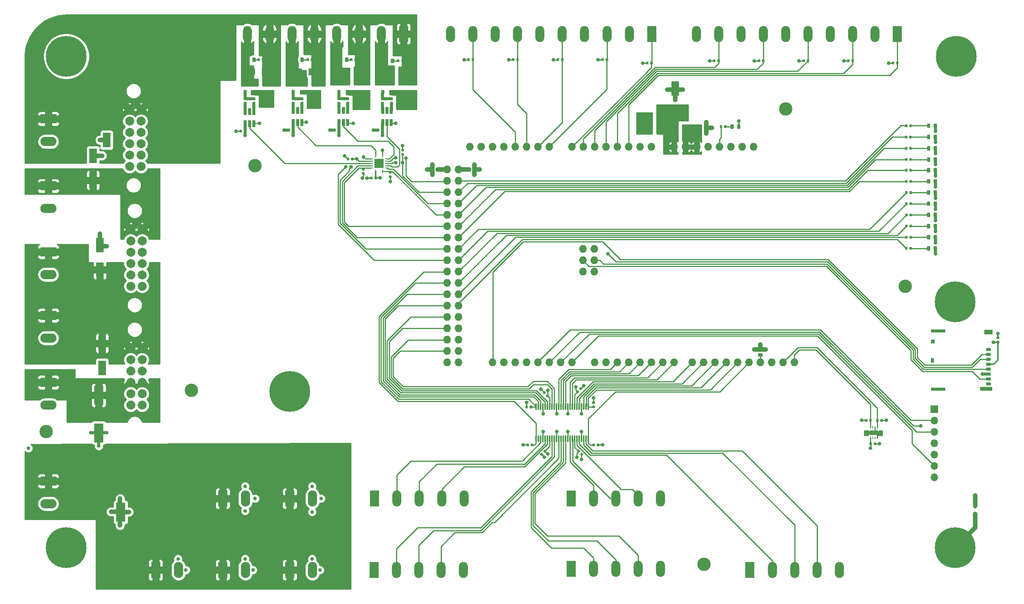
<source format=gbr>
G04 #@! TF.GenerationSoftware,KiCad,Pcbnew,5.1.5+dfsg1-2build2*
G04 #@! TF.CreationDate,2020-06-17T17:05:19-04:00*
G04 #@! TF.ProjectId,gantry-controller-prototype-DUE,67616e74-7279-42d6-936f-6e74726f6c6c,rev?*
G04 #@! TF.SameCoordinates,Original*
G04 #@! TF.FileFunction,Copper,L1,Top*
G04 #@! TF.FilePolarity,Positive*
%FSLAX46Y46*%
G04 Gerber Fmt 4.6, Leading zero omitted, Abs format (unit mm)*
G04 Created by KiCad (PCBNEW 5.1.5+dfsg1-2build2) date 2020-06-17 17:05:19*
%MOMM*%
%LPD*%
G04 APERTURE LIST*
%ADD10C,0.100000*%
%ADD11C,3.000000*%
%ADD12R,0.900000X0.550000*%
%ADD13O,0.250000X0.650000*%
%ADD14R,0.780000X1.050000*%
%ADD15R,0.930000X0.900000*%
%ADD16R,3.330000X0.700000*%
%ADD17R,2.800000X0.860000*%
%ADD18R,1.830000X1.140000*%
%ADD19R,1.100000X0.700000*%
%ADD20O,1.727200X1.727200*%
%ADD21R,1.016000X1.016000*%
%ADD22R,2.180400X1.630000*%
%ADD23R,1.803400X3.302000*%
%ADD24R,1.700000X1.700000*%
%ADD25O,1.700000X1.700000*%
%ADD26R,0.482600X1.168400*%
%ADD27R,2.000000X3.600000*%
%ADD28O,2.000000X3.600000*%
%ADD29R,2.108200X4.216400*%
%ADD30R,2.080000X3.600000*%
%ADD31O,2.080000X3.600000*%
%ADD32O,0.304800X1.651000*%
%ADD33R,0.650000X1.560000*%
%ADD34R,0.280000X0.850000*%
%ADD35R,0.850000X0.280000*%
%ADD36R,2.050000X2.050000*%
%ADD37C,0.508000*%
%ADD38R,0.800000X0.900000*%
%ADD39C,9.100000*%
%ADD40C,2.000000*%
%ADD41R,3.600000X2.080000*%
%ADD42O,3.600000X2.080000*%
%ADD43C,0.800000*%
%ADD44C,0.250000*%
%ADD45C,1.000000*%
%ADD46C,0.635000*%
%ADD47C,0.350000*%
%ADD48C,0.254000*%
G04 APERTURE END LIST*
G04 #@! TA.AperFunction,SMDPad,CuDef*
D10*
G36*
X154136448Y-123195673D02*
G01*
X154150014Y-123197685D01*
X154163317Y-123201018D01*
X154176230Y-123205638D01*
X154188628Y-123211502D01*
X154200391Y-123218552D01*
X154211406Y-123226722D01*
X154221568Y-123235932D01*
X154230778Y-123246094D01*
X154238948Y-123257109D01*
X154245998Y-123268872D01*
X154251862Y-123281270D01*
X154256482Y-123294183D01*
X154259815Y-123307486D01*
X154261827Y-123321052D01*
X154262500Y-123334750D01*
X154262500Y-123665250D01*
X154261827Y-123678948D01*
X154259815Y-123692514D01*
X154256482Y-123705817D01*
X154251862Y-123718730D01*
X154245998Y-123731128D01*
X154238948Y-123742891D01*
X154230778Y-123753906D01*
X154221568Y-123764068D01*
X154211406Y-123773278D01*
X154200391Y-123781448D01*
X154188628Y-123788498D01*
X154176230Y-123794362D01*
X154163317Y-123798982D01*
X154150014Y-123802315D01*
X154136448Y-123804327D01*
X154122750Y-123805000D01*
X153843250Y-123805000D01*
X153829552Y-123804327D01*
X153815986Y-123802315D01*
X153802683Y-123798982D01*
X153789770Y-123794362D01*
X153777372Y-123788498D01*
X153765609Y-123781448D01*
X153754594Y-123773278D01*
X153744432Y-123764068D01*
X153735222Y-123753906D01*
X153727052Y-123742891D01*
X153720002Y-123731128D01*
X153714138Y-123718730D01*
X153709518Y-123705817D01*
X153706185Y-123692514D01*
X153704173Y-123678948D01*
X153703500Y-123665250D01*
X153703500Y-123334750D01*
X153704173Y-123321052D01*
X153706185Y-123307486D01*
X153709518Y-123294183D01*
X153714138Y-123281270D01*
X153720002Y-123268872D01*
X153727052Y-123257109D01*
X153735222Y-123246094D01*
X153744432Y-123235932D01*
X153754594Y-123226722D01*
X153765609Y-123218552D01*
X153777372Y-123211502D01*
X153789770Y-123205638D01*
X153802683Y-123201018D01*
X153815986Y-123197685D01*
X153829552Y-123195673D01*
X153843250Y-123195000D01*
X154122750Y-123195000D01*
X154136448Y-123195673D01*
G37*
G04 #@! TD.AperFunction*
G04 #@! TA.AperFunction,SMDPad,CuDef*
G36*
X153170448Y-123195673D02*
G01*
X153184014Y-123197685D01*
X153197317Y-123201018D01*
X153210230Y-123205638D01*
X153222628Y-123211502D01*
X153234391Y-123218552D01*
X153245406Y-123226722D01*
X153255568Y-123235932D01*
X153264778Y-123246094D01*
X153272948Y-123257109D01*
X153279998Y-123268872D01*
X153285862Y-123281270D01*
X153290482Y-123294183D01*
X153293815Y-123307486D01*
X153295827Y-123321052D01*
X153296500Y-123334750D01*
X153296500Y-123665250D01*
X153295827Y-123678948D01*
X153293815Y-123692514D01*
X153290482Y-123705817D01*
X153285862Y-123718730D01*
X153279998Y-123731128D01*
X153272948Y-123742891D01*
X153264778Y-123753906D01*
X153255568Y-123764068D01*
X153245406Y-123773278D01*
X153234391Y-123781448D01*
X153222628Y-123788498D01*
X153210230Y-123794362D01*
X153197317Y-123798982D01*
X153184014Y-123802315D01*
X153170448Y-123804327D01*
X153156750Y-123805000D01*
X152877250Y-123805000D01*
X152863552Y-123804327D01*
X152849986Y-123802315D01*
X152836683Y-123798982D01*
X152823770Y-123794362D01*
X152811372Y-123788498D01*
X152799609Y-123781448D01*
X152788594Y-123773278D01*
X152778432Y-123764068D01*
X152769222Y-123753906D01*
X152761052Y-123742891D01*
X152754002Y-123731128D01*
X152748138Y-123718730D01*
X152743518Y-123705817D01*
X152740185Y-123692514D01*
X152738173Y-123678948D01*
X152737500Y-123665250D01*
X152737500Y-123334750D01*
X152738173Y-123321052D01*
X152740185Y-123307486D01*
X152743518Y-123294183D01*
X152748138Y-123281270D01*
X152754002Y-123268872D01*
X152761052Y-123257109D01*
X152769222Y-123246094D01*
X152778432Y-123235932D01*
X152788594Y-123226722D01*
X152799609Y-123218552D01*
X152811372Y-123211502D01*
X152823770Y-123205638D01*
X152836683Y-123201018D01*
X152849986Y-123197685D01*
X152863552Y-123195673D01*
X152877250Y-123195000D01*
X153156750Y-123195000D01*
X153170448Y-123195673D01*
G37*
G04 #@! TD.AperFunction*
G04 #@! TA.AperFunction,SMDPad,CuDef*
G36*
X154386448Y-131695673D02*
G01*
X154400014Y-131697685D01*
X154413317Y-131701018D01*
X154426230Y-131705638D01*
X154438628Y-131711502D01*
X154450391Y-131718552D01*
X154461406Y-131726722D01*
X154471568Y-131735932D01*
X154480778Y-131746094D01*
X154488948Y-131757109D01*
X154495998Y-131768872D01*
X154501862Y-131781270D01*
X154506482Y-131794183D01*
X154509815Y-131807486D01*
X154511827Y-131821052D01*
X154512500Y-131834750D01*
X154512500Y-132165250D01*
X154511827Y-132178948D01*
X154509815Y-132192514D01*
X154506482Y-132205817D01*
X154501862Y-132218730D01*
X154495998Y-132231128D01*
X154488948Y-132242891D01*
X154480778Y-132253906D01*
X154471568Y-132264068D01*
X154461406Y-132273278D01*
X154450391Y-132281448D01*
X154438628Y-132288498D01*
X154426230Y-132294362D01*
X154413317Y-132298982D01*
X154400014Y-132302315D01*
X154386448Y-132304327D01*
X154372750Y-132305000D01*
X154093250Y-132305000D01*
X154079552Y-132304327D01*
X154065986Y-132302315D01*
X154052683Y-132298982D01*
X154039770Y-132294362D01*
X154027372Y-132288498D01*
X154015609Y-132281448D01*
X154004594Y-132273278D01*
X153994432Y-132264068D01*
X153985222Y-132253906D01*
X153977052Y-132242891D01*
X153970002Y-132231128D01*
X153964138Y-132218730D01*
X153959518Y-132205817D01*
X153956185Y-132192514D01*
X153954173Y-132178948D01*
X153953500Y-132165250D01*
X153953500Y-131834750D01*
X153954173Y-131821052D01*
X153956185Y-131807486D01*
X153959518Y-131794183D01*
X153964138Y-131781270D01*
X153970002Y-131768872D01*
X153977052Y-131757109D01*
X153985222Y-131746094D01*
X153994432Y-131735932D01*
X154004594Y-131726722D01*
X154015609Y-131718552D01*
X154027372Y-131711502D01*
X154039770Y-131705638D01*
X154052683Y-131701018D01*
X154065986Y-131697685D01*
X154079552Y-131695673D01*
X154093250Y-131695000D01*
X154372750Y-131695000D01*
X154386448Y-131695673D01*
G37*
G04 #@! TD.AperFunction*
G04 #@! TA.AperFunction,SMDPad,CuDef*
G36*
X153420448Y-131695673D02*
G01*
X153434014Y-131697685D01*
X153447317Y-131701018D01*
X153460230Y-131705638D01*
X153472628Y-131711502D01*
X153484391Y-131718552D01*
X153495406Y-131726722D01*
X153505568Y-131735932D01*
X153514778Y-131746094D01*
X153522948Y-131757109D01*
X153529998Y-131768872D01*
X153535862Y-131781270D01*
X153540482Y-131794183D01*
X153543815Y-131807486D01*
X153545827Y-131821052D01*
X153546500Y-131834750D01*
X153546500Y-132165250D01*
X153545827Y-132178948D01*
X153543815Y-132192514D01*
X153540482Y-132205817D01*
X153535862Y-132218730D01*
X153529998Y-132231128D01*
X153522948Y-132242891D01*
X153514778Y-132253906D01*
X153505568Y-132264068D01*
X153495406Y-132273278D01*
X153484391Y-132281448D01*
X153472628Y-132288498D01*
X153460230Y-132294362D01*
X153447317Y-132298982D01*
X153434014Y-132302315D01*
X153420448Y-132304327D01*
X153406750Y-132305000D01*
X153127250Y-132305000D01*
X153113552Y-132304327D01*
X153099986Y-132302315D01*
X153086683Y-132298982D01*
X153073770Y-132294362D01*
X153061372Y-132288498D01*
X153049609Y-132281448D01*
X153038594Y-132273278D01*
X153028432Y-132264068D01*
X153019222Y-132253906D01*
X153011052Y-132242891D01*
X153004002Y-132231128D01*
X152998138Y-132218730D01*
X152993518Y-132205817D01*
X152990185Y-132192514D01*
X152988173Y-132178948D01*
X152987500Y-132165250D01*
X152987500Y-131834750D01*
X152988173Y-131821052D01*
X152990185Y-131807486D01*
X152993518Y-131794183D01*
X152998138Y-131781270D01*
X153004002Y-131768872D01*
X153011052Y-131757109D01*
X153019222Y-131746094D01*
X153028432Y-131735932D01*
X153038594Y-131726722D01*
X153049609Y-131718552D01*
X153061372Y-131711502D01*
X153073770Y-131705638D01*
X153086683Y-131701018D01*
X153099986Y-131697685D01*
X153113552Y-131695673D01*
X153127250Y-131695000D01*
X153406750Y-131695000D01*
X153420448Y-131695673D01*
G37*
G04 #@! TD.AperFunction*
G04 #@! TA.AperFunction,SMDPad,CuDef*
G36*
X168178948Y-123204173D02*
G01*
X168192514Y-123206185D01*
X168205817Y-123209518D01*
X168218730Y-123214138D01*
X168231128Y-123220002D01*
X168242891Y-123227052D01*
X168253906Y-123235222D01*
X168264068Y-123244432D01*
X168273278Y-123254594D01*
X168281448Y-123265609D01*
X168288498Y-123277372D01*
X168294362Y-123289770D01*
X168298982Y-123302683D01*
X168302315Y-123315986D01*
X168304327Y-123329552D01*
X168305000Y-123343250D01*
X168305000Y-123622750D01*
X168304327Y-123636448D01*
X168302315Y-123650014D01*
X168298982Y-123663317D01*
X168294362Y-123676230D01*
X168288498Y-123688628D01*
X168281448Y-123700391D01*
X168273278Y-123711406D01*
X168264068Y-123721568D01*
X168253906Y-123730778D01*
X168242891Y-123738948D01*
X168231128Y-123745998D01*
X168218730Y-123751862D01*
X168205817Y-123756482D01*
X168192514Y-123759815D01*
X168178948Y-123761827D01*
X168165250Y-123762500D01*
X167834750Y-123762500D01*
X167821052Y-123761827D01*
X167807486Y-123759815D01*
X167794183Y-123756482D01*
X167781270Y-123751862D01*
X167768872Y-123745998D01*
X167757109Y-123738948D01*
X167746094Y-123730778D01*
X167735932Y-123721568D01*
X167726722Y-123711406D01*
X167718552Y-123700391D01*
X167711502Y-123688628D01*
X167705638Y-123676230D01*
X167701018Y-123663317D01*
X167697685Y-123650014D01*
X167695673Y-123636448D01*
X167695000Y-123622750D01*
X167695000Y-123343250D01*
X167695673Y-123329552D01*
X167697685Y-123315986D01*
X167701018Y-123302683D01*
X167705638Y-123289770D01*
X167711502Y-123277372D01*
X167718552Y-123265609D01*
X167726722Y-123254594D01*
X167735932Y-123244432D01*
X167746094Y-123235222D01*
X167757109Y-123227052D01*
X167768872Y-123220002D01*
X167781270Y-123214138D01*
X167794183Y-123209518D01*
X167807486Y-123206185D01*
X167821052Y-123204173D01*
X167834750Y-123203500D01*
X168165250Y-123203500D01*
X168178948Y-123204173D01*
G37*
G04 #@! TD.AperFunction*
G04 #@! TA.AperFunction,SMDPad,CuDef*
G36*
X168178948Y-122238173D02*
G01*
X168192514Y-122240185D01*
X168205817Y-122243518D01*
X168218730Y-122248138D01*
X168231128Y-122254002D01*
X168242891Y-122261052D01*
X168253906Y-122269222D01*
X168264068Y-122278432D01*
X168273278Y-122288594D01*
X168281448Y-122299609D01*
X168288498Y-122311372D01*
X168294362Y-122323770D01*
X168298982Y-122336683D01*
X168302315Y-122349986D01*
X168304327Y-122363552D01*
X168305000Y-122377250D01*
X168305000Y-122656750D01*
X168304327Y-122670448D01*
X168302315Y-122684014D01*
X168298982Y-122697317D01*
X168294362Y-122710230D01*
X168288498Y-122722628D01*
X168281448Y-122734391D01*
X168273278Y-122745406D01*
X168264068Y-122755568D01*
X168253906Y-122764778D01*
X168242891Y-122772948D01*
X168231128Y-122779998D01*
X168218730Y-122785862D01*
X168205817Y-122790482D01*
X168192514Y-122793815D01*
X168178948Y-122795827D01*
X168165250Y-122796500D01*
X167834750Y-122796500D01*
X167821052Y-122795827D01*
X167807486Y-122793815D01*
X167794183Y-122790482D01*
X167781270Y-122785862D01*
X167768872Y-122779998D01*
X167757109Y-122772948D01*
X167746094Y-122764778D01*
X167735932Y-122755568D01*
X167726722Y-122745406D01*
X167718552Y-122734391D01*
X167711502Y-122722628D01*
X167705638Y-122710230D01*
X167701018Y-122697317D01*
X167697685Y-122684014D01*
X167695673Y-122670448D01*
X167695000Y-122656750D01*
X167695000Y-122377250D01*
X167695673Y-122363552D01*
X167697685Y-122349986D01*
X167701018Y-122336683D01*
X167705638Y-122323770D01*
X167711502Y-122311372D01*
X167718552Y-122299609D01*
X167726722Y-122288594D01*
X167735932Y-122278432D01*
X167746094Y-122269222D01*
X167757109Y-122261052D01*
X167768872Y-122254002D01*
X167781270Y-122248138D01*
X167794183Y-122243518D01*
X167807486Y-122240185D01*
X167821052Y-122238173D01*
X167834750Y-122237500D01*
X168165250Y-122237500D01*
X168178948Y-122238173D01*
G37*
G04 #@! TD.AperFunction*
G04 #@! TA.AperFunction,SMDPad,CuDef*
G36*
X168170448Y-131695673D02*
G01*
X168184014Y-131697685D01*
X168197317Y-131701018D01*
X168210230Y-131705638D01*
X168222628Y-131711502D01*
X168234391Y-131718552D01*
X168245406Y-131726722D01*
X168255568Y-131735932D01*
X168264778Y-131746094D01*
X168272948Y-131757109D01*
X168279998Y-131768872D01*
X168285862Y-131781270D01*
X168290482Y-131794183D01*
X168293815Y-131807486D01*
X168295827Y-131821052D01*
X168296500Y-131834750D01*
X168296500Y-132165250D01*
X168295827Y-132178948D01*
X168293815Y-132192514D01*
X168290482Y-132205817D01*
X168285862Y-132218730D01*
X168279998Y-132231128D01*
X168272948Y-132242891D01*
X168264778Y-132253906D01*
X168255568Y-132264068D01*
X168245406Y-132273278D01*
X168234391Y-132281448D01*
X168222628Y-132288498D01*
X168210230Y-132294362D01*
X168197317Y-132298982D01*
X168184014Y-132302315D01*
X168170448Y-132304327D01*
X168156750Y-132305000D01*
X167877250Y-132305000D01*
X167863552Y-132304327D01*
X167849986Y-132302315D01*
X167836683Y-132298982D01*
X167823770Y-132294362D01*
X167811372Y-132288498D01*
X167799609Y-132281448D01*
X167788594Y-132273278D01*
X167778432Y-132264068D01*
X167769222Y-132253906D01*
X167761052Y-132242891D01*
X167754002Y-132231128D01*
X167748138Y-132218730D01*
X167743518Y-132205817D01*
X167740185Y-132192514D01*
X167738173Y-132178948D01*
X167737500Y-132165250D01*
X167737500Y-131834750D01*
X167738173Y-131821052D01*
X167740185Y-131807486D01*
X167743518Y-131794183D01*
X167748138Y-131781270D01*
X167754002Y-131768872D01*
X167761052Y-131757109D01*
X167769222Y-131746094D01*
X167778432Y-131735932D01*
X167788594Y-131726722D01*
X167799609Y-131718552D01*
X167811372Y-131711502D01*
X167823770Y-131705638D01*
X167836683Y-131701018D01*
X167849986Y-131697685D01*
X167863552Y-131695673D01*
X167877250Y-131695000D01*
X168156750Y-131695000D01*
X168170448Y-131695673D01*
G37*
G04 #@! TD.AperFunction*
G04 #@! TA.AperFunction,SMDPad,CuDef*
G36*
X169136448Y-131695673D02*
G01*
X169150014Y-131697685D01*
X169163317Y-131701018D01*
X169176230Y-131705638D01*
X169188628Y-131711502D01*
X169200391Y-131718552D01*
X169211406Y-131726722D01*
X169221568Y-131735932D01*
X169230778Y-131746094D01*
X169238948Y-131757109D01*
X169245998Y-131768872D01*
X169251862Y-131781270D01*
X169256482Y-131794183D01*
X169259815Y-131807486D01*
X169261827Y-131821052D01*
X169262500Y-131834750D01*
X169262500Y-132165250D01*
X169261827Y-132178948D01*
X169259815Y-132192514D01*
X169256482Y-132205817D01*
X169251862Y-132218730D01*
X169245998Y-132231128D01*
X169238948Y-132242891D01*
X169230778Y-132253906D01*
X169221568Y-132264068D01*
X169211406Y-132273278D01*
X169200391Y-132281448D01*
X169188628Y-132288498D01*
X169176230Y-132294362D01*
X169163317Y-132298982D01*
X169150014Y-132302315D01*
X169136448Y-132304327D01*
X169122750Y-132305000D01*
X168843250Y-132305000D01*
X168829552Y-132304327D01*
X168815986Y-132302315D01*
X168802683Y-132298982D01*
X168789770Y-132294362D01*
X168777372Y-132288498D01*
X168765609Y-132281448D01*
X168754594Y-132273278D01*
X168744432Y-132264068D01*
X168735222Y-132253906D01*
X168727052Y-132242891D01*
X168720002Y-132231128D01*
X168714138Y-132218730D01*
X168709518Y-132205817D01*
X168706185Y-132192514D01*
X168704173Y-132178948D01*
X168703500Y-132165250D01*
X168703500Y-131834750D01*
X168704173Y-131821052D01*
X168706185Y-131807486D01*
X168709518Y-131794183D01*
X168714138Y-131781270D01*
X168720002Y-131768872D01*
X168727052Y-131757109D01*
X168735222Y-131746094D01*
X168744432Y-131735932D01*
X168754594Y-131726722D01*
X168765609Y-131718552D01*
X168777372Y-131711502D01*
X168789770Y-131705638D01*
X168802683Y-131701018D01*
X168815986Y-131697685D01*
X168829552Y-131695673D01*
X168843250Y-131695000D01*
X169122750Y-131695000D01*
X169136448Y-131695673D01*
G37*
G04 #@! TD.AperFunction*
G04 #@! TA.AperFunction,SMDPad,CuDef*
G36*
X116678948Y-69988173D02*
G01*
X116692514Y-69990185D01*
X116705817Y-69993518D01*
X116718730Y-69998138D01*
X116731128Y-70004002D01*
X116742891Y-70011052D01*
X116753906Y-70019222D01*
X116764068Y-70028432D01*
X116773278Y-70038594D01*
X116781448Y-70049609D01*
X116788498Y-70061372D01*
X116794362Y-70073770D01*
X116798982Y-70086683D01*
X116802315Y-70099986D01*
X116804327Y-70113552D01*
X116805000Y-70127250D01*
X116805000Y-70406750D01*
X116804327Y-70420448D01*
X116802315Y-70434014D01*
X116798982Y-70447317D01*
X116794362Y-70460230D01*
X116788498Y-70472628D01*
X116781448Y-70484391D01*
X116773278Y-70495406D01*
X116764068Y-70505568D01*
X116753906Y-70514778D01*
X116742891Y-70522948D01*
X116731128Y-70529998D01*
X116718730Y-70535862D01*
X116705817Y-70540482D01*
X116692514Y-70543815D01*
X116678948Y-70545827D01*
X116665250Y-70546500D01*
X116334750Y-70546500D01*
X116321052Y-70545827D01*
X116307486Y-70543815D01*
X116294183Y-70540482D01*
X116281270Y-70535862D01*
X116268872Y-70529998D01*
X116257109Y-70522948D01*
X116246094Y-70514778D01*
X116235932Y-70505568D01*
X116226722Y-70495406D01*
X116218552Y-70484391D01*
X116211502Y-70472628D01*
X116205638Y-70460230D01*
X116201018Y-70447317D01*
X116197685Y-70434014D01*
X116195673Y-70420448D01*
X116195000Y-70406750D01*
X116195000Y-70127250D01*
X116195673Y-70113552D01*
X116197685Y-70099986D01*
X116201018Y-70086683D01*
X116205638Y-70073770D01*
X116211502Y-70061372D01*
X116218552Y-70049609D01*
X116226722Y-70038594D01*
X116235932Y-70028432D01*
X116246094Y-70019222D01*
X116257109Y-70011052D01*
X116268872Y-70004002D01*
X116281270Y-69998138D01*
X116294183Y-69993518D01*
X116307486Y-69990185D01*
X116321052Y-69988173D01*
X116334750Y-69987500D01*
X116665250Y-69987500D01*
X116678948Y-69988173D01*
G37*
G04 #@! TD.AperFunction*
G04 #@! TA.AperFunction,SMDPad,CuDef*
G36*
X116678948Y-70954173D02*
G01*
X116692514Y-70956185D01*
X116705817Y-70959518D01*
X116718730Y-70964138D01*
X116731128Y-70970002D01*
X116742891Y-70977052D01*
X116753906Y-70985222D01*
X116764068Y-70994432D01*
X116773278Y-71004594D01*
X116781448Y-71015609D01*
X116788498Y-71027372D01*
X116794362Y-71039770D01*
X116798982Y-71052683D01*
X116802315Y-71065986D01*
X116804327Y-71079552D01*
X116805000Y-71093250D01*
X116805000Y-71372750D01*
X116804327Y-71386448D01*
X116802315Y-71400014D01*
X116798982Y-71413317D01*
X116794362Y-71426230D01*
X116788498Y-71438628D01*
X116781448Y-71450391D01*
X116773278Y-71461406D01*
X116764068Y-71471568D01*
X116753906Y-71480778D01*
X116742891Y-71488948D01*
X116731128Y-71495998D01*
X116718730Y-71501862D01*
X116705817Y-71506482D01*
X116692514Y-71509815D01*
X116678948Y-71511827D01*
X116665250Y-71512500D01*
X116334750Y-71512500D01*
X116321052Y-71511827D01*
X116307486Y-71509815D01*
X116294183Y-71506482D01*
X116281270Y-71501862D01*
X116268872Y-71495998D01*
X116257109Y-71488948D01*
X116246094Y-71480778D01*
X116235932Y-71471568D01*
X116226722Y-71461406D01*
X116218552Y-71450391D01*
X116211502Y-71438628D01*
X116205638Y-71426230D01*
X116201018Y-71413317D01*
X116197685Y-71400014D01*
X116195673Y-71386448D01*
X116195000Y-71372750D01*
X116195000Y-71093250D01*
X116195673Y-71079552D01*
X116197685Y-71065986D01*
X116201018Y-71052683D01*
X116205638Y-71039770D01*
X116211502Y-71027372D01*
X116218552Y-71015609D01*
X116226722Y-71004594D01*
X116235932Y-70994432D01*
X116246094Y-70985222D01*
X116257109Y-70977052D01*
X116268872Y-70970002D01*
X116281270Y-70964138D01*
X116294183Y-70959518D01*
X116307486Y-70956185D01*
X116321052Y-70954173D01*
X116334750Y-70953500D01*
X116665250Y-70953500D01*
X116678948Y-70954173D01*
G37*
G04 #@! TD.AperFunction*
G04 #@! TA.AperFunction,SMDPad,CuDef*
G36*
X114153448Y-67695673D02*
G01*
X114167014Y-67697685D01*
X114180317Y-67701018D01*
X114193230Y-67705638D01*
X114205628Y-67711502D01*
X114217391Y-67718552D01*
X114228406Y-67726722D01*
X114238568Y-67735932D01*
X114247778Y-67746094D01*
X114255948Y-67757109D01*
X114262998Y-67768872D01*
X114268862Y-67781270D01*
X114273482Y-67794183D01*
X114276815Y-67807486D01*
X114278827Y-67821052D01*
X114279500Y-67834750D01*
X114279500Y-68165250D01*
X114278827Y-68178948D01*
X114276815Y-68192514D01*
X114273482Y-68205817D01*
X114268862Y-68218730D01*
X114262998Y-68231128D01*
X114255948Y-68242891D01*
X114247778Y-68253906D01*
X114238568Y-68264068D01*
X114228406Y-68273278D01*
X114217391Y-68281448D01*
X114205628Y-68288498D01*
X114193230Y-68294362D01*
X114180317Y-68298982D01*
X114167014Y-68302315D01*
X114153448Y-68304327D01*
X114139750Y-68305000D01*
X113860250Y-68305000D01*
X113846552Y-68304327D01*
X113832986Y-68302315D01*
X113819683Y-68298982D01*
X113806770Y-68294362D01*
X113794372Y-68288498D01*
X113782609Y-68281448D01*
X113771594Y-68273278D01*
X113761432Y-68264068D01*
X113752222Y-68253906D01*
X113744052Y-68242891D01*
X113737002Y-68231128D01*
X113731138Y-68218730D01*
X113726518Y-68205817D01*
X113723185Y-68192514D01*
X113721173Y-68178948D01*
X113720500Y-68165250D01*
X113720500Y-67834750D01*
X113721173Y-67821052D01*
X113723185Y-67807486D01*
X113726518Y-67794183D01*
X113731138Y-67781270D01*
X113737002Y-67768872D01*
X113744052Y-67757109D01*
X113752222Y-67746094D01*
X113761432Y-67735932D01*
X113771594Y-67726722D01*
X113782609Y-67718552D01*
X113794372Y-67711502D01*
X113806770Y-67705638D01*
X113819683Y-67701018D01*
X113832986Y-67697685D01*
X113846552Y-67695673D01*
X113860250Y-67695000D01*
X114139750Y-67695000D01*
X114153448Y-67695673D01*
G37*
G04 #@! TD.AperFunction*
G04 #@! TA.AperFunction,SMDPad,CuDef*
G36*
X113187448Y-67695673D02*
G01*
X113201014Y-67697685D01*
X113214317Y-67701018D01*
X113227230Y-67705638D01*
X113239628Y-67711502D01*
X113251391Y-67718552D01*
X113262406Y-67726722D01*
X113272568Y-67735932D01*
X113281778Y-67746094D01*
X113289948Y-67757109D01*
X113296998Y-67768872D01*
X113302862Y-67781270D01*
X113307482Y-67794183D01*
X113310815Y-67807486D01*
X113312827Y-67821052D01*
X113313500Y-67834750D01*
X113313500Y-68165250D01*
X113312827Y-68178948D01*
X113310815Y-68192514D01*
X113307482Y-68205817D01*
X113302862Y-68218730D01*
X113296998Y-68231128D01*
X113289948Y-68242891D01*
X113281778Y-68253906D01*
X113272568Y-68264068D01*
X113262406Y-68273278D01*
X113251391Y-68281448D01*
X113239628Y-68288498D01*
X113227230Y-68294362D01*
X113214317Y-68298982D01*
X113201014Y-68302315D01*
X113187448Y-68304327D01*
X113173750Y-68305000D01*
X112894250Y-68305000D01*
X112880552Y-68304327D01*
X112866986Y-68302315D01*
X112853683Y-68298982D01*
X112840770Y-68294362D01*
X112828372Y-68288498D01*
X112816609Y-68281448D01*
X112805594Y-68273278D01*
X112795432Y-68264068D01*
X112786222Y-68253906D01*
X112778052Y-68242891D01*
X112771002Y-68231128D01*
X112765138Y-68218730D01*
X112760518Y-68205817D01*
X112757185Y-68192514D01*
X112755173Y-68178948D01*
X112754500Y-68165250D01*
X112754500Y-67834750D01*
X112755173Y-67821052D01*
X112757185Y-67807486D01*
X112760518Y-67794183D01*
X112765138Y-67781270D01*
X112771002Y-67768872D01*
X112778052Y-67757109D01*
X112786222Y-67746094D01*
X112795432Y-67735932D01*
X112805594Y-67726722D01*
X112816609Y-67718552D01*
X112828372Y-67711502D01*
X112840770Y-67705638D01*
X112853683Y-67701018D01*
X112866986Y-67697685D01*
X112880552Y-67695673D01*
X112894250Y-67695000D01*
X113173750Y-67695000D01*
X113187448Y-67695673D01*
G37*
G04 #@! TD.AperFunction*
G04 #@! TA.AperFunction,SMDPad,CuDef*
G36*
X125428948Y-66704173D02*
G01*
X125442514Y-66706185D01*
X125455817Y-66709518D01*
X125468730Y-66714138D01*
X125481128Y-66720002D01*
X125492891Y-66727052D01*
X125503906Y-66735222D01*
X125514068Y-66744432D01*
X125523278Y-66754594D01*
X125531448Y-66765609D01*
X125538498Y-66777372D01*
X125544362Y-66789770D01*
X125548982Y-66802683D01*
X125552315Y-66815986D01*
X125554327Y-66829552D01*
X125555000Y-66843250D01*
X125555000Y-67122750D01*
X125554327Y-67136448D01*
X125552315Y-67150014D01*
X125548982Y-67163317D01*
X125544362Y-67176230D01*
X125538498Y-67188628D01*
X125531448Y-67200391D01*
X125523278Y-67211406D01*
X125514068Y-67221568D01*
X125503906Y-67230778D01*
X125492891Y-67238948D01*
X125481128Y-67245998D01*
X125468730Y-67251862D01*
X125455817Y-67256482D01*
X125442514Y-67259815D01*
X125428948Y-67261827D01*
X125415250Y-67262500D01*
X125084750Y-67262500D01*
X125071052Y-67261827D01*
X125057486Y-67259815D01*
X125044183Y-67256482D01*
X125031270Y-67251862D01*
X125018872Y-67245998D01*
X125007109Y-67238948D01*
X124996094Y-67230778D01*
X124985932Y-67221568D01*
X124976722Y-67211406D01*
X124968552Y-67200391D01*
X124961502Y-67188628D01*
X124955638Y-67176230D01*
X124951018Y-67163317D01*
X124947685Y-67150014D01*
X124945673Y-67136448D01*
X124945000Y-67122750D01*
X124945000Y-66843250D01*
X124945673Y-66829552D01*
X124947685Y-66815986D01*
X124951018Y-66802683D01*
X124955638Y-66789770D01*
X124961502Y-66777372D01*
X124968552Y-66765609D01*
X124976722Y-66754594D01*
X124985932Y-66744432D01*
X124996094Y-66735222D01*
X125007109Y-66727052D01*
X125018872Y-66720002D01*
X125031270Y-66714138D01*
X125044183Y-66709518D01*
X125057486Y-66706185D01*
X125071052Y-66704173D01*
X125084750Y-66703500D01*
X125415250Y-66703500D01*
X125428948Y-66704173D01*
G37*
G04 #@! TD.AperFunction*
G04 #@! TA.AperFunction,SMDPad,CuDef*
G36*
X125428948Y-65738173D02*
G01*
X125442514Y-65740185D01*
X125455817Y-65743518D01*
X125468730Y-65748138D01*
X125481128Y-65754002D01*
X125492891Y-65761052D01*
X125503906Y-65769222D01*
X125514068Y-65778432D01*
X125523278Y-65788594D01*
X125531448Y-65799609D01*
X125538498Y-65811372D01*
X125544362Y-65823770D01*
X125548982Y-65836683D01*
X125552315Y-65849986D01*
X125554327Y-65863552D01*
X125555000Y-65877250D01*
X125555000Y-66156750D01*
X125554327Y-66170448D01*
X125552315Y-66184014D01*
X125548982Y-66197317D01*
X125544362Y-66210230D01*
X125538498Y-66222628D01*
X125531448Y-66234391D01*
X125523278Y-66245406D01*
X125514068Y-66255568D01*
X125503906Y-66264778D01*
X125492891Y-66272948D01*
X125481128Y-66279998D01*
X125468730Y-66285862D01*
X125455817Y-66290482D01*
X125442514Y-66293815D01*
X125428948Y-66295827D01*
X125415250Y-66296500D01*
X125084750Y-66296500D01*
X125071052Y-66295827D01*
X125057486Y-66293815D01*
X125044183Y-66290482D01*
X125031270Y-66285862D01*
X125018872Y-66279998D01*
X125007109Y-66272948D01*
X124996094Y-66264778D01*
X124985932Y-66255568D01*
X124976722Y-66245406D01*
X124968552Y-66234391D01*
X124961502Y-66222628D01*
X124955638Y-66210230D01*
X124951018Y-66197317D01*
X124947685Y-66184014D01*
X124945673Y-66170448D01*
X124945000Y-66156750D01*
X124945000Y-65877250D01*
X124945673Y-65863552D01*
X124947685Y-65849986D01*
X124951018Y-65836683D01*
X124955638Y-65823770D01*
X124961502Y-65811372D01*
X124968552Y-65799609D01*
X124976722Y-65788594D01*
X124985932Y-65778432D01*
X124996094Y-65769222D01*
X125007109Y-65761052D01*
X125018872Y-65754002D01*
X125031270Y-65748138D01*
X125044183Y-65743518D01*
X125057486Y-65740185D01*
X125071052Y-65738173D01*
X125084750Y-65737500D01*
X125415250Y-65737500D01*
X125428948Y-65738173D01*
G37*
G04 #@! TD.AperFunction*
G04 #@! TA.AperFunction,SMDPad,CuDef*
G36*
X122678948Y-70738173D02*
G01*
X122692514Y-70740185D01*
X122705817Y-70743518D01*
X122718730Y-70748138D01*
X122731128Y-70754002D01*
X122742891Y-70761052D01*
X122753906Y-70769222D01*
X122764068Y-70778432D01*
X122773278Y-70788594D01*
X122781448Y-70799609D01*
X122788498Y-70811372D01*
X122794362Y-70823770D01*
X122798982Y-70836683D01*
X122802315Y-70849986D01*
X122804327Y-70863552D01*
X122805000Y-70877250D01*
X122805000Y-71156750D01*
X122804327Y-71170448D01*
X122802315Y-71184014D01*
X122798982Y-71197317D01*
X122794362Y-71210230D01*
X122788498Y-71222628D01*
X122781448Y-71234391D01*
X122773278Y-71245406D01*
X122764068Y-71255568D01*
X122753906Y-71264778D01*
X122742891Y-71272948D01*
X122731128Y-71279998D01*
X122718730Y-71285862D01*
X122705817Y-71290482D01*
X122692514Y-71293815D01*
X122678948Y-71295827D01*
X122665250Y-71296500D01*
X122334750Y-71296500D01*
X122321052Y-71295827D01*
X122307486Y-71293815D01*
X122294183Y-71290482D01*
X122281270Y-71285862D01*
X122268872Y-71279998D01*
X122257109Y-71272948D01*
X122246094Y-71264778D01*
X122235932Y-71255568D01*
X122226722Y-71245406D01*
X122218552Y-71234391D01*
X122211502Y-71222628D01*
X122205638Y-71210230D01*
X122201018Y-71197317D01*
X122197685Y-71184014D01*
X122195673Y-71170448D01*
X122195000Y-71156750D01*
X122195000Y-70877250D01*
X122195673Y-70863552D01*
X122197685Y-70849986D01*
X122201018Y-70836683D01*
X122205638Y-70823770D01*
X122211502Y-70811372D01*
X122218552Y-70799609D01*
X122226722Y-70788594D01*
X122235932Y-70778432D01*
X122246094Y-70769222D01*
X122257109Y-70761052D01*
X122268872Y-70754002D01*
X122281270Y-70748138D01*
X122294183Y-70743518D01*
X122307486Y-70740185D01*
X122321052Y-70738173D01*
X122334750Y-70737500D01*
X122665250Y-70737500D01*
X122678948Y-70738173D01*
G37*
G04 #@! TD.AperFunction*
G04 #@! TA.AperFunction,SMDPad,CuDef*
G36*
X122678948Y-71704173D02*
G01*
X122692514Y-71706185D01*
X122705817Y-71709518D01*
X122718730Y-71714138D01*
X122731128Y-71720002D01*
X122742891Y-71727052D01*
X122753906Y-71735222D01*
X122764068Y-71744432D01*
X122773278Y-71754594D01*
X122781448Y-71765609D01*
X122788498Y-71777372D01*
X122794362Y-71789770D01*
X122798982Y-71802683D01*
X122802315Y-71815986D01*
X122804327Y-71829552D01*
X122805000Y-71843250D01*
X122805000Y-72122750D01*
X122804327Y-72136448D01*
X122802315Y-72150014D01*
X122798982Y-72163317D01*
X122794362Y-72176230D01*
X122788498Y-72188628D01*
X122781448Y-72200391D01*
X122773278Y-72211406D01*
X122764068Y-72221568D01*
X122753906Y-72230778D01*
X122742891Y-72238948D01*
X122731128Y-72245998D01*
X122718730Y-72251862D01*
X122705817Y-72256482D01*
X122692514Y-72259815D01*
X122678948Y-72261827D01*
X122665250Y-72262500D01*
X122334750Y-72262500D01*
X122321052Y-72261827D01*
X122307486Y-72259815D01*
X122294183Y-72256482D01*
X122281270Y-72251862D01*
X122268872Y-72245998D01*
X122257109Y-72238948D01*
X122246094Y-72230778D01*
X122235932Y-72221568D01*
X122226722Y-72211406D01*
X122218552Y-72200391D01*
X122211502Y-72188628D01*
X122205638Y-72176230D01*
X122201018Y-72163317D01*
X122197685Y-72150014D01*
X122195673Y-72136448D01*
X122195000Y-72122750D01*
X122195000Y-71843250D01*
X122195673Y-71829552D01*
X122197685Y-71815986D01*
X122201018Y-71802683D01*
X122205638Y-71789770D01*
X122211502Y-71777372D01*
X122218552Y-71765609D01*
X122226722Y-71754594D01*
X122235932Y-71744432D01*
X122246094Y-71735222D01*
X122257109Y-71727052D01*
X122268872Y-71720002D01*
X122281270Y-71714138D01*
X122294183Y-71709518D01*
X122307486Y-71706185D01*
X122321052Y-71704173D01*
X122334750Y-71703500D01*
X122665250Y-71703500D01*
X122678948Y-71704173D01*
G37*
G04 #@! TD.AperFunction*
D11*
X92250000Y-69500000D03*
X78000000Y-119750000D03*
X45500000Y-129000000D03*
X211000000Y-56750000D03*
X237750000Y-96500000D03*
X192750000Y-158750000D03*
G04 #@! TA.AperFunction,SMDPad,CuDef*
D10*
G36*
X229170448Y-126195673D02*
G01*
X229184014Y-126197685D01*
X229197317Y-126201018D01*
X229210230Y-126205638D01*
X229222628Y-126211502D01*
X229234391Y-126218552D01*
X229245406Y-126226722D01*
X229255568Y-126235932D01*
X229264778Y-126246094D01*
X229272948Y-126257109D01*
X229279998Y-126268872D01*
X229285862Y-126281270D01*
X229290482Y-126294183D01*
X229293815Y-126307486D01*
X229295827Y-126321052D01*
X229296500Y-126334750D01*
X229296500Y-126665250D01*
X229295827Y-126678948D01*
X229293815Y-126692514D01*
X229290482Y-126705817D01*
X229285862Y-126718730D01*
X229279998Y-126731128D01*
X229272948Y-126742891D01*
X229264778Y-126753906D01*
X229255568Y-126764068D01*
X229245406Y-126773278D01*
X229234391Y-126781448D01*
X229222628Y-126788498D01*
X229210230Y-126794362D01*
X229197317Y-126798982D01*
X229184014Y-126802315D01*
X229170448Y-126804327D01*
X229156750Y-126805000D01*
X228877250Y-126805000D01*
X228863552Y-126804327D01*
X228849986Y-126802315D01*
X228836683Y-126798982D01*
X228823770Y-126794362D01*
X228811372Y-126788498D01*
X228799609Y-126781448D01*
X228788594Y-126773278D01*
X228778432Y-126764068D01*
X228769222Y-126753906D01*
X228761052Y-126742891D01*
X228754002Y-126731128D01*
X228748138Y-126718730D01*
X228743518Y-126705817D01*
X228740185Y-126692514D01*
X228738173Y-126678948D01*
X228737500Y-126665250D01*
X228737500Y-126334750D01*
X228738173Y-126321052D01*
X228740185Y-126307486D01*
X228743518Y-126294183D01*
X228748138Y-126281270D01*
X228754002Y-126268872D01*
X228761052Y-126257109D01*
X228769222Y-126246094D01*
X228778432Y-126235932D01*
X228788594Y-126226722D01*
X228799609Y-126218552D01*
X228811372Y-126211502D01*
X228823770Y-126205638D01*
X228836683Y-126201018D01*
X228849986Y-126197685D01*
X228863552Y-126195673D01*
X228877250Y-126195000D01*
X229156750Y-126195000D01*
X229170448Y-126195673D01*
G37*
G04 #@! TD.AperFunction*
G04 #@! TA.AperFunction,SMDPad,CuDef*
G36*
X230136448Y-126195673D02*
G01*
X230150014Y-126197685D01*
X230163317Y-126201018D01*
X230176230Y-126205638D01*
X230188628Y-126211502D01*
X230200391Y-126218552D01*
X230211406Y-126226722D01*
X230221568Y-126235932D01*
X230230778Y-126246094D01*
X230238948Y-126257109D01*
X230245998Y-126268872D01*
X230251862Y-126281270D01*
X230256482Y-126294183D01*
X230259815Y-126307486D01*
X230261827Y-126321052D01*
X230262500Y-126334750D01*
X230262500Y-126665250D01*
X230261827Y-126678948D01*
X230259815Y-126692514D01*
X230256482Y-126705817D01*
X230251862Y-126718730D01*
X230245998Y-126731128D01*
X230238948Y-126742891D01*
X230230778Y-126753906D01*
X230221568Y-126764068D01*
X230211406Y-126773278D01*
X230200391Y-126781448D01*
X230188628Y-126788498D01*
X230176230Y-126794362D01*
X230163317Y-126798982D01*
X230150014Y-126802315D01*
X230136448Y-126804327D01*
X230122750Y-126805000D01*
X229843250Y-126805000D01*
X229829552Y-126804327D01*
X229815986Y-126802315D01*
X229802683Y-126798982D01*
X229789770Y-126794362D01*
X229777372Y-126788498D01*
X229765609Y-126781448D01*
X229754594Y-126773278D01*
X229744432Y-126764068D01*
X229735222Y-126753906D01*
X229727052Y-126742891D01*
X229720002Y-126731128D01*
X229714138Y-126718730D01*
X229709518Y-126705817D01*
X229706185Y-126692514D01*
X229704173Y-126678948D01*
X229703500Y-126665250D01*
X229703500Y-126334750D01*
X229704173Y-126321052D01*
X229706185Y-126307486D01*
X229709518Y-126294183D01*
X229714138Y-126281270D01*
X229720002Y-126268872D01*
X229727052Y-126257109D01*
X229735222Y-126246094D01*
X229744432Y-126235932D01*
X229754594Y-126226722D01*
X229765609Y-126218552D01*
X229777372Y-126211502D01*
X229789770Y-126205638D01*
X229802683Y-126201018D01*
X229815986Y-126197685D01*
X229829552Y-126195673D01*
X229843250Y-126195000D01*
X230122750Y-126195000D01*
X230136448Y-126195673D01*
G37*
G04 #@! TD.AperFunction*
G04 #@! TA.AperFunction,SMDPad,CuDef*
G36*
X232636448Y-126195673D02*
G01*
X232650014Y-126197685D01*
X232663317Y-126201018D01*
X232676230Y-126205638D01*
X232688628Y-126211502D01*
X232700391Y-126218552D01*
X232711406Y-126226722D01*
X232721568Y-126235932D01*
X232730778Y-126246094D01*
X232738948Y-126257109D01*
X232745998Y-126268872D01*
X232751862Y-126281270D01*
X232756482Y-126294183D01*
X232759815Y-126307486D01*
X232761827Y-126321052D01*
X232762500Y-126334750D01*
X232762500Y-126665250D01*
X232761827Y-126678948D01*
X232759815Y-126692514D01*
X232756482Y-126705817D01*
X232751862Y-126718730D01*
X232745998Y-126731128D01*
X232738948Y-126742891D01*
X232730778Y-126753906D01*
X232721568Y-126764068D01*
X232711406Y-126773278D01*
X232700391Y-126781448D01*
X232688628Y-126788498D01*
X232676230Y-126794362D01*
X232663317Y-126798982D01*
X232650014Y-126802315D01*
X232636448Y-126804327D01*
X232622750Y-126805000D01*
X232343250Y-126805000D01*
X232329552Y-126804327D01*
X232315986Y-126802315D01*
X232302683Y-126798982D01*
X232289770Y-126794362D01*
X232277372Y-126788498D01*
X232265609Y-126781448D01*
X232254594Y-126773278D01*
X232244432Y-126764068D01*
X232235222Y-126753906D01*
X232227052Y-126742891D01*
X232220002Y-126731128D01*
X232214138Y-126718730D01*
X232209518Y-126705817D01*
X232206185Y-126692514D01*
X232204173Y-126678948D01*
X232203500Y-126665250D01*
X232203500Y-126334750D01*
X232204173Y-126321052D01*
X232206185Y-126307486D01*
X232209518Y-126294183D01*
X232214138Y-126281270D01*
X232220002Y-126268872D01*
X232227052Y-126257109D01*
X232235222Y-126246094D01*
X232244432Y-126235932D01*
X232254594Y-126226722D01*
X232265609Y-126218552D01*
X232277372Y-126211502D01*
X232289770Y-126205638D01*
X232302683Y-126201018D01*
X232315986Y-126197685D01*
X232329552Y-126195673D01*
X232343250Y-126195000D01*
X232622750Y-126195000D01*
X232636448Y-126195673D01*
G37*
G04 #@! TD.AperFunction*
G04 #@! TA.AperFunction,SMDPad,CuDef*
G36*
X231670448Y-126195673D02*
G01*
X231684014Y-126197685D01*
X231697317Y-126201018D01*
X231710230Y-126205638D01*
X231722628Y-126211502D01*
X231734391Y-126218552D01*
X231745406Y-126226722D01*
X231755568Y-126235932D01*
X231764778Y-126246094D01*
X231772948Y-126257109D01*
X231779998Y-126268872D01*
X231785862Y-126281270D01*
X231790482Y-126294183D01*
X231793815Y-126307486D01*
X231795827Y-126321052D01*
X231796500Y-126334750D01*
X231796500Y-126665250D01*
X231795827Y-126678948D01*
X231793815Y-126692514D01*
X231790482Y-126705817D01*
X231785862Y-126718730D01*
X231779998Y-126731128D01*
X231772948Y-126742891D01*
X231764778Y-126753906D01*
X231755568Y-126764068D01*
X231745406Y-126773278D01*
X231734391Y-126781448D01*
X231722628Y-126788498D01*
X231710230Y-126794362D01*
X231697317Y-126798982D01*
X231684014Y-126802315D01*
X231670448Y-126804327D01*
X231656750Y-126805000D01*
X231377250Y-126805000D01*
X231363552Y-126804327D01*
X231349986Y-126802315D01*
X231336683Y-126798982D01*
X231323770Y-126794362D01*
X231311372Y-126788498D01*
X231299609Y-126781448D01*
X231288594Y-126773278D01*
X231278432Y-126764068D01*
X231269222Y-126753906D01*
X231261052Y-126742891D01*
X231254002Y-126731128D01*
X231248138Y-126718730D01*
X231243518Y-126705817D01*
X231240185Y-126692514D01*
X231238173Y-126678948D01*
X231237500Y-126665250D01*
X231237500Y-126334750D01*
X231238173Y-126321052D01*
X231240185Y-126307486D01*
X231243518Y-126294183D01*
X231248138Y-126281270D01*
X231254002Y-126268872D01*
X231261052Y-126257109D01*
X231269222Y-126246094D01*
X231278432Y-126235932D01*
X231288594Y-126226722D01*
X231299609Y-126218552D01*
X231311372Y-126211502D01*
X231323770Y-126205638D01*
X231336683Y-126201018D01*
X231349986Y-126197685D01*
X231363552Y-126195673D01*
X231377250Y-126195000D01*
X231656750Y-126195000D01*
X231670448Y-126195673D01*
G37*
G04 #@! TD.AperFunction*
D12*
X230300000Y-129525000D03*
X231200000Y-129525000D03*
X230300000Y-128975000D03*
X231200000Y-128975000D03*
D13*
X231500000Y-130425000D03*
X231000000Y-130425000D03*
X230500000Y-130425000D03*
X230000000Y-130425000D03*
X230000000Y-128075000D03*
X230500000Y-128075000D03*
X231000000Y-128075000D03*
X231500000Y-128075000D03*
G04 #@! TA.AperFunction,SMDPad,CuDef*
D10*
G36*
X231136448Y-131445673D02*
G01*
X231150014Y-131447685D01*
X231163317Y-131451018D01*
X231176230Y-131455638D01*
X231188628Y-131461502D01*
X231200391Y-131468552D01*
X231211406Y-131476722D01*
X231221568Y-131485932D01*
X231230778Y-131496094D01*
X231238948Y-131507109D01*
X231245998Y-131518872D01*
X231251862Y-131531270D01*
X231256482Y-131544183D01*
X231259815Y-131557486D01*
X231261827Y-131571052D01*
X231262500Y-131584750D01*
X231262500Y-131915250D01*
X231261827Y-131928948D01*
X231259815Y-131942514D01*
X231256482Y-131955817D01*
X231251862Y-131968730D01*
X231245998Y-131981128D01*
X231238948Y-131992891D01*
X231230778Y-132003906D01*
X231221568Y-132014068D01*
X231211406Y-132023278D01*
X231200391Y-132031448D01*
X231188628Y-132038498D01*
X231176230Y-132044362D01*
X231163317Y-132048982D01*
X231150014Y-132052315D01*
X231136448Y-132054327D01*
X231122750Y-132055000D01*
X230843250Y-132055000D01*
X230829552Y-132054327D01*
X230815986Y-132052315D01*
X230802683Y-132048982D01*
X230789770Y-132044362D01*
X230777372Y-132038498D01*
X230765609Y-132031448D01*
X230754594Y-132023278D01*
X230744432Y-132014068D01*
X230735222Y-132003906D01*
X230727052Y-131992891D01*
X230720002Y-131981128D01*
X230714138Y-131968730D01*
X230709518Y-131955817D01*
X230706185Y-131942514D01*
X230704173Y-131928948D01*
X230703500Y-131915250D01*
X230703500Y-131584750D01*
X230704173Y-131571052D01*
X230706185Y-131557486D01*
X230709518Y-131544183D01*
X230714138Y-131531270D01*
X230720002Y-131518872D01*
X230727052Y-131507109D01*
X230735222Y-131496094D01*
X230744432Y-131485932D01*
X230754594Y-131476722D01*
X230765609Y-131468552D01*
X230777372Y-131461502D01*
X230789770Y-131455638D01*
X230802683Y-131451018D01*
X230815986Y-131447685D01*
X230829552Y-131445673D01*
X230843250Y-131445000D01*
X231122750Y-131445000D01*
X231136448Y-131445673D01*
G37*
G04 #@! TD.AperFunction*
G04 #@! TA.AperFunction,SMDPad,CuDef*
G36*
X230170448Y-131445673D02*
G01*
X230184014Y-131447685D01*
X230197317Y-131451018D01*
X230210230Y-131455638D01*
X230222628Y-131461502D01*
X230234391Y-131468552D01*
X230245406Y-131476722D01*
X230255568Y-131485932D01*
X230264778Y-131496094D01*
X230272948Y-131507109D01*
X230279998Y-131518872D01*
X230285862Y-131531270D01*
X230290482Y-131544183D01*
X230293815Y-131557486D01*
X230295827Y-131571052D01*
X230296500Y-131584750D01*
X230296500Y-131915250D01*
X230295827Y-131928948D01*
X230293815Y-131942514D01*
X230290482Y-131955817D01*
X230285862Y-131968730D01*
X230279998Y-131981128D01*
X230272948Y-131992891D01*
X230264778Y-132003906D01*
X230255568Y-132014068D01*
X230245406Y-132023278D01*
X230234391Y-132031448D01*
X230222628Y-132038498D01*
X230210230Y-132044362D01*
X230197317Y-132048982D01*
X230184014Y-132052315D01*
X230170448Y-132054327D01*
X230156750Y-132055000D01*
X229877250Y-132055000D01*
X229863552Y-132054327D01*
X229849986Y-132052315D01*
X229836683Y-132048982D01*
X229823770Y-132044362D01*
X229811372Y-132038498D01*
X229799609Y-132031448D01*
X229788594Y-132023278D01*
X229778432Y-132014068D01*
X229769222Y-132003906D01*
X229761052Y-131992891D01*
X229754002Y-131981128D01*
X229748138Y-131968730D01*
X229743518Y-131955817D01*
X229740185Y-131942514D01*
X229738173Y-131928948D01*
X229737500Y-131915250D01*
X229737500Y-131584750D01*
X229738173Y-131571052D01*
X229740185Y-131557486D01*
X229743518Y-131544183D01*
X229748138Y-131531270D01*
X229754002Y-131518872D01*
X229761052Y-131507109D01*
X229769222Y-131496094D01*
X229778432Y-131485932D01*
X229788594Y-131476722D01*
X229799609Y-131468552D01*
X229811372Y-131461502D01*
X229823770Y-131455638D01*
X229836683Y-131451018D01*
X229849986Y-131447685D01*
X229863552Y-131445673D01*
X229877250Y-131445000D01*
X230156750Y-131445000D01*
X230170448Y-131445673D01*
G37*
G04 #@! TD.AperFunction*
D14*
X243835000Y-113095000D03*
D15*
X243910000Y-108830000D03*
D16*
X245110000Y-119480000D03*
X245110000Y-106520000D03*
D17*
X255875000Y-119400000D03*
D18*
X256360000Y-106740000D03*
D19*
X256375000Y-118320000D03*
X256375000Y-117220000D03*
X256375000Y-116120000D03*
X256375000Y-115020000D03*
X256375000Y-113920000D03*
X256375000Y-112820000D03*
X256375000Y-111720000D03*
X256375000Y-110620000D03*
G04 #@! TA.AperFunction,SMDPad,CuDef*
D10*
G36*
X258678948Y-107738173D02*
G01*
X258692514Y-107740185D01*
X258705817Y-107743518D01*
X258718730Y-107748138D01*
X258731128Y-107754002D01*
X258742891Y-107761052D01*
X258753906Y-107769222D01*
X258764068Y-107778432D01*
X258773278Y-107788594D01*
X258781448Y-107799609D01*
X258788498Y-107811372D01*
X258794362Y-107823770D01*
X258798982Y-107836683D01*
X258802315Y-107849986D01*
X258804327Y-107863552D01*
X258805000Y-107877250D01*
X258805000Y-108156750D01*
X258804327Y-108170448D01*
X258802315Y-108184014D01*
X258798982Y-108197317D01*
X258794362Y-108210230D01*
X258788498Y-108222628D01*
X258781448Y-108234391D01*
X258773278Y-108245406D01*
X258764068Y-108255568D01*
X258753906Y-108264778D01*
X258742891Y-108272948D01*
X258731128Y-108279998D01*
X258718730Y-108285862D01*
X258705817Y-108290482D01*
X258692514Y-108293815D01*
X258678948Y-108295827D01*
X258665250Y-108296500D01*
X258334750Y-108296500D01*
X258321052Y-108295827D01*
X258307486Y-108293815D01*
X258294183Y-108290482D01*
X258281270Y-108285862D01*
X258268872Y-108279998D01*
X258257109Y-108272948D01*
X258246094Y-108264778D01*
X258235932Y-108255568D01*
X258226722Y-108245406D01*
X258218552Y-108234391D01*
X258211502Y-108222628D01*
X258205638Y-108210230D01*
X258201018Y-108197317D01*
X258197685Y-108184014D01*
X258195673Y-108170448D01*
X258195000Y-108156750D01*
X258195000Y-107877250D01*
X258195673Y-107863552D01*
X258197685Y-107849986D01*
X258201018Y-107836683D01*
X258205638Y-107823770D01*
X258211502Y-107811372D01*
X258218552Y-107799609D01*
X258226722Y-107788594D01*
X258235932Y-107778432D01*
X258246094Y-107769222D01*
X258257109Y-107761052D01*
X258268872Y-107754002D01*
X258281270Y-107748138D01*
X258294183Y-107743518D01*
X258307486Y-107740185D01*
X258321052Y-107738173D01*
X258334750Y-107737500D01*
X258665250Y-107737500D01*
X258678948Y-107738173D01*
G37*
G04 #@! TD.AperFunction*
G04 #@! TA.AperFunction,SMDPad,CuDef*
G36*
X258678948Y-108704173D02*
G01*
X258692514Y-108706185D01*
X258705817Y-108709518D01*
X258718730Y-108714138D01*
X258731128Y-108720002D01*
X258742891Y-108727052D01*
X258753906Y-108735222D01*
X258764068Y-108744432D01*
X258773278Y-108754594D01*
X258781448Y-108765609D01*
X258788498Y-108777372D01*
X258794362Y-108789770D01*
X258798982Y-108802683D01*
X258802315Y-108815986D01*
X258804327Y-108829552D01*
X258805000Y-108843250D01*
X258805000Y-109122750D01*
X258804327Y-109136448D01*
X258802315Y-109150014D01*
X258798982Y-109163317D01*
X258794362Y-109176230D01*
X258788498Y-109188628D01*
X258781448Y-109200391D01*
X258773278Y-109211406D01*
X258764068Y-109221568D01*
X258753906Y-109230778D01*
X258742891Y-109238948D01*
X258731128Y-109245998D01*
X258718730Y-109251862D01*
X258705817Y-109256482D01*
X258692514Y-109259815D01*
X258678948Y-109261827D01*
X258665250Y-109262500D01*
X258334750Y-109262500D01*
X258321052Y-109261827D01*
X258307486Y-109259815D01*
X258294183Y-109256482D01*
X258281270Y-109251862D01*
X258268872Y-109245998D01*
X258257109Y-109238948D01*
X258246094Y-109230778D01*
X258235932Y-109221568D01*
X258226722Y-109211406D01*
X258218552Y-109200391D01*
X258211502Y-109188628D01*
X258205638Y-109176230D01*
X258201018Y-109163317D01*
X258197685Y-109150014D01*
X258195673Y-109136448D01*
X258195000Y-109122750D01*
X258195000Y-108843250D01*
X258195673Y-108829552D01*
X258197685Y-108815986D01*
X258201018Y-108802683D01*
X258205638Y-108789770D01*
X258211502Y-108777372D01*
X258218552Y-108765609D01*
X258226722Y-108754594D01*
X258235932Y-108744432D01*
X258246094Y-108735222D01*
X258257109Y-108727052D01*
X258268872Y-108720002D01*
X258281270Y-108714138D01*
X258294183Y-108709518D01*
X258307486Y-108706185D01*
X258321052Y-108704173D01*
X258334750Y-108703500D01*
X258665250Y-108703500D01*
X258678948Y-108704173D01*
G37*
G04 #@! TD.AperFunction*
D20*
X168123000Y-93230000D03*
X135230000Y-70370000D03*
X137770000Y-70370000D03*
X135230000Y-72910000D03*
X137770000Y-72910000D03*
X135230000Y-75450000D03*
X137770000Y-75450000D03*
X135230000Y-77990000D03*
X137770000Y-77990000D03*
X135230000Y-80530000D03*
X137770000Y-80530000D03*
X135230000Y-83070000D03*
X137770000Y-83070000D03*
X135230000Y-85610000D03*
X137770000Y-85610000D03*
X135230000Y-88150000D03*
X137770000Y-88150000D03*
X135230000Y-90690000D03*
X137770000Y-90690000D03*
X135230000Y-93230000D03*
X137770000Y-93230000D03*
X135230000Y-95770000D03*
X137770000Y-95770000D03*
X135230000Y-98310000D03*
X137770000Y-98310000D03*
X135230000Y-100850000D03*
X137770000Y-100850000D03*
X135230000Y-103390000D03*
X137770000Y-103390000D03*
X135230000Y-105930000D03*
X137770000Y-105930000D03*
X135230000Y-108470000D03*
X137770000Y-108470000D03*
X135230000Y-111010000D03*
X137770000Y-111010000D03*
X135230000Y-113550000D03*
X137770000Y-113550000D03*
X140310000Y-65290000D03*
X142850000Y-65290000D03*
X145390000Y-65290000D03*
X147930000Y-65290000D03*
X150470000Y-65290000D03*
X153010000Y-65290000D03*
X155550000Y-65290000D03*
X158090000Y-65290000D03*
X163170000Y-65290000D03*
X165710000Y-65290000D03*
X168250000Y-65290000D03*
X170790000Y-65290000D03*
X173330000Y-65290000D03*
X175870000Y-65290000D03*
X178410000Y-65290000D03*
X203810000Y-65290000D03*
X197714000Y-113550000D03*
X200254000Y-113550000D03*
X202794000Y-113550000D03*
X207874000Y-113550000D03*
X210414000Y-113550000D03*
X212954000Y-113550000D03*
X195174000Y-113550000D03*
X192634000Y-113550000D03*
X190094000Y-113550000D03*
X205334000Y-113550000D03*
X186030000Y-113550000D03*
X183490000Y-113550000D03*
X180950000Y-113550000D03*
X178410000Y-113550000D03*
X175870000Y-113550000D03*
X173330000Y-113550000D03*
X170790000Y-113550000D03*
X168250000Y-113550000D03*
X163170000Y-113550000D03*
X160630000Y-113550000D03*
X158090000Y-113550000D03*
X155550000Y-113550000D03*
X153010000Y-113550000D03*
X150470000Y-113550000D03*
X147930000Y-113550000D03*
X145390000Y-113550000D03*
X201270000Y-65290000D03*
X198730000Y-65290000D03*
X196190000Y-65290000D03*
X193650000Y-65290000D03*
X191110000Y-65290000D03*
X188570000Y-65290000D03*
X186030000Y-65290000D03*
X180950000Y-65290000D03*
X165583000Y-93230000D03*
X168123000Y-90690000D03*
X165583000Y-90690000D03*
X165583000Y-88150000D03*
X168123000Y-88150000D03*
G04 #@! TA.AperFunction,SMDPad,CuDef*
D10*
G36*
X197636448Y-60445673D02*
G01*
X197650014Y-60447685D01*
X197663317Y-60451018D01*
X197676230Y-60455638D01*
X197688628Y-60461502D01*
X197700391Y-60468552D01*
X197711406Y-60476722D01*
X197721568Y-60485932D01*
X197730778Y-60496094D01*
X197738948Y-60507109D01*
X197745998Y-60518872D01*
X197751862Y-60531270D01*
X197756482Y-60544183D01*
X197759815Y-60557486D01*
X197761827Y-60571052D01*
X197762500Y-60584750D01*
X197762500Y-60915250D01*
X197761827Y-60928948D01*
X197759815Y-60942514D01*
X197756482Y-60955817D01*
X197751862Y-60968730D01*
X197745998Y-60981128D01*
X197738948Y-60992891D01*
X197730778Y-61003906D01*
X197721568Y-61014068D01*
X197711406Y-61023278D01*
X197700391Y-61031448D01*
X197688628Y-61038498D01*
X197676230Y-61044362D01*
X197663317Y-61048982D01*
X197650014Y-61052315D01*
X197636448Y-61054327D01*
X197622750Y-61055000D01*
X197343250Y-61055000D01*
X197329552Y-61054327D01*
X197315986Y-61052315D01*
X197302683Y-61048982D01*
X197289770Y-61044362D01*
X197277372Y-61038498D01*
X197265609Y-61031448D01*
X197254594Y-61023278D01*
X197244432Y-61014068D01*
X197235222Y-61003906D01*
X197227052Y-60992891D01*
X197220002Y-60981128D01*
X197214138Y-60968730D01*
X197209518Y-60955817D01*
X197206185Y-60942514D01*
X197204173Y-60928948D01*
X197203500Y-60915250D01*
X197203500Y-60584750D01*
X197204173Y-60571052D01*
X197206185Y-60557486D01*
X197209518Y-60544183D01*
X197214138Y-60531270D01*
X197220002Y-60518872D01*
X197227052Y-60507109D01*
X197235222Y-60496094D01*
X197244432Y-60485932D01*
X197254594Y-60476722D01*
X197265609Y-60468552D01*
X197277372Y-60461502D01*
X197289770Y-60455638D01*
X197302683Y-60451018D01*
X197315986Y-60447685D01*
X197329552Y-60445673D01*
X197343250Y-60445000D01*
X197622750Y-60445000D01*
X197636448Y-60445673D01*
G37*
G04 #@! TD.AperFunction*
G04 #@! TA.AperFunction,SMDPad,CuDef*
G36*
X196670448Y-60445673D02*
G01*
X196684014Y-60447685D01*
X196697317Y-60451018D01*
X196710230Y-60455638D01*
X196722628Y-60461502D01*
X196734391Y-60468552D01*
X196745406Y-60476722D01*
X196755568Y-60485932D01*
X196764778Y-60496094D01*
X196772948Y-60507109D01*
X196779998Y-60518872D01*
X196785862Y-60531270D01*
X196790482Y-60544183D01*
X196793815Y-60557486D01*
X196795827Y-60571052D01*
X196796500Y-60584750D01*
X196796500Y-60915250D01*
X196795827Y-60928948D01*
X196793815Y-60942514D01*
X196790482Y-60955817D01*
X196785862Y-60968730D01*
X196779998Y-60981128D01*
X196772948Y-60992891D01*
X196764778Y-61003906D01*
X196755568Y-61014068D01*
X196745406Y-61023278D01*
X196734391Y-61031448D01*
X196722628Y-61038498D01*
X196710230Y-61044362D01*
X196697317Y-61048982D01*
X196684014Y-61052315D01*
X196670448Y-61054327D01*
X196656750Y-61055000D01*
X196377250Y-61055000D01*
X196363552Y-61054327D01*
X196349986Y-61052315D01*
X196336683Y-61048982D01*
X196323770Y-61044362D01*
X196311372Y-61038498D01*
X196299609Y-61031448D01*
X196288594Y-61023278D01*
X196278432Y-61014068D01*
X196269222Y-61003906D01*
X196261052Y-60992891D01*
X196254002Y-60981128D01*
X196248138Y-60968730D01*
X196243518Y-60955817D01*
X196240185Y-60942514D01*
X196238173Y-60928948D01*
X196237500Y-60915250D01*
X196237500Y-60584750D01*
X196238173Y-60571052D01*
X196240185Y-60557486D01*
X196243518Y-60544183D01*
X196248138Y-60531270D01*
X196254002Y-60518872D01*
X196261052Y-60507109D01*
X196269222Y-60496094D01*
X196278432Y-60485932D01*
X196288594Y-60476722D01*
X196299609Y-60468552D01*
X196311372Y-60461502D01*
X196323770Y-60455638D01*
X196336683Y-60451018D01*
X196349986Y-60447685D01*
X196363552Y-60445673D01*
X196377250Y-60445000D01*
X196656750Y-60445000D01*
X196670448Y-60445673D01*
G37*
G04 #@! TD.AperFunction*
G04 #@! TA.AperFunction,SMDPad,CuDef*
G36*
X200705878Y-60250903D02*
G01*
X200724079Y-60253603D01*
X200741928Y-60258074D01*
X200759253Y-60264273D01*
X200775887Y-60272140D01*
X200791669Y-60281599D01*
X200806449Y-60292561D01*
X200820083Y-60304917D01*
X200832439Y-60318551D01*
X200843401Y-60333331D01*
X200852860Y-60349113D01*
X200860727Y-60365747D01*
X200866926Y-60383072D01*
X200871397Y-60400921D01*
X200874097Y-60419122D01*
X200875000Y-60437500D01*
X200875000Y-61062500D01*
X200874097Y-61080878D01*
X200871397Y-61099079D01*
X200866926Y-61116928D01*
X200860727Y-61134253D01*
X200852860Y-61150887D01*
X200843401Y-61166669D01*
X200832439Y-61181449D01*
X200820083Y-61195083D01*
X200806449Y-61207439D01*
X200791669Y-61218401D01*
X200775887Y-61227860D01*
X200759253Y-61235727D01*
X200741928Y-61241926D01*
X200724079Y-61246397D01*
X200705878Y-61249097D01*
X200687500Y-61250000D01*
X200312500Y-61250000D01*
X200294122Y-61249097D01*
X200275921Y-61246397D01*
X200258072Y-61241926D01*
X200240747Y-61235727D01*
X200224113Y-61227860D01*
X200208331Y-61218401D01*
X200193551Y-61207439D01*
X200179917Y-61195083D01*
X200167561Y-61181449D01*
X200156599Y-61166669D01*
X200147140Y-61150887D01*
X200139273Y-61134253D01*
X200133074Y-61116928D01*
X200128603Y-61099079D01*
X200125903Y-61080878D01*
X200125000Y-61062500D01*
X200125000Y-60437500D01*
X200125903Y-60419122D01*
X200128603Y-60400921D01*
X200133074Y-60383072D01*
X200139273Y-60365747D01*
X200147140Y-60349113D01*
X200156599Y-60333331D01*
X200167561Y-60318551D01*
X200179917Y-60304917D01*
X200193551Y-60292561D01*
X200208331Y-60281599D01*
X200224113Y-60272140D01*
X200240747Y-60264273D01*
X200258072Y-60258074D01*
X200275921Y-60253603D01*
X200294122Y-60250903D01*
X200312500Y-60250000D01*
X200687500Y-60250000D01*
X200705878Y-60250903D01*
G37*
G04 #@! TD.AperFunction*
G04 #@! TA.AperFunction,SMDPad,CuDef*
G36*
X199205878Y-60250903D02*
G01*
X199224079Y-60253603D01*
X199241928Y-60258074D01*
X199259253Y-60264273D01*
X199275887Y-60272140D01*
X199291669Y-60281599D01*
X199306449Y-60292561D01*
X199320083Y-60304917D01*
X199332439Y-60318551D01*
X199343401Y-60333331D01*
X199352860Y-60349113D01*
X199360727Y-60365747D01*
X199366926Y-60383072D01*
X199371397Y-60400921D01*
X199374097Y-60419122D01*
X199375000Y-60437500D01*
X199375000Y-61062500D01*
X199374097Y-61080878D01*
X199371397Y-61099079D01*
X199366926Y-61116928D01*
X199360727Y-61134253D01*
X199352860Y-61150887D01*
X199343401Y-61166669D01*
X199332439Y-61181449D01*
X199320083Y-61195083D01*
X199306449Y-61207439D01*
X199291669Y-61218401D01*
X199275887Y-61227860D01*
X199259253Y-61235727D01*
X199241928Y-61241926D01*
X199224079Y-61246397D01*
X199205878Y-61249097D01*
X199187500Y-61250000D01*
X198812500Y-61250000D01*
X198794122Y-61249097D01*
X198775921Y-61246397D01*
X198758072Y-61241926D01*
X198740747Y-61235727D01*
X198724113Y-61227860D01*
X198708331Y-61218401D01*
X198693551Y-61207439D01*
X198679917Y-61195083D01*
X198667561Y-61181449D01*
X198656599Y-61166669D01*
X198647140Y-61150887D01*
X198639273Y-61134253D01*
X198633074Y-61116928D01*
X198628603Y-61099079D01*
X198625903Y-61080878D01*
X198625000Y-61062500D01*
X198625000Y-60437500D01*
X198625903Y-60419122D01*
X198628603Y-60400921D01*
X198633074Y-60383072D01*
X198639273Y-60365747D01*
X198647140Y-60349113D01*
X198656599Y-60333331D01*
X198667561Y-60318551D01*
X198679917Y-60304917D01*
X198693551Y-60292561D01*
X198708331Y-60281599D01*
X198724113Y-60272140D01*
X198740747Y-60264273D01*
X198758072Y-60258074D01*
X198775921Y-60253603D01*
X198794122Y-60250903D01*
X198812500Y-60250000D01*
X199187500Y-60250000D01*
X199205878Y-60250903D01*
G37*
G04 #@! TD.AperFunction*
G04 #@! TA.AperFunction,SMDPad,CuDef*
G36*
X205667133Y-110280891D02*
G01*
X205685092Y-110283555D01*
X205702703Y-110287966D01*
X205719796Y-110294082D01*
X205736208Y-110301845D01*
X205751780Y-110311178D01*
X205766363Y-110321993D01*
X205779815Y-110334185D01*
X205792007Y-110347637D01*
X205802822Y-110362220D01*
X205812155Y-110377792D01*
X205819918Y-110394204D01*
X205826034Y-110411297D01*
X205830445Y-110428908D01*
X205833109Y-110446867D01*
X205834000Y-110465000D01*
X205834000Y-110835000D01*
X205833109Y-110853133D01*
X205830445Y-110871092D01*
X205826034Y-110888703D01*
X205819918Y-110905796D01*
X205812155Y-110922208D01*
X205802822Y-110937780D01*
X205792007Y-110952363D01*
X205779815Y-110965815D01*
X205766363Y-110978007D01*
X205751780Y-110988822D01*
X205736208Y-110998155D01*
X205719796Y-111005918D01*
X205702703Y-111012034D01*
X205685092Y-111016445D01*
X205667133Y-111019109D01*
X205649000Y-111020000D01*
X205019000Y-111020000D01*
X205000867Y-111019109D01*
X204982908Y-111016445D01*
X204965297Y-111012034D01*
X204948204Y-111005918D01*
X204931792Y-110998155D01*
X204916220Y-110988822D01*
X204901637Y-110978007D01*
X204888185Y-110965815D01*
X204875993Y-110952363D01*
X204865178Y-110937780D01*
X204855845Y-110922208D01*
X204848082Y-110905796D01*
X204841966Y-110888703D01*
X204837555Y-110871092D01*
X204834891Y-110853133D01*
X204834000Y-110835000D01*
X204834000Y-110465000D01*
X204834891Y-110446867D01*
X204837555Y-110428908D01*
X204841966Y-110411297D01*
X204848082Y-110394204D01*
X204855845Y-110377792D01*
X204865178Y-110362220D01*
X204875993Y-110347637D01*
X204888185Y-110334185D01*
X204901637Y-110321993D01*
X204916220Y-110311178D01*
X204931792Y-110301845D01*
X204948204Y-110294082D01*
X204965297Y-110287966D01*
X204982908Y-110283555D01*
X205000867Y-110280891D01*
X205019000Y-110280000D01*
X205649000Y-110280000D01*
X205667133Y-110280891D01*
G37*
G04 #@! TD.AperFunction*
G04 #@! TA.AperFunction,SMDPad,CuDef*
G36*
X205667133Y-111480891D02*
G01*
X205685092Y-111483555D01*
X205702703Y-111487966D01*
X205719796Y-111494082D01*
X205736208Y-111501845D01*
X205751780Y-111511178D01*
X205766363Y-111521993D01*
X205779815Y-111534185D01*
X205792007Y-111547637D01*
X205802822Y-111562220D01*
X205812155Y-111577792D01*
X205819918Y-111594204D01*
X205826034Y-111611297D01*
X205830445Y-111628908D01*
X205833109Y-111646867D01*
X205834000Y-111665000D01*
X205834000Y-112035000D01*
X205833109Y-112053133D01*
X205830445Y-112071092D01*
X205826034Y-112088703D01*
X205819918Y-112105796D01*
X205812155Y-112122208D01*
X205802822Y-112137780D01*
X205792007Y-112152363D01*
X205779815Y-112165815D01*
X205766363Y-112178007D01*
X205751780Y-112188822D01*
X205736208Y-112198155D01*
X205719796Y-112205918D01*
X205702703Y-112212034D01*
X205685092Y-112216445D01*
X205667133Y-112219109D01*
X205649000Y-112220000D01*
X205019000Y-112220000D01*
X205000867Y-112219109D01*
X204982908Y-112216445D01*
X204965297Y-112212034D01*
X204948204Y-112205918D01*
X204931792Y-112198155D01*
X204916220Y-112188822D01*
X204901637Y-112178007D01*
X204888185Y-112165815D01*
X204875993Y-112152363D01*
X204865178Y-112137780D01*
X204855845Y-112122208D01*
X204848082Y-112105796D01*
X204841966Y-112088703D01*
X204837555Y-112071092D01*
X204834891Y-112053133D01*
X204834000Y-112035000D01*
X204834000Y-111665000D01*
X204834891Y-111646867D01*
X204837555Y-111628908D01*
X204841966Y-111611297D01*
X204848082Y-111594204D01*
X204855845Y-111577792D01*
X204865178Y-111562220D01*
X204875993Y-111547637D01*
X204888185Y-111534185D01*
X204901637Y-111521993D01*
X204916220Y-111511178D01*
X204931792Y-111501845D01*
X204948204Y-111494082D01*
X204965297Y-111487966D01*
X204982908Y-111483555D01*
X205000867Y-111480891D01*
X205019000Y-111480000D01*
X205649000Y-111480000D01*
X205667133Y-111480891D01*
G37*
G04 #@! TD.AperFunction*
G04 #@! TA.AperFunction,SMDPad,CuDef*
G36*
X141553133Y-69870891D02*
G01*
X141571092Y-69873555D01*
X141588703Y-69877966D01*
X141605796Y-69884082D01*
X141622208Y-69891845D01*
X141637780Y-69901178D01*
X141652363Y-69911993D01*
X141665815Y-69924185D01*
X141678007Y-69937637D01*
X141688822Y-69952220D01*
X141698155Y-69967792D01*
X141705918Y-69984204D01*
X141712034Y-70001297D01*
X141716445Y-70018908D01*
X141719109Y-70036867D01*
X141720000Y-70055000D01*
X141720000Y-70685000D01*
X141719109Y-70703133D01*
X141716445Y-70721092D01*
X141712034Y-70738703D01*
X141705918Y-70755796D01*
X141698155Y-70772208D01*
X141688822Y-70787780D01*
X141678007Y-70802363D01*
X141665815Y-70815815D01*
X141652363Y-70828007D01*
X141637780Y-70838822D01*
X141622208Y-70848155D01*
X141605796Y-70855918D01*
X141588703Y-70862034D01*
X141571092Y-70866445D01*
X141553133Y-70869109D01*
X141535000Y-70870000D01*
X141165000Y-70870000D01*
X141146867Y-70869109D01*
X141128908Y-70866445D01*
X141111297Y-70862034D01*
X141094204Y-70855918D01*
X141077792Y-70848155D01*
X141062220Y-70838822D01*
X141047637Y-70828007D01*
X141034185Y-70815815D01*
X141021993Y-70802363D01*
X141011178Y-70787780D01*
X141001845Y-70772208D01*
X140994082Y-70755796D01*
X140987966Y-70738703D01*
X140983555Y-70721092D01*
X140980891Y-70703133D01*
X140980000Y-70685000D01*
X140980000Y-70055000D01*
X140980891Y-70036867D01*
X140983555Y-70018908D01*
X140987966Y-70001297D01*
X140994082Y-69984204D01*
X141001845Y-69967792D01*
X141011178Y-69952220D01*
X141021993Y-69937637D01*
X141034185Y-69924185D01*
X141047637Y-69911993D01*
X141062220Y-69901178D01*
X141077792Y-69891845D01*
X141094204Y-69884082D01*
X141111297Y-69877966D01*
X141128908Y-69873555D01*
X141146867Y-69870891D01*
X141165000Y-69870000D01*
X141535000Y-69870000D01*
X141553133Y-69870891D01*
G37*
G04 #@! TD.AperFunction*
G04 #@! TA.AperFunction,SMDPad,CuDef*
G36*
X140353133Y-69870891D02*
G01*
X140371092Y-69873555D01*
X140388703Y-69877966D01*
X140405796Y-69884082D01*
X140422208Y-69891845D01*
X140437780Y-69901178D01*
X140452363Y-69911993D01*
X140465815Y-69924185D01*
X140478007Y-69937637D01*
X140488822Y-69952220D01*
X140498155Y-69967792D01*
X140505918Y-69984204D01*
X140512034Y-70001297D01*
X140516445Y-70018908D01*
X140519109Y-70036867D01*
X140520000Y-70055000D01*
X140520000Y-70685000D01*
X140519109Y-70703133D01*
X140516445Y-70721092D01*
X140512034Y-70738703D01*
X140505918Y-70755796D01*
X140498155Y-70772208D01*
X140488822Y-70787780D01*
X140478007Y-70802363D01*
X140465815Y-70815815D01*
X140452363Y-70828007D01*
X140437780Y-70838822D01*
X140422208Y-70848155D01*
X140405796Y-70855918D01*
X140388703Y-70862034D01*
X140371092Y-70866445D01*
X140353133Y-70869109D01*
X140335000Y-70870000D01*
X139965000Y-70870000D01*
X139946867Y-70869109D01*
X139928908Y-70866445D01*
X139911297Y-70862034D01*
X139894204Y-70855918D01*
X139877792Y-70848155D01*
X139862220Y-70838822D01*
X139847637Y-70828007D01*
X139834185Y-70815815D01*
X139821993Y-70802363D01*
X139811178Y-70787780D01*
X139801845Y-70772208D01*
X139794082Y-70755796D01*
X139787966Y-70738703D01*
X139783555Y-70721092D01*
X139780891Y-70703133D01*
X139780000Y-70685000D01*
X139780000Y-70055000D01*
X139780891Y-70036867D01*
X139783555Y-70018908D01*
X139787966Y-70001297D01*
X139794082Y-69984204D01*
X139801845Y-69967792D01*
X139811178Y-69952220D01*
X139821993Y-69937637D01*
X139834185Y-69924185D01*
X139847637Y-69911993D01*
X139862220Y-69901178D01*
X139877792Y-69891845D01*
X139894204Y-69884082D01*
X139911297Y-69877966D01*
X139928908Y-69873555D01*
X139946867Y-69870891D01*
X139965000Y-69870000D01*
X140335000Y-69870000D01*
X140353133Y-69870891D01*
G37*
G04 #@! TD.AperFunction*
D21*
X191218000Y-61000000D03*
X193250000Y-61000000D03*
G04 #@! TA.AperFunction,SMDPad,CuDef*
D10*
G36*
X132103133Y-69870891D02*
G01*
X132121092Y-69873555D01*
X132138703Y-69877966D01*
X132155796Y-69884082D01*
X132172208Y-69891845D01*
X132187780Y-69901178D01*
X132202363Y-69911993D01*
X132215815Y-69924185D01*
X132228007Y-69937637D01*
X132238822Y-69952220D01*
X132248155Y-69967792D01*
X132255918Y-69984204D01*
X132262034Y-70001297D01*
X132266445Y-70018908D01*
X132269109Y-70036867D01*
X132270000Y-70055000D01*
X132270000Y-70685000D01*
X132269109Y-70703133D01*
X132266445Y-70721092D01*
X132262034Y-70738703D01*
X132255918Y-70755796D01*
X132248155Y-70772208D01*
X132238822Y-70787780D01*
X132228007Y-70802363D01*
X132215815Y-70815815D01*
X132202363Y-70828007D01*
X132187780Y-70838822D01*
X132172208Y-70848155D01*
X132155796Y-70855918D01*
X132138703Y-70862034D01*
X132121092Y-70866445D01*
X132103133Y-70869109D01*
X132085000Y-70870000D01*
X131715000Y-70870000D01*
X131696867Y-70869109D01*
X131678908Y-70866445D01*
X131661297Y-70862034D01*
X131644204Y-70855918D01*
X131627792Y-70848155D01*
X131612220Y-70838822D01*
X131597637Y-70828007D01*
X131584185Y-70815815D01*
X131571993Y-70802363D01*
X131561178Y-70787780D01*
X131551845Y-70772208D01*
X131544082Y-70755796D01*
X131537966Y-70738703D01*
X131533555Y-70721092D01*
X131530891Y-70703133D01*
X131530000Y-70685000D01*
X131530000Y-70055000D01*
X131530891Y-70036867D01*
X131533555Y-70018908D01*
X131537966Y-70001297D01*
X131544082Y-69984204D01*
X131551845Y-69967792D01*
X131561178Y-69952220D01*
X131571993Y-69937637D01*
X131584185Y-69924185D01*
X131597637Y-69911993D01*
X131612220Y-69901178D01*
X131627792Y-69891845D01*
X131644204Y-69884082D01*
X131661297Y-69877966D01*
X131678908Y-69873555D01*
X131696867Y-69870891D01*
X131715000Y-69870000D01*
X132085000Y-69870000D01*
X132103133Y-69870891D01*
G37*
G04 #@! TD.AperFunction*
G04 #@! TA.AperFunction,SMDPad,CuDef*
G36*
X133303133Y-69870891D02*
G01*
X133321092Y-69873555D01*
X133338703Y-69877966D01*
X133355796Y-69884082D01*
X133372208Y-69891845D01*
X133387780Y-69901178D01*
X133402363Y-69911993D01*
X133415815Y-69924185D01*
X133428007Y-69937637D01*
X133438822Y-69952220D01*
X133448155Y-69967792D01*
X133455918Y-69984204D01*
X133462034Y-70001297D01*
X133466445Y-70018908D01*
X133469109Y-70036867D01*
X133470000Y-70055000D01*
X133470000Y-70685000D01*
X133469109Y-70703133D01*
X133466445Y-70721092D01*
X133462034Y-70738703D01*
X133455918Y-70755796D01*
X133448155Y-70772208D01*
X133438822Y-70787780D01*
X133428007Y-70802363D01*
X133415815Y-70815815D01*
X133402363Y-70828007D01*
X133387780Y-70838822D01*
X133372208Y-70848155D01*
X133355796Y-70855918D01*
X133338703Y-70862034D01*
X133321092Y-70866445D01*
X133303133Y-70869109D01*
X133285000Y-70870000D01*
X132915000Y-70870000D01*
X132896867Y-70869109D01*
X132878908Y-70866445D01*
X132861297Y-70862034D01*
X132844204Y-70855918D01*
X132827792Y-70848155D01*
X132812220Y-70838822D01*
X132797637Y-70828007D01*
X132784185Y-70815815D01*
X132771993Y-70802363D01*
X132761178Y-70787780D01*
X132751845Y-70772208D01*
X132744082Y-70755796D01*
X132737966Y-70738703D01*
X132733555Y-70721092D01*
X132730891Y-70703133D01*
X132730000Y-70685000D01*
X132730000Y-70055000D01*
X132730891Y-70036867D01*
X132733555Y-70018908D01*
X132737966Y-70001297D01*
X132744082Y-69984204D01*
X132751845Y-69967792D01*
X132761178Y-69952220D01*
X132771993Y-69937637D01*
X132784185Y-69924185D01*
X132797637Y-69911993D01*
X132812220Y-69901178D01*
X132827792Y-69891845D01*
X132844204Y-69884082D01*
X132861297Y-69877966D01*
X132878908Y-69873555D01*
X132896867Y-69870891D01*
X132915000Y-69870000D01*
X133285000Y-69870000D01*
X133303133Y-69870891D01*
G37*
G04 #@! TD.AperFunction*
D22*
X179642800Y-60500000D03*
X183357200Y-60500000D03*
D23*
X186250000Y-52244100D03*
X186250000Y-57755900D03*
D24*
X244250000Y-124000000D03*
D25*
X244250000Y-126540000D03*
X244250000Y-129080000D03*
X244250000Y-131620000D03*
X244250000Y-134160000D03*
X244250000Y-136700000D03*
X244250000Y-139240000D03*
G04 #@! TA.AperFunction,SMDPad,CuDef*
D10*
G36*
X238170448Y-87695673D02*
G01*
X238184014Y-87697685D01*
X238197317Y-87701018D01*
X238210230Y-87705638D01*
X238222628Y-87711502D01*
X238234391Y-87718552D01*
X238245406Y-87726722D01*
X238255568Y-87735932D01*
X238264778Y-87746094D01*
X238272948Y-87757109D01*
X238279998Y-87768872D01*
X238285862Y-87781270D01*
X238290482Y-87794183D01*
X238293815Y-87807486D01*
X238295827Y-87821052D01*
X238296500Y-87834750D01*
X238296500Y-88165250D01*
X238295827Y-88178948D01*
X238293815Y-88192514D01*
X238290482Y-88205817D01*
X238285862Y-88218730D01*
X238279998Y-88231128D01*
X238272948Y-88242891D01*
X238264778Y-88253906D01*
X238255568Y-88264068D01*
X238245406Y-88273278D01*
X238234391Y-88281448D01*
X238222628Y-88288498D01*
X238210230Y-88294362D01*
X238197317Y-88298982D01*
X238184014Y-88302315D01*
X238170448Y-88304327D01*
X238156750Y-88305000D01*
X237877250Y-88305000D01*
X237863552Y-88304327D01*
X237849986Y-88302315D01*
X237836683Y-88298982D01*
X237823770Y-88294362D01*
X237811372Y-88288498D01*
X237799609Y-88281448D01*
X237788594Y-88273278D01*
X237778432Y-88264068D01*
X237769222Y-88253906D01*
X237761052Y-88242891D01*
X237754002Y-88231128D01*
X237748138Y-88218730D01*
X237743518Y-88205817D01*
X237740185Y-88192514D01*
X237738173Y-88178948D01*
X237737500Y-88165250D01*
X237737500Y-87834750D01*
X237738173Y-87821052D01*
X237740185Y-87807486D01*
X237743518Y-87794183D01*
X237748138Y-87781270D01*
X237754002Y-87768872D01*
X237761052Y-87757109D01*
X237769222Y-87746094D01*
X237778432Y-87735932D01*
X237788594Y-87726722D01*
X237799609Y-87718552D01*
X237811372Y-87711502D01*
X237823770Y-87705638D01*
X237836683Y-87701018D01*
X237849986Y-87697685D01*
X237863552Y-87695673D01*
X237877250Y-87695000D01*
X238156750Y-87695000D01*
X238170448Y-87695673D01*
G37*
G04 #@! TD.AperFunction*
G04 #@! TA.AperFunction,SMDPad,CuDef*
G36*
X239136448Y-87695673D02*
G01*
X239150014Y-87697685D01*
X239163317Y-87701018D01*
X239176230Y-87705638D01*
X239188628Y-87711502D01*
X239200391Y-87718552D01*
X239211406Y-87726722D01*
X239221568Y-87735932D01*
X239230778Y-87746094D01*
X239238948Y-87757109D01*
X239245998Y-87768872D01*
X239251862Y-87781270D01*
X239256482Y-87794183D01*
X239259815Y-87807486D01*
X239261827Y-87821052D01*
X239262500Y-87834750D01*
X239262500Y-88165250D01*
X239261827Y-88178948D01*
X239259815Y-88192514D01*
X239256482Y-88205817D01*
X239251862Y-88218730D01*
X239245998Y-88231128D01*
X239238948Y-88242891D01*
X239230778Y-88253906D01*
X239221568Y-88264068D01*
X239211406Y-88273278D01*
X239200391Y-88281448D01*
X239188628Y-88288498D01*
X239176230Y-88294362D01*
X239163317Y-88298982D01*
X239150014Y-88302315D01*
X239136448Y-88304327D01*
X239122750Y-88305000D01*
X238843250Y-88305000D01*
X238829552Y-88304327D01*
X238815986Y-88302315D01*
X238802683Y-88298982D01*
X238789770Y-88294362D01*
X238777372Y-88288498D01*
X238765609Y-88281448D01*
X238754594Y-88273278D01*
X238744432Y-88264068D01*
X238735222Y-88253906D01*
X238727052Y-88242891D01*
X238720002Y-88231128D01*
X238714138Y-88218730D01*
X238709518Y-88205817D01*
X238706185Y-88192514D01*
X238704173Y-88178948D01*
X238703500Y-88165250D01*
X238703500Y-87834750D01*
X238704173Y-87821052D01*
X238706185Y-87807486D01*
X238709518Y-87794183D01*
X238714138Y-87781270D01*
X238720002Y-87768872D01*
X238727052Y-87757109D01*
X238735222Y-87746094D01*
X238744432Y-87735932D01*
X238754594Y-87726722D01*
X238765609Y-87718552D01*
X238777372Y-87711502D01*
X238789770Y-87705638D01*
X238802683Y-87701018D01*
X238815986Y-87697685D01*
X238829552Y-87695673D01*
X238843250Y-87695000D01*
X239122750Y-87695000D01*
X239136448Y-87695673D01*
G37*
G04 #@! TD.AperFunction*
G04 #@! TA.AperFunction,SMDPad,CuDef*
G36*
X238170448Y-77695673D02*
G01*
X238184014Y-77697685D01*
X238197317Y-77701018D01*
X238210230Y-77705638D01*
X238222628Y-77711502D01*
X238234391Y-77718552D01*
X238245406Y-77726722D01*
X238255568Y-77735932D01*
X238264778Y-77746094D01*
X238272948Y-77757109D01*
X238279998Y-77768872D01*
X238285862Y-77781270D01*
X238290482Y-77794183D01*
X238293815Y-77807486D01*
X238295827Y-77821052D01*
X238296500Y-77834750D01*
X238296500Y-78165250D01*
X238295827Y-78178948D01*
X238293815Y-78192514D01*
X238290482Y-78205817D01*
X238285862Y-78218730D01*
X238279998Y-78231128D01*
X238272948Y-78242891D01*
X238264778Y-78253906D01*
X238255568Y-78264068D01*
X238245406Y-78273278D01*
X238234391Y-78281448D01*
X238222628Y-78288498D01*
X238210230Y-78294362D01*
X238197317Y-78298982D01*
X238184014Y-78302315D01*
X238170448Y-78304327D01*
X238156750Y-78305000D01*
X237877250Y-78305000D01*
X237863552Y-78304327D01*
X237849986Y-78302315D01*
X237836683Y-78298982D01*
X237823770Y-78294362D01*
X237811372Y-78288498D01*
X237799609Y-78281448D01*
X237788594Y-78273278D01*
X237778432Y-78264068D01*
X237769222Y-78253906D01*
X237761052Y-78242891D01*
X237754002Y-78231128D01*
X237748138Y-78218730D01*
X237743518Y-78205817D01*
X237740185Y-78192514D01*
X237738173Y-78178948D01*
X237737500Y-78165250D01*
X237737500Y-77834750D01*
X237738173Y-77821052D01*
X237740185Y-77807486D01*
X237743518Y-77794183D01*
X237748138Y-77781270D01*
X237754002Y-77768872D01*
X237761052Y-77757109D01*
X237769222Y-77746094D01*
X237778432Y-77735932D01*
X237788594Y-77726722D01*
X237799609Y-77718552D01*
X237811372Y-77711502D01*
X237823770Y-77705638D01*
X237836683Y-77701018D01*
X237849986Y-77697685D01*
X237863552Y-77695673D01*
X237877250Y-77695000D01*
X238156750Y-77695000D01*
X238170448Y-77695673D01*
G37*
G04 #@! TD.AperFunction*
G04 #@! TA.AperFunction,SMDPad,CuDef*
G36*
X239136448Y-77695673D02*
G01*
X239150014Y-77697685D01*
X239163317Y-77701018D01*
X239176230Y-77705638D01*
X239188628Y-77711502D01*
X239200391Y-77718552D01*
X239211406Y-77726722D01*
X239221568Y-77735932D01*
X239230778Y-77746094D01*
X239238948Y-77757109D01*
X239245998Y-77768872D01*
X239251862Y-77781270D01*
X239256482Y-77794183D01*
X239259815Y-77807486D01*
X239261827Y-77821052D01*
X239262500Y-77834750D01*
X239262500Y-78165250D01*
X239261827Y-78178948D01*
X239259815Y-78192514D01*
X239256482Y-78205817D01*
X239251862Y-78218730D01*
X239245998Y-78231128D01*
X239238948Y-78242891D01*
X239230778Y-78253906D01*
X239221568Y-78264068D01*
X239211406Y-78273278D01*
X239200391Y-78281448D01*
X239188628Y-78288498D01*
X239176230Y-78294362D01*
X239163317Y-78298982D01*
X239150014Y-78302315D01*
X239136448Y-78304327D01*
X239122750Y-78305000D01*
X238843250Y-78305000D01*
X238829552Y-78304327D01*
X238815986Y-78302315D01*
X238802683Y-78298982D01*
X238789770Y-78294362D01*
X238777372Y-78288498D01*
X238765609Y-78281448D01*
X238754594Y-78273278D01*
X238744432Y-78264068D01*
X238735222Y-78253906D01*
X238727052Y-78242891D01*
X238720002Y-78231128D01*
X238714138Y-78218730D01*
X238709518Y-78205817D01*
X238706185Y-78192514D01*
X238704173Y-78178948D01*
X238703500Y-78165250D01*
X238703500Y-77834750D01*
X238704173Y-77821052D01*
X238706185Y-77807486D01*
X238709518Y-77794183D01*
X238714138Y-77781270D01*
X238720002Y-77768872D01*
X238727052Y-77757109D01*
X238735222Y-77746094D01*
X238744432Y-77735932D01*
X238754594Y-77726722D01*
X238765609Y-77718552D01*
X238777372Y-77711502D01*
X238789770Y-77705638D01*
X238802683Y-77701018D01*
X238815986Y-77697685D01*
X238829552Y-77695673D01*
X238843250Y-77695000D01*
X239122750Y-77695000D01*
X239136448Y-77695673D01*
G37*
G04 #@! TD.AperFunction*
G04 #@! TA.AperFunction,SMDPad,CuDef*
G36*
X238170448Y-85195673D02*
G01*
X238184014Y-85197685D01*
X238197317Y-85201018D01*
X238210230Y-85205638D01*
X238222628Y-85211502D01*
X238234391Y-85218552D01*
X238245406Y-85226722D01*
X238255568Y-85235932D01*
X238264778Y-85246094D01*
X238272948Y-85257109D01*
X238279998Y-85268872D01*
X238285862Y-85281270D01*
X238290482Y-85294183D01*
X238293815Y-85307486D01*
X238295827Y-85321052D01*
X238296500Y-85334750D01*
X238296500Y-85665250D01*
X238295827Y-85678948D01*
X238293815Y-85692514D01*
X238290482Y-85705817D01*
X238285862Y-85718730D01*
X238279998Y-85731128D01*
X238272948Y-85742891D01*
X238264778Y-85753906D01*
X238255568Y-85764068D01*
X238245406Y-85773278D01*
X238234391Y-85781448D01*
X238222628Y-85788498D01*
X238210230Y-85794362D01*
X238197317Y-85798982D01*
X238184014Y-85802315D01*
X238170448Y-85804327D01*
X238156750Y-85805000D01*
X237877250Y-85805000D01*
X237863552Y-85804327D01*
X237849986Y-85802315D01*
X237836683Y-85798982D01*
X237823770Y-85794362D01*
X237811372Y-85788498D01*
X237799609Y-85781448D01*
X237788594Y-85773278D01*
X237778432Y-85764068D01*
X237769222Y-85753906D01*
X237761052Y-85742891D01*
X237754002Y-85731128D01*
X237748138Y-85718730D01*
X237743518Y-85705817D01*
X237740185Y-85692514D01*
X237738173Y-85678948D01*
X237737500Y-85665250D01*
X237737500Y-85334750D01*
X237738173Y-85321052D01*
X237740185Y-85307486D01*
X237743518Y-85294183D01*
X237748138Y-85281270D01*
X237754002Y-85268872D01*
X237761052Y-85257109D01*
X237769222Y-85246094D01*
X237778432Y-85235932D01*
X237788594Y-85226722D01*
X237799609Y-85218552D01*
X237811372Y-85211502D01*
X237823770Y-85205638D01*
X237836683Y-85201018D01*
X237849986Y-85197685D01*
X237863552Y-85195673D01*
X237877250Y-85195000D01*
X238156750Y-85195000D01*
X238170448Y-85195673D01*
G37*
G04 #@! TD.AperFunction*
G04 #@! TA.AperFunction,SMDPad,CuDef*
G36*
X239136448Y-85195673D02*
G01*
X239150014Y-85197685D01*
X239163317Y-85201018D01*
X239176230Y-85205638D01*
X239188628Y-85211502D01*
X239200391Y-85218552D01*
X239211406Y-85226722D01*
X239221568Y-85235932D01*
X239230778Y-85246094D01*
X239238948Y-85257109D01*
X239245998Y-85268872D01*
X239251862Y-85281270D01*
X239256482Y-85294183D01*
X239259815Y-85307486D01*
X239261827Y-85321052D01*
X239262500Y-85334750D01*
X239262500Y-85665250D01*
X239261827Y-85678948D01*
X239259815Y-85692514D01*
X239256482Y-85705817D01*
X239251862Y-85718730D01*
X239245998Y-85731128D01*
X239238948Y-85742891D01*
X239230778Y-85753906D01*
X239221568Y-85764068D01*
X239211406Y-85773278D01*
X239200391Y-85781448D01*
X239188628Y-85788498D01*
X239176230Y-85794362D01*
X239163317Y-85798982D01*
X239150014Y-85802315D01*
X239136448Y-85804327D01*
X239122750Y-85805000D01*
X238843250Y-85805000D01*
X238829552Y-85804327D01*
X238815986Y-85802315D01*
X238802683Y-85798982D01*
X238789770Y-85794362D01*
X238777372Y-85788498D01*
X238765609Y-85781448D01*
X238754594Y-85773278D01*
X238744432Y-85764068D01*
X238735222Y-85753906D01*
X238727052Y-85742891D01*
X238720002Y-85731128D01*
X238714138Y-85718730D01*
X238709518Y-85705817D01*
X238706185Y-85692514D01*
X238704173Y-85678948D01*
X238703500Y-85665250D01*
X238703500Y-85334750D01*
X238704173Y-85321052D01*
X238706185Y-85307486D01*
X238709518Y-85294183D01*
X238714138Y-85281270D01*
X238720002Y-85268872D01*
X238727052Y-85257109D01*
X238735222Y-85246094D01*
X238744432Y-85235932D01*
X238754594Y-85226722D01*
X238765609Y-85218552D01*
X238777372Y-85211502D01*
X238789770Y-85205638D01*
X238802683Y-85201018D01*
X238815986Y-85197685D01*
X238829552Y-85195673D01*
X238843250Y-85195000D01*
X239122750Y-85195000D01*
X239136448Y-85195673D01*
G37*
G04 #@! TD.AperFunction*
G04 #@! TA.AperFunction,SMDPad,CuDef*
G36*
X238170448Y-75195673D02*
G01*
X238184014Y-75197685D01*
X238197317Y-75201018D01*
X238210230Y-75205638D01*
X238222628Y-75211502D01*
X238234391Y-75218552D01*
X238245406Y-75226722D01*
X238255568Y-75235932D01*
X238264778Y-75246094D01*
X238272948Y-75257109D01*
X238279998Y-75268872D01*
X238285862Y-75281270D01*
X238290482Y-75294183D01*
X238293815Y-75307486D01*
X238295827Y-75321052D01*
X238296500Y-75334750D01*
X238296500Y-75665250D01*
X238295827Y-75678948D01*
X238293815Y-75692514D01*
X238290482Y-75705817D01*
X238285862Y-75718730D01*
X238279998Y-75731128D01*
X238272948Y-75742891D01*
X238264778Y-75753906D01*
X238255568Y-75764068D01*
X238245406Y-75773278D01*
X238234391Y-75781448D01*
X238222628Y-75788498D01*
X238210230Y-75794362D01*
X238197317Y-75798982D01*
X238184014Y-75802315D01*
X238170448Y-75804327D01*
X238156750Y-75805000D01*
X237877250Y-75805000D01*
X237863552Y-75804327D01*
X237849986Y-75802315D01*
X237836683Y-75798982D01*
X237823770Y-75794362D01*
X237811372Y-75788498D01*
X237799609Y-75781448D01*
X237788594Y-75773278D01*
X237778432Y-75764068D01*
X237769222Y-75753906D01*
X237761052Y-75742891D01*
X237754002Y-75731128D01*
X237748138Y-75718730D01*
X237743518Y-75705817D01*
X237740185Y-75692514D01*
X237738173Y-75678948D01*
X237737500Y-75665250D01*
X237737500Y-75334750D01*
X237738173Y-75321052D01*
X237740185Y-75307486D01*
X237743518Y-75294183D01*
X237748138Y-75281270D01*
X237754002Y-75268872D01*
X237761052Y-75257109D01*
X237769222Y-75246094D01*
X237778432Y-75235932D01*
X237788594Y-75226722D01*
X237799609Y-75218552D01*
X237811372Y-75211502D01*
X237823770Y-75205638D01*
X237836683Y-75201018D01*
X237849986Y-75197685D01*
X237863552Y-75195673D01*
X237877250Y-75195000D01*
X238156750Y-75195000D01*
X238170448Y-75195673D01*
G37*
G04 #@! TD.AperFunction*
G04 #@! TA.AperFunction,SMDPad,CuDef*
G36*
X239136448Y-75195673D02*
G01*
X239150014Y-75197685D01*
X239163317Y-75201018D01*
X239176230Y-75205638D01*
X239188628Y-75211502D01*
X239200391Y-75218552D01*
X239211406Y-75226722D01*
X239221568Y-75235932D01*
X239230778Y-75246094D01*
X239238948Y-75257109D01*
X239245998Y-75268872D01*
X239251862Y-75281270D01*
X239256482Y-75294183D01*
X239259815Y-75307486D01*
X239261827Y-75321052D01*
X239262500Y-75334750D01*
X239262500Y-75665250D01*
X239261827Y-75678948D01*
X239259815Y-75692514D01*
X239256482Y-75705817D01*
X239251862Y-75718730D01*
X239245998Y-75731128D01*
X239238948Y-75742891D01*
X239230778Y-75753906D01*
X239221568Y-75764068D01*
X239211406Y-75773278D01*
X239200391Y-75781448D01*
X239188628Y-75788498D01*
X239176230Y-75794362D01*
X239163317Y-75798982D01*
X239150014Y-75802315D01*
X239136448Y-75804327D01*
X239122750Y-75805000D01*
X238843250Y-75805000D01*
X238829552Y-75804327D01*
X238815986Y-75802315D01*
X238802683Y-75798982D01*
X238789770Y-75794362D01*
X238777372Y-75788498D01*
X238765609Y-75781448D01*
X238754594Y-75773278D01*
X238744432Y-75764068D01*
X238735222Y-75753906D01*
X238727052Y-75742891D01*
X238720002Y-75731128D01*
X238714138Y-75718730D01*
X238709518Y-75705817D01*
X238706185Y-75692514D01*
X238704173Y-75678948D01*
X238703500Y-75665250D01*
X238703500Y-75334750D01*
X238704173Y-75321052D01*
X238706185Y-75307486D01*
X238709518Y-75294183D01*
X238714138Y-75281270D01*
X238720002Y-75268872D01*
X238727052Y-75257109D01*
X238735222Y-75246094D01*
X238744432Y-75235932D01*
X238754594Y-75226722D01*
X238765609Y-75218552D01*
X238777372Y-75211502D01*
X238789770Y-75205638D01*
X238802683Y-75201018D01*
X238815986Y-75197685D01*
X238829552Y-75195673D01*
X238843250Y-75195000D01*
X239122750Y-75195000D01*
X239136448Y-75195673D01*
G37*
G04 #@! TD.AperFunction*
G04 #@! TA.AperFunction,SMDPad,CuDef*
G36*
X238153448Y-82695673D02*
G01*
X238167014Y-82697685D01*
X238180317Y-82701018D01*
X238193230Y-82705638D01*
X238205628Y-82711502D01*
X238217391Y-82718552D01*
X238228406Y-82726722D01*
X238238568Y-82735932D01*
X238247778Y-82746094D01*
X238255948Y-82757109D01*
X238262998Y-82768872D01*
X238268862Y-82781270D01*
X238273482Y-82794183D01*
X238276815Y-82807486D01*
X238278827Y-82821052D01*
X238279500Y-82834750D01*
X238279500Y-83165250D01*
X238278827Y-83178948D01*
X238276815Y-83192514D01*
X238273482Y-83205817D01*
X238268862Y-83218730D01*
X238262998Y-83231128D01*
X238255948Y-83242891D01*
X238247778Y-83253906D01*
X238238568Y-83264068D01*
X238228406Y-83273278D01*
X238217391Y-83281448D01*
X238205628Y-83288498D01*
X238193230Y-83294362D01*
X238180317Y-83298982D01*
X238167014Y-83302315D01*
X238153448Y-83304327D01*
X238139750Y-83305000D01*
X237860250Y-83305000D01*
X237846552Y-83304327D01*
X237832986Y-83302315D01*
X237819683Y-83298982D01*
X237806770Y-83294362D01*
X237794372Y-83288498D01*
X237782609Y-83281448D01*
X237771594Y-83273278D01*
X237761432Y-83264068D01*
X237752222Y-83253906D01*
X237744052Y-83242891D01*
X237737002Y-83231128D01*
X237731138Y-83218730D01*
X237726518Y-83205817D01*
X237723185Y-83192514D01*
X237721173Y-83178948D01*
X237720500Y-83165250D01*
X237720500Y-82834750D01*
X237721173Y-82821052D01*
X237723185Y-82807486D01*
X237726518Y-82794183D01*
X237731138Y-82781270D01*
X237737002Y-82768872D01*
X237744052Y-82757109D01*
X237752222Y-82746094D01*
X237761432Y-82735932D01*
X237771594Y-82726722D01*
X237782609Y-82718552D01*
X237794372Y-82711502D01*
X237806770Y-82705638D01*
X237819683Y-82701018D01*
X237832986Y-82697685D01*
X237846552Y-82695673D01*
X237860250Y-82695000D01*
X238139750Y-82695000D01*
X238153448Y-82695673D01*
G37*
G04 #@! TD.AperFunction*
G04 #@! TA.AperFunction,SMDPad,CuDef*
G36*
X239119448Y-82695673D02*
G01*
X239133014Y-82697685D01*
X239146317Y-82701018D01*
X239159230Y-82705638D01*
X239171628Y-82711502D01*
X239183391Y-82718552D01*
X239194406Y-82726722D01*
X239204568Y-82735932D01*
X239213778Y-82746094D01*
X239221948Y-82757109D01*
X239228998Y-82768872D01*
X239234862Y-82781270D01*
X239239482Y-82794183D01*
X239242815Y-82807486D01*
X239244827Y-82821052D01*
X239245500Y-82834750D01*
X239245500Y-83165250D01*
X239244827Y-83178948D01*
X239242815Y-83192514D01*
X239239482Y-83205817D01*
X239234862Y-83218730D01*
X239228998Y-83231128D01*
X239221948Y-83242891D01*
X239213778Y-83253906D01*
X239204568Y-83264068D01*
X239194406Y-83273278D01*
X239183391Y-83281448D01*
X239171628Y-83288498D01*
X239159230Y-83294362D01*
X239146317Y-83298982D01*
X239133014Y-83302315D01*
X239119448Y-83304327D01*
X239105750Y-83305000D01*
X238826250Y-83305000D01*
X238812552Y-83304327D01*
X238798986Y-83302315D01*
X238785683Y-83298982D01*
X238772770Y-83294362D01*
X238760372Y-83288498D01*
X238748609Y-83281448D01*
X238737594Y-83273278D01*
X238727432Y-83264068D01*
X238718222Y-83253906D01*
X238710052Y-83242891D01*
X238703002Y-83231128D01*
X238697138Y-83218730D01*
X238692518Y-83205817D01*
X238689185Y-83192514D01*
X238687173Y-83178948D01*
X238686500Y-83165250D01*
X238686500Y-82834750D01*
X238687173Y-82821052D01*
X238689185Y-82807486D01*
X238692518Y-82794183D01*
X238697138Y-82781270D01*
X238703002Y-82768872D01*
X238710052Y-82757109D01*
X238718222Y-82746094D01*
X238727432Y-82735932D01*
X238737594Y-82726722D01*
X238748609Y-82718552D01*
X238760372Y-82711502D01*
X238772770Y-82705638D01*
X238785683Y-82701018D01*
X238798986Y-82697685D01*
X238812552Y-82695673D01*
X238826250Y-82695000D01*
X239105750Y-82695000D01*
X239119448Y-82695673D01*
G37*
G04 #@! TD.AperFunction*
G04 #@! TA.AperFunction,SMDPad,CuDef*
G36*
X238170448Y-72695673D02*
G01*
X238184014Y-72697685D01*
X238197317Y-72701018D01*
X238210230Y-72705638D01*
X238222628Y-72711502D01*
X238234391Y-72718552D01*
X238245406Y-72726722D01*
X238255568Y-72735932D01*
X238264778Y-72746094D01*
X238272948Y-72757109D01*
X238279998Y-72768872D01*
X238285862Y-72781270D01*
X238290482Y-72794183D01*
X238293815Y-72807486D01*
X238295827Y-72821052D01*
X238296500Y-72834750D01*
X238296500Y-73165250D01*
X238295827Y-73178948D01*
X238293815Y-73192514D01*
X238290482Y-73205817D01*
X238285862Y-73218730D01*
X238279998Y-73231128D01*
X238272948Y-73242891D01*
X238264778Y-73253906D01*
X238255568Y-73264068D01*
X238245406Y-73273278D01*
X238234391Y-73281448D01*
X238222628Y-73288498D01*
X238210230Y-73294362D01*
X238197317Y-73298982D01*
X238184014Y-73302315D01*
X238170448Y-73304327D01*
X238156750Y-73305000D01*
X237877250Y-73305000D01*
X237863552Y-73304327D01*
X237849986Y-73302315D01*
X237836683Y-73298982D01*
X237823770Y-73294362D01*
X237811372Y-73288498D01*
X237799609Y-73281448D01*
X237788594Y-73273278D01*
X237778432Y-73264068D01*
X237769222Y-73253906D01*
X237761052Y-73242891D01*
X237754002Y-73231128D01*
X237748138Y-73218730D01*
X237743518Y-73205817D01*
X237740185Y-73192514D01*
X237738173Y-73178948D01*
X237737500Y-73165250D01*
X237737500Y-72834750D01*
X237738173Y-72821052D01*
X237740185Y-72807486D01*
X237743518Y-72794183D01*
X237748138Y-72781270D01*
X237754002Y-72768872D01*
X237761052Y-72757109D01*
X237769222Y-72746094D01*
X237778432Y-72735932D01*
X237788594Y-72726722D01*
X237799609Y-72718552D01*
X237811372Y-72711502D01*
X237823770Y-72705638D01*
X237836683Y-72701018D01*
X237849986Y-72697685D01*
X237863552Y-72695673D01*
X237877250Y-72695000D01*
X238156750Y-72695000D01*
X238170448Y-72695673D01*
G37*
G04 #@! TD.AperFunction*
G04 #@! TA.AperFunction,SMDPad,CuDef*
G36*
X239136448Y-72695673D02*
G01*
X239150014Y-72697685D01*
X239163317Y-72701018D01*
X239176230Y-72705638D01*
X239188628Y-72711502D01*
X239200391Y-72718552D01*
X239211406Y-72726722D01*
X239221568Y-72735932D01*
X239230778Y-72746094D01*
X239238948Y-72757109D01*
X239245998Y-72768872D01*
X239251862Y-72781270D01*
X239256482Y-72794183D01*
X239259815Y-72807486D01*
X239261827Y-72821052D01*
X239262500Y-72834750D01*
X239262500Y-73165250D01*
X239261827Y-73178948D01*
X239259815Y-73192514D01*
X239256482Y-73205817D01*
X239251862Y-73218730D01*
X239245998Y-73231128D01*
X239238948Y-73242891D01*
X239230778Y-73253906D01*
X239221568Y-73264068D01*
X239211406Y-73273278D01*
X239200391Y-73281448D01*
X239188628Y-73288498D01*
X239176230Y-73294362D01*
X239163317Y-73298982D01*
X239150014Y-73302315D01*
X239136448Y-73304327D01*
X239122750Y-73305000D01*
X238843250Y-73305000D01*
X238829552Y-73304327D01*
X238815986Y-73302315D01*
X238802683Y-73298982D01*
X238789770Y-73294362D01*
X238777372Y-73288498D01*
X238765609Y-73281448D01*
X238754594Y-73273278D01*
X238744432Y-73264068D01*
X238735222Y-73253906D01*
X238727052Y-73242891D01*
X238720002Y-73231128D01*
X238714138Y-73218730D01*
X238709518Y-73205817D01*
X238706185Y-73192514D01*
X238704173Y-73178948D01*
X238703500Y-73165250D01*
X238703500Y-72834750D01*
X238704173Y-72821052D01*
X238706185Y-72807486D01*
X238709518Y-72794183D01*
X238714138Y-72781270D01*
X238720002Y-72768872D01*
X238727052Y-72757109D01*
X238735222Y-72746094D01*
X238744432Y-72735932D01*
X238754594Y-72726722D01*
X238765609Y-72718552D01*
X238777372Y-72711502D01*
X238789770Y-72705638D01*
X238802683Y-72701018D01*
X238815986Y-72697685D01*
X238829552Y-72695673D01*
X238843250Y-72695000D01*
X239122750Y-72695000D01*
X239136448Y-72695673D01*
G37*
G04 #@! TD.AperFunction*
G04 #@! TA.AperFunction,SMDPad,CuDef*
G36*
X238187448Y-80195673D02*
G01*
X238201014Y-80197685D01*
X238214317Y-80201018D01*
X238227230Y-80205638D01*
X238239628Y-80211502D01*
X238251391Y-80218552D01*
X238262406Y-80226722D01*
X238272568Y-80235932D01*
X238281778Y-80246094D01*
X238289948Y-80257109D01*
X238296998Y-80268872D01*
X238302862Y-80281270D01*
X238307482Y-80294183D01*
X238310815Y-80307486D01*
X238312827Y-80321052D01*
X238313500Y-80334750D01*
X238313500Y-80665250D01*
X238312827Y-80678948D01*
X238310815Y-80692514D01*
X238307482Y-80705817D01*
X238302862Y-80718730D01*
X238296998Y-80731128D01*
X238289948Y-80742891D01*
X238281778Y-80753906D01*
X238272568Y-80764068D01*
X238262406Y-80773278D01*
X238251391Y-80781448D01*
X238239628Y-80788498D01*
X238227230Y-80794362D01*
X238214317Y-80798982D01*
X238201014Y-80802315D01*
X238187448Y-80804327D01*
X238173750Y-80805000D01*
X237894250Y-80805000D01*
X237880552Y-80804327D01*
X237866986Y-80802315D01*
X237853683Y-80798982D01*
X237840770Y-80794362D01*
X237828372Y-80788498D01*
X237816609Y-80781448D01*
X237805594Y-80773278D01*
X237795432Y-80764068D01*
X237786222Y-80753906D01*
X237778052Y-80742891D01*
X237771002Y-80731128D01*
X237765138Y-80718730D01*
X237760518Y-80705817D01*
X237757185Y-80692514D01*
X237755173Y-80678948D01*
X237754500Y-80665250D01*
X237754500Y-80334750D01*
X237755173Y-80321052D01*
X237757185Y-80307486D01*
X237760518Y-80294183D01*
X237765138Y-80281270D01*
X237771002Y-80268872D01*
X237778052Y-80257109D01*
X237786222Y-80246094D01*
X237795432Y-80235932D01*
X237805594Y-80226722D01*
X237816609Y-80218552D01*
X237828372Y-80211502D01*
X237840770Y-80205638D01*
X237853683Y-80201018D01*
X237866986Y-80197685D01*
X237880552Y-80195673D01*
X237894250Y-80195000D01*
X238173750Y-80195000D01*
X238187448Y-80195673D01*
G37*
G04 #@! TD.AperFunction*
G04 #@! TA.AperFunction,SMDPad,CuDef*
G36*
X239153448Y-80195673D02*
G01*
X239167014Y-80197685D01*
X239180317Y-80201018D01*
X239193230Y-80205638D01*
X239205628Y-80211502D01*
X239217391Y-80218552D01*
X239228406Y-80226722D01*
X239238568Y-80235932D01*
X239247778Y-80246094D01*
X239255948Y-80257109D01*
X239262998Y-80268872D01*
X239268862Y-80281270D01*
X239273482Y-80294183D01*
X239276815Y-80307486D01*
X239278827Y-80321052D01*
X239279500Y-80334750D01*
X239279500Y-80665250D01*
X239278827Y-80678948D01*
X239276815Y-80692514D01*
X239273482Y-80705817D01*
X239268862Y-80718730D01*
X239262998Y-80731128D01*
X239255948Y-80742891D01*
X239247778Y-80753906D01*
X239238568Y-80764068D01*
X239228406Y-80773278D01*
X239217391Y-80781448D01*
X239205628Y-80788498D01*
X239193230Y-80794362D01*
X239180317Y-80798982D01*
X239167014Y-80802315D01*
X239153448Y-80804327D01*
X239139750Y-80805000D01*
X238860250Y-80805000D01*
X238846552Y-80804327D01*
X238832986Y-80802315D01*
X238819683Y-80798982D01*
X238806770Y-80794362D01*
X238794372Y-80788498D01*
X238782609Y-80781448D01*
X238771594Y-80773278D01*
X238761432Y-80764068D01*
X238752222Y-80753906D01*
X238744052Y-80742891D01*
X238737002Y-80731128D01*
X238731138Y-80718730D01*
X238726518Y-80705817D01*
X238723185Y-80692514D01*
X238721173Y-80678948D01*
X238720500Y-80665250D01*
X238720500Y-80334750D01*
X238721173Y-80321052D01*
X238723185Y-80307486D01*
X238726518Y-80294183D01*
X238731138Y-80281270D01*
X238737002Y-80268872D01*
X238744052Y-80257109D01*
X238752222Y-80246094D01*
X238761432Y-80235932D01*
X238771594Y-80226722D01*
X238782609Y-80218552D01*
X238794372Y-80211502D01*
X238806770Y-80205638D01*
X238819683Y-80201018D01*
X238832986Y-80197685D01*
X238846552Y-80195673D01*
X238860250Y-80195000D01*
X239139750Y-80195000D01*
X239153448Y-80195673D01*
G37*
G04 #@! TD.AperFunction*
G04 #@! TA.AperFunction,SMDPad,CuDef*
G36*
X238153448Y-70195673D02*
G01*
X238167014Y-70197685D01*
X238180317Y-70201018D01*
X238193230Y-70205638D01*
X238205628Y-70211502D01*
X238217391Y-70218552D01*
X238228406Y-70226722D01*
X238238568Y-70235932D01*
X238247778Y-70246094D01*
X238255948Y-70257109D01*
X238262998Y-70268872D01*
X238268862Y-70281270D01*
X238273482Y-70294183D01*
X238276815Y-70307486D01*
X238278827Y-70321052D01*
X238279500Y-70334750D01*
X238279500Y-70665250D01*
X238278827Y-70678948D01*
X238276815Y-70692514D01*
X238273482Y-70705817D01*
X238268862Y-70718730D01*
X238262998Y-70731128D01*
X238255948Y-70742891D01*
X238247778Y-70753906D01*
X238238568Y-70764068D01*
X238228406Y-70773278D01*
X238217391Y-70781448D01*
X238205628Y-70788498D01*
X238193230Y-70794362D01*
X238180317Y-70798982D01*
X238167014Y-70802315D01*
X238153448Y-70804327D01*
X238139750Y-70805000D01*
X237860250Y-70805000D01*
X237846552Y-70804327D01*
X237832986Y-70802315D01*
X237819683Y-70798982D01*
X237806770Y-70794362D01*
X237794372Y-70788498D01*
X237782609Y-70781448D01*
X237771594Y-70773278D01*
X237761432Y-70764068D01*
X237752222Y-70753906D01*
X237744052Y-70742891D01*
X237737002Y-70731128D01*
X237731138Y-70718730D01*
X237726518Y-70705817D01*
X237723185Y-70692514D01*
X237721173Y-70678948D01*
X237720500Y-70665250D01*
X237720500Y-70334750D01*
X237721173Y-70321052D01*
X237723185Y-70307486D01*
X237726518Y-70294183D01*
X237731138Y-70281270D01*
X237737002Y-70268872D01*
X237744052Y-70257109D01*
X237752222Y-70246094D01*
X237761432Y-70235932D01*
X237771594Y-70226722D01*
X237782609Y-70218552D01*
X237794372Y-70211502D01*
X237806770Y-70205638D01*
X237819683Y-70201018D01*
X237832986Y-70197685D01*
X237846552Y-70195673D01*
X237860250Y-70195000D01*
X238139750Y-70195000D01*
X238153448Y-70195673D01*
G37*
G04 #@! TD.AperFunction*
G04 #@! TA.AperFunction,SMDPad,CuDef*
G36*
X239119448Y-70195673D02*
G01*
X239133014Y-70197685D01*
X239146317Y-70201018D01*
X239159230Y-70205638D01*
X239171628Y-70211502D01*
X239183391Y-70218552D01*
X239194406Y-70226722D01*
X239204568Y-70235932D01*
X239213778Y-70246094D01*
X239221948Y-70257109D01*
X239228998Y-70268872D01*
X239234862Y-70281270D01*
X239239482Y-70294183D01*
X239242815Y-70307486D01*
X239244827Y-70321052D01*
X239245500Y-70334750D01*
X239245500Y-70665250D01*
X239244827Y-70678948D01*
X239242815Y-70692514D01*
X239239482Y-70705817D01*
X239234862Y-70718730D01*
X239228998Y-70731128D01*
X239221948Y-70742891D01*
X239213778Y-70753906D01*
X239204568Y-70764068D01*
X239194406Y-70773278D01*
X239183391Y-70781448D01*
X239171628Y-70788498D01*
X239159230Y-70794362D01*
X239146317Y-70798982D01*
X239133014Y-70802315D01*
X239119448Y-70804327D01*
X239105750Y-70805000D01*
X238826250Y-70805000D01*
X238812552Y-70804327D01*
X238798986Y-70802315D01*
X238785683Y-70798982D01*
X238772770Y-70794362D01*
X238760372Y-70788498D01*
X238748609Y-70781448D01*
X238737594Y-70773278D01*
X238727432Y-70764068D01*
X238718222Y-70753906D01*
X238710052Y-70742891D01*
X238703002Y-70731128D01*
X238697138Y-70718730D01*
X238692518Y-70705817D01*
X238689185Y-70692514D01*
X238687173Y-70678948D01*
X238686500Y-70665250D01*
X238686500Y-70334750D01*
X238687173Y-70321052D01*
X238689185Y-70307486D01*
X238692518Y-70294183D01*
X238697138Y-70281270D01*
X238703002Y-70268872D01*
X238710052Y-70257109D01*
X238718222Y-70246094D01*
X238727432Y-70235932D01*
X238737594Y-70226722D01*
X238748609Y-70218552D01*
X238760372Y-70211502D01*
X238772770Y-70205638D01*
X238785683Y-70201018D01*
X238798986Y-70197685D01*
X238812552Y-70195673D01*
X238826250Y-70195000D01*
X239105750Y-70195000D01*
X239119448Y-70195673D01*
G37*
G04 #@! TD.AperFunction*
G04 #@! TA.AperFunction,SMDPad,CuDef*
G36*
X244705878Y-87500903D02*
G01*
X244724079Y-87503603D01*
X244741928Y-87508074D01*
X244759253Y-87514273D01*
X244775887Y-87522140D01*
X244791669Y-87531599D01*
X244806449Y-87542561D01*
X244820083Y-87554917D01*
X244832439Y-87568551D01*
X244843401Y-87583331D01*
X244852860Y-87599113D01*
X244860727Y-87615747D01*
X244866926Y-87633072D01*
X244871397Y-87650921D01*
X244874097Y-87669122D01*
X244875000Y-87687500D01*
X244875000Y-88312500D01*
X244874097Y-88330878D01*
X244871397Y-88349079D01*
X244866926Y-88366928D01*
X244860727Y-88384253D01*
X244852860Y-88400887D01*
X244843401Y-88416669D01*
X244832439Y-88431449D01*
X244820083Y-88445083D01*
X244806449Y-88457439D01*
X244791669Y-88468401D01*
X244775887Y-88477860D01*
X244759253Y-88485727D01*
X244741928Y-88491926D01*
X244724079Y-88496397D01*
X244705878Y-88499097D01*
X244687500Y-88500000D01*
X244312500Y-88500000D01*
X244294122Y-88499097D01*
X244275921Y-88496397D01*
X244258072Y-88491926D01*
X244240747Y-88485727D01*
X244224113Y-88477860D01*
X244208331Y-88468401D01*
X244193551Y-88457439D01*
X244179917Y-88445083D01*
X244167561Y-88431449D01*
X244156599Y-88416669D01*
X244147140Y-88400887D01*
X244139273Y-88384253D01*
X244133074Y-88366928D01*
X244128603Y-88349079D01*
X244125903Y-88330878D01*
X244125000Y-88312500D01*
X244125000Y-87687500D01*
X244125903Y-87669122D01*
X244128603Y-87650921D01*
X244133074Y-87633072D01*
X244139273Y-87615747D01*
X244147140Y-87599113D01*
X244156599Y-87583331D01*
X244167561Y-87568551D01*
X244179917Y-87554917D01*
X244193551Y-87542561D01*
X244208331Y-87531599D01*
X244224113Y-87522140D01*
X244240747Y-87514273D01*
X244258072Y-87508074D01*
X244275921Y-87503603D01*
X244294122Y-87500903D01*
X244312500Y-87500000D01*
X244687500Y-87500000D01*
X244705878Y-87500903D01*
G37*
G04 #@! TD.AperFunction*
G04 #@! TA.AperFunction,SMDPad,CuDef*
G36*
X243205878Y-87500903D02*
G01*
X243224079Y-87503603D01*
X243241928Y-87508074D01*
X243259253Y-87514273D01*
X243275887Y-87522140D01*
X243291669Y-87531599D01*
X243306449Y-87542561D01*
X243320083Y-87554917D01*
X243332439Y-87568551D01*
X243343401Y-87583331D01*
X243352860Y-87599113D01*
X243360727Y-87615747D01*
X243366926Y-87633072D01*
X243371397Y-87650921D01*
X243374097Y-87669122D01*
X243375000Y-87687500D01*
X243375000Y-88312500D01*
X243374097Y-88330878D01*
X243371397Y-88349079D01*
X243366926Y-88366928D01*
X243360727Y-88384253D01*
X243352860Y-88400887D01*
X243343401Y-88416669D01*
X243332439Y-88431449D01*
X243320083Y-88445083D01*
X243306449Y-88457439D01*
X243291669Y-88468401D01*
X243275887Y-88477860D01*
X243259253Y-88485727D01*
X243241928Y-88491926D01*
X243224079Y-88496397D01*
X243205878Y-88499097D01*
X243187500Y-88500000D01*
X242812500Y-88500000D01*
X242794122Y-88499097D01*
X242775921Y-88496397D01*
X242758072Y-88491926D01*
X242740747Y-88485727D01*
X242724113Y-88477860D01*
X242708331Y-88468401D01*
X242693551Y-88457439D01*
X242679917Y-88445083D01*
X242667561Y-88431449D01*
X242656599Y-88416669D01*
X242647140Y-88400887D01*
X242639273Y-88384253D01*
X242633074Y-88366928D01*
X242628603Y-88349079D01*
X242625903Y-88330878D01*
X242625000Y-88312500D01*
X242625000Y-87687500D01*
X242625903Y-87669122D01*
X242628603Y-87650921D01*
X242633074Y-87633072D01*
X242639273Y-87615747D01*
X242647140Y-87599113D01*
X242656599Y-87583331D01*
X242667561Y-87568551D01*
X242679917Y-87554917D01*
X242693551Y-87542561D01*
X242708331Y-87531599D01*
X242724113Y-87522140D01*
X242740747Y-87514273D01*
X242758072Y-87508074D01*
X242775921Y-87503603D01*
X242794122Y-87500903D01*
X242812500Y-87500000D01*
X243187500Y-87500000D01*
X243205878Y-87500903D01*
G37*
G04 #@! TD.AperFunction*
G04 #@! TA.AperFunction,SMDPad,CuDef*
G36*
X244705878Y-77500903D02*
G01*
X244724079Y-77503603D01*
X244741928Y-77508074D01*
X244759253Y-77514273D01*
X244775887Y-77522140D01*
X244791669Y-77531599D01*
X244806449Y-77542561D01*
X244820083Y-77554917D01*
X244832439Y-77568551D01*
X244843401Y-77583331D01*
X244852860Y-77599113D01*
X244860727Y-77615747D01*
X244866926Y-77633072D01*
X244871397Y-77650921D01*
X244874097Y-77669122D01*
X244875000Y-77687500D01*
X244875000Y-78312500D01*
X244874097Y-78330878D01*
X244871397Y-78349079D01*
X244866926Y-78366928D01*
X244860727Y-78384253D01*
X244852860Y-78400887D01*
X244843401Y-78416669D01*
X244832439Y-78431449D01*
X244820083Y-78445083D01*
X244806449Y-78457439D01*
X244791669Y-78468401D01*
X244775887Y-78477860D01*
X244759253Y-78485727D01*
X244741928Y-78491926D01*
X244724079Y-78496397D01*
X244705878Y-78499097D01*
X244687500Y-78500000D01*
X244312500Y-78500000D01*
X244294122Y-78499097D01*
X244275921Y-78496397D01*
X244258072Y-78491926D01*
X244240747Y-78485727D01*
X244224113Y-78477860D01*
X244208331Y-78468401D01*
X244193551Y-78457439D01*
X244179917Y-78445083D01*
X244167561Y-78431449D01*
X244156599Y-78416669D01*
X244147140Y-78400887D01*
X244139273Y-78384253D01*
X244133074Y-78366928D01*
X244128603Y-78349079D01*
X244125903Y-78330878D01*
X244125000Y-78312500D01*
X244125000Y-77687500D01*
X244125903Y-77669122D01*
X244128603Y-77650921D01*
X244133074Y-77633072D01*
X244139273Y-77615747D01*
X244147140Y-77599113D01*
X244156599Y-77583331D01*
X244167561Y-77568551D01*
X244179917Y-77554917D01*
X244193551Y-77542561D01*
X244208331Y-77531599D01*
X244224113Y-77522140D01*
X244240747Y-77514273D01*
X244258072Y-77508074D01*
X244275921Y-77503603D01*
X244294122Y-77500903D01*
X244312500Y-77500000D01*
X244687500Y-77500000D01*
X244705878Y-77500903D01*
G37*
G04 #@! TD.AperFunction*
G04 #@! TA.AperFunction,SMDPad,CuDef*
G36*
X243205878Y-77500903D02*
G01*
X243224079Y-77503603D01*
X243241928Y-77508074D01*
X243259253Y-77514273D01*
X243275887Y-77522140D01*
X243291669Y-77531599D01*
X243306449Y-77542561D01*
X243320083Y-77554917D01*
X243332439Y-77568551D01*
X243343401Y-77583331D01*
X243352860Y-77599113D01*
X243360727Y-77615747D01*
X243366926Y-77633072D01*
X243371397Y-77650921D01*
X243374097Y-77669122D01*
X243375000Y-77687500D01*
X243375000Y-78312500D01*
X243374097Y-78330878D01*
X243371397Y-78349079D01*
X243366926Y-78366928D01*
X243360727Y-78384253D01*
X243352860Y-78400887D01*
X243343401Y-78416669D01*
X243332439Y-78431449D01*
X243320083Y-78445083D01*
X243306449Y-78457439D01*
X243291669Y-78468401D01*
X243275887Y-78477860D01*
X243259253Y-78485727D01*
X243241928Y-78491926D01*
X243224079Y-78496397D01*
X243205878Y-78499097D01*
X243187500Y-78500000D01*
X242812500Y-78500000D01*
X242794122Y-78499097D01*
X242775921Y-78496397D01*
X242758072Y-78491926D01*
X242740747Y-78485727D01*
X242724113Y-78477860D01*
X242708331Y-78468401D01*
X242693551Y-78457439D01*
X242679917Y-78445083D01*
X242667561Y-78431449D01*
X242656599Y-78416669D01*
X242647140Y-78400887D01*
X242639273Y-78384253D01*
X242633074Y-78366928D01*
X242628603Y-78349079D01*
X242625903Y-78330878D01*
X242625000Y-78312500D01*
X242625000Y-77687500D01*
X242625903Y-77669122D01*
X242628603Y-77650921D01*
X242633074Y-77633072D01*
X242639273Y-77615747D01*
X242647140Y-77599113D01*
X242656599Y-77583331D01*
X242667561Y-77568551D01*
X242679917Y-77554917D01*
X242693551Y-77542561D01*
X242708331Y-77531599D01*
X242724113Y-77522140D01*
X242740747Y-77514273D01*
X242758072Y-77508074D01*
X242775921Y-77503603D01*
X242794122Y-77500903D01*
X242812500Y-77500000D01*
X243187500Y-77500000D01*
X243205878Y-77500903D01*
G37*
G04 #@! TD.AperFunction*
G04 #@! TA.AperFunction,SMDPad,CuDef*
G36*
X244705878Y-85000903D02*
G01*
X244724079Y-85003603D01*
X244741928Y-85008074D01*
X244759253Y-85014273D01*
X244775887Y-85022140D01*
X244791669Y-85031599D01*
X244806449Y-85042561D01*
X244820083Y-85054917D01*
X244832439Y-85068551D01*
X244843401Y-85083331D01*
X244852860Y-85099113D01*
X244860727Y-85115747D01*
X244866926Y-85133072D01*
X244871397Y-85150921D01*
X244874097Y-85169122D01*
X244875000Y-85187500D01*
X244875000Y-85812500D01*
X244874097Y-85830878D01*
X244871397Y-85849079D01*
X244866926Y-85866928D01*
X244860727Y-85884253D01*
X244852860Y-85900887D01*
X244843401Y-85916669D01*
X244832439Y-85931449D01*
X244820083Y-85945083D01*
X244806449Y-85957439D01*
X244791669Y-85968401D01*
X244775887Y-85977860D01*
X244759253Y-85985727D01*
X244741928Y-85991926D01*
X244724079Y-85996397D01*
X244705878Y-85999097D01*
X244687500Y-86000000D01*
X244312500Y-86000000D01*
X244294122Y-85999097D01*
X244275921Y-85996397D01*
X244258072Y-85991926D01*
X244240747Y-85985727D01*
X244224113Y-85977860D01*
X244208331Y-85968401D01*
X244193551Y-85957439D01*
X244179917Y-85945083D01*
X244167561Y-85931449D01*
X244156599Y-85916669D01*
X244147140Y-85900887D01*
X244139273Y-85884253D01*
X244133074Y-85866928D01*
X244128603Y-85849079D01*
X244125903Y-85830878D01*
X244125000Y-85812500D01*
X244125000Y-85187500D01*
X244125903Y-85169122D01*
X244128603Y-85150921D01*
X244133074Y-85133072D01*
X244139273Y-85115747D01*
X244147140Y-85099113D01*
X244156599Y-85083331D01*
X244167561Y-85068551D01*
X244179917Y-85054917D01*
X244193551Y-85042561D01*
X244208331Y-85031599D01*
X244224113Y-85022140D01*
X244240747Y-85014273D01*
X244258072Y-85008074D01*
X244275921Y-85003603D01*
X244294122Y-85000903D01*
X244312500Y-85000000D01*
X244687500Y-85000000D01*
X244705878Y-85000903D01*
G37*
G04 #@! TD.AperFunction*
G04 #@! TA.AperFunction,SMDPad,CuDef*
G36*
X243205878Y-85000903D02*
G01*
X243224079Y-85003603D01*
X243241928Y-85008074D01*
X243259253Y-85014273D01*
X243275887Y-85022140D01*
X243291669Y-85031599D01*
X243306449Y-85042561D01*
X243320083Y-85054917D01*
X243332439Y-85068551D01*
X243343401Y-85083331D01*
X243352860Y-85099113D01*
X243360727Y-85115747D01*
X243366926Y-85133072D01*
X243371397Y-85150921D01*
X243374097Y-85169122D01*
X243375000Y-85187500D01*
X243375000Y-85812500D01*
X243374097Y-85830878D01*
X243371397Y-85849079D01*
X243366926Y-85866928D01*
X243360727Y-85884253D01*
X243352860Y-85900887D01*
X243343401Y-85916669D01*
X243332439Y-85931449D01*
X243320083Y-85945083D01*
X243306449Y-85957439D01*
X243291669Y-85968401D01*
X243275887Y-85977860D01*
X243259253Y-85985727D01*
X243241928Y-85991926D01*
X243224079Y-85996397D01*
X243205878Y-85999097D01*
X243187500Y-86000000D01*
X242812500Y-86000000D01*
X242794122Y-85999097D01*
X242775921Y-85996397D01*
X242758072Y-85991926D01*
X242740747Y-85985727D01*
X242724113Y-85977860D01*
X242708331Y-85968401D01*
X242693551Y-85957439D01*
X242679917Y-85945083D01*
X242667561Y-85931449D01*
X242656599Y-85916669D01*
X242647140Y-85900887D01*
X242639273Y-85884253D01*
X242633074Y-85866928D01*
X242628603Y-85849079D01*
X242625903Y-85830878D01*
X242625000Y-85812500D01*
X242625000Y-85187500D01*
X242625903Y-85169122D01*
X242628603Y-85150921D01*
X242633074Y-85133072D01*
X242639273Y-85115747D01*
X242647140Y-85099113D01*
X242656599Y-85083331D01*
X242667561Y-85068551D01*
X242679917Y-85054917D01*
X242693551Y-85042561D01*
X242708331Y-85031599D01*
X242724113Y-85022140D01*
X242740747Y-85014273D01*
X242758072Y-85008074D01*
X242775921Y-85003603D01*
X242794122Y-85000903D01*
X242812500Y-85000000D01*
X243187500Y-85000000D01*
X243205878Y-85000903D01*
G37*
G04 #@! TD.AperFunction*
G04 #@! TA.AperFunction,SMDPad,CuDef*
G36*
X244705878Y-75000903D02*
G01*
X244724079Y-75003603D01*
X244741928Y-75008074D01*
X244759253Y-75014273D01*
X244775887Y-75022140D01*
X244791669Y-75031599D01*
X244806449Y-75042561D01*
X244820083Y-75054917D01*
X244832439Y-75068551D01*
X244843401Y-75083331D01*
X244852860Y-75099113D01*
X244860727Y-75115747D01*
X244866926Y-75133072D01*
X244871397Y-75150921D01*
X244874097Y-75169122D01*
X244875000Y-75187500D01*
X244875000Y-75812500D01*
X244874097Y-75830878D01*
X244871397Y-75849079D01*
X244866926Y-75866928D01*
X244860727Y-75884253D01*
X244852860Y-75900887D01*
X244843401Y-75916669D01*
X244832439Y-75931449D01*
X244820083Y-75945083D01*
X244806449Y-75957439D01*
X244791669Y-75968401D01*
X244775887Y-75977860D01*
X244759253Y-75985727D01*
X244741928Y-75991926D01*
X244724079Y-75996397D01*
X244705878Y-75999097D01*
X244687500Y-76000000D01*
X244312500Y-76000000D01*
X244294122Y-75999097D01*
X244275921Y-75996397D01*
X244258072Y-75991926D01*
X244240747Y-75985727D01*
X244224113Y-75977860D01*
X244208331Y-75968401D01*
X244193551Y-75957439D01*
X244179917Y-75945083D01*
X244167561Y-75931449D01*
X244156599Y-75916669D01*
X244147140Y-75900887D01*
X244139273Y-75884253D01*
X244133074Y-75866928D01*
X244128603Y-75849079D01*
X244125903Y-75830878D01*
X244125000Y-75812500D01*
X244125000Y-75187500D01*
X244125903Y-75169122D01*
X244128603Y-75150921D01*
X244133074Y-75133072D01*
X244139273Y-75115747D01*
X244147140Y-75099113D01*
X244156599Y-75083331D01*
X244167561Y-75068551D01*
X244179917Y-75054917D01*
X244193551Y-75042561D01*
X244208331Y-75031599D01*
X244224113Y-75022140D01*
X244240747Y-75014273D01*
X244258072Y-75008074D01*
X244275921Y-75003603D01*
X244294122Y-75000903D01*
X244312500Y-75000000D01*
X244687500Y-75000000D01*
X244705878Y-75000903D01*
G37*
G04 #@! TD.AperFunction*
G04 #@! TA.AperFunction,SMDPad,CuDef*
G36*
X243205878Y-75000903D02*
G01*
X243224079Y-75003603D01*
X243241928Y-75008074D01*
X243259253Y-75014273D01*
X243275887Y-75022140D01*
X243291669Y-75031599D01*
X243306449Y-75042561D01*
X243320083Y-75054917D01*
X243332439Y-75068551D01*
X243343401Y-75083331D01*
X243352860Y-75099113D01*
X243360727Y-75115747D01*
X243366926Y-75133072D01*
X243371397Y-75150921D01*
X243374097Y-75169122D01*
X243375000Y-75187500D01*
X243375000Y-75812500D01*
X243374097Y-75830878D01*
X243371397Y-75849079D01*
X243366926Y-75866928D01*
X243360727Y-75884253D01*
X243352860Y-75900887D01*
X243343401Y-75916669D01*
X243332439Y-75931449D01*
X243320083Y-75945083D01*
X243306449Y-75957439D01*
X243291669Y-75968401D01*
X243275887Y-75977860D01*
X243259253Y-75985727D01*
X243241928Y-75991926D01*
X243224079Y-75996397D01*
X243205878Y-75999097D01*
X243187500Y-76000000D01*
X242812500Y-76000000D01*
X242794122Y-75999097D01*
X242775921Y-75996397D01*
X242758072Y-75991926D01*
X242740747Y-75985727D01*
X242724113Y-75977860D01*
X242708331Y-75968401D01*
X242693551Y-75957439D01*
X242679917Y-75945083D01*
X242667561Y-75931449D01*
X242656599Y-75916669D01*
X242647140Y-75900887D01*
X242639273Y-75884253D01*
X242633074Y-75866928D01*
X242628603Y-75849079D01*
X242625903Y-75830878D01*
X242625000Y-75812500D01*
X242625000Y-75187500D01*
X242625903Y-75169122D01*
X242628603Y-75150921D01*
X242633074Y-75133072D01*
X242639273Y-75115747D01*
X242647140Y-75099113D01*
X242656599Y-75083331D01*
X242667561Y-75068551D01*
X242679917Y-75054917D01*
X242693551Y-75042561D01*
X242708331Y-75031599D01*
X242724113Y-75022140D01*
X242740747Y-75014273D01*
X242758072Y-75008074D01*
X242775921Y-75003603D01*
X242794122Y-75000903D01*
X242812500Y-75000000D01*
X243187500Y-75000000D01*
X243205878Y-75000903D01*
G37*
G04 #@! TD.AperFunction*
G04 #@! TA.AperFunction,SMDPad,CuDef*
G36*
X244705878Y-82500903D02*
G01*
X244724079Y-82503603D01*
X244741928Y-82508074D01*
X244759253Y-82514273D01*
X244775887Y-82522140D01*
X244791669Y-82531599D01*
X244806449Y-82542561D01*
X244820083Y-82554917D01*
X244832439Y-82568551D01*
X244843401Y-82583331D01*
X244852860Y-82599113D01*
X244860727Y-82615747D01*
X244866926Y-82633072D01*
X244871397Y-82650921D01*
X244874097Y-82669122D01*
X244875000Y-82687500D01*
X244875000Y-83312500D01*
X244874097Y-83330878D01*
X244871397Y-83349079D01*
X244866926Y-83366928D01*
X244860727Y-83384253D01*
X244852860Y-83400887D01*
X244843401Y-83416669D01*
X244832439Y-83431449D01*
X244820083Y-83445083D01*
X244806449Y-83457439D01*
X244791669Y-83468401D01*
X244775887Y-83477860D01*
X244759253Y-83485727D01*
X244741928Y-83491926D01*
X244724079Y-83496397D01*
X244705878Y-83499097D01*
X244687500Y-83500000D01*
X244312500Y-83500000D01*
X244294122Y-83499097D01*
X244275921Y-83496397D01*
X244258072Y-83491926D01*
X244240747Y-83485727D01*
X244224113Y-83477860D01*
X244208331Y-83468401D01*
X244193551Y-83457439D01*
X244179917Y-83445083D01*
X244167561Y-83431449D01*
X244156599Y-83416669D01*
X244147140Y-83400887D01*
X244139273Y-83384253D01*
X244133074Y-83366928D01*
X244128603Y-83349079D01*
X244125903Y-83330878D01*
X244125000Y-83312500D01*
X244125000Y-82687500D01*
X244125903Y-82669122D01*
X244128603Y-82650921D01*
X244133074Y-82633072D01*
X244139273Y-82615747D01*
X244147140Y-82599113D01*
X244156599Y-82583331D01*
X244167561Y-82568551D01*
X244179917Y-82554917D01*
X244193551Y-82542561D01*
X244208331Y-82531599D01*
X244224113Y-82522140D01*
X244240747Y-82514273D01*
X244258072Y-82508074D01*
X244275921Y-82503603D01*
X244294122Y-82500903D01*
X244312500Y-82500000D01*
X244687500Y-82500000D01*
X244705878Y-82500903D01*
G37*
G04 #@! TD.AperFunction*
G04 #@! TA.AperFunction,SMDPad,CuDef*
G36*
X243205878Y-82500903D02*
G01*
X243224079Y-82503603D01*
X243241928Y-82508074D01*
X243259253Y-82514273D01*
X243275887Y-82522140D01*
X243291669Y-82531599D01*
X243306449Y-82542561D01*
X243320083Y-82554917D01*
X243332439Y-82568551D01*
X243343401Y-82583331D01*
X243352860Y-82599113D01*
X243360727Y-82615747D01*
X243366926Y-82633072D01*
X243371397Y-82650921D01*
X243374097Y-82669122D01*
X243375000Y-82687500D01*
X243375000Y-83312500D01*
X243374097Y-83330878D01*
X243371397Y-83349079D01*
X243366926Y-83366928D01*
X243360727Y-83384253D01*
X243352860Y-83400887D01*
X243343401Y-83416669D01*
X243332439Y-83431449D01*
X243320083Y-83445083D01*
X243306449Y-83457439D01*
X243291669Y-83468401D01*
X243275887Y-83477860D01*
X243259253Y-83485727D01*
X243241928Y-83491926D01*
X243224079Y-83496397D01*
X243205878Y-83499097D01*
X243187500Y-83500000D01*
X242812500Y-83500000D01*
X242794122Y-83499097D01*
X242775921Y-83496397D01*
X242758072Y-83491926D01*
X242740747Y-83485727D01*
X242724113Y-83477860D01*
X242708331Y-83468401D01*
X242693551Y-83457439D01*
X242679917Y-83445083D01*
X242667561Y-83431449D01*
X242656599Y-83416669D01*
X242647140Y-83400887D01*
X242639273Y-83384253D01*
X242633074Y-83366928D01*
X242628603Y-83349079D01*
X242625903Y-83330878D01*
X242625000Y-83312500D01*
X242625000Y-82687500D01*
X242625903Y-82669122D01*
X242628603Y-82650921D01*
X242633074Y-82633072D01*
X242639273Y-82615747D01*
X242647140Y-82599113D01*
X242656599Y-82583331D01*
X242667561Y-82568551D01*
X242679917Y-82554917D01*
X242693551Y-82542561D01*
X242708331Y-82531599D01*
X242724113Y-82522140D01*
X242740747Y-82514273D01*
X242758072Y-82508074D01*
X242775921Y-82503603D01*
X242794122Y-82500903D01*
X242812500Y-82500000D01*
X243187500Y-82500000D01*
X243205878Y-82500903D01*
G37*
G04 #@! TD.AperFunction*
G04 #@! TA.AperFunction,SMDPad,CuDef*
G36*
X244705878Y-72500903D02*
G01*
X244724079Y-72503603D01*
X244741928Y-72508074D01*
X244759253Y-72514273D01*
X244775887Y-72522140D01*
X244791669Y-72531599D01*
X244806449Y-72542561D01*
X244820083Y-72554917D01*
X244832439Y-72568551D01*
X244843401Y-72583331D01*
X244852860Y-72599113D01*
X244860727Y-72615747D01*
X244866926Y-72633072D01*
X244871397Y-72650921D01*
X244874097Y-72669122D01*
X244875000Y-72687500D01*
X244875000Y-73312500D01*
X244874097Y-73330878D01*
X244871397Y-73349079D01*
X244866926Y-73366928D01*
X244860727Y-73384253D01*
X244852860Y-73400887D01*
X244843401Y-73416669D01*
X244832439Y-73431449D01*
X244820083Y-73445083D01*
X244806449Y-73457439D01*
X244791669Y-73468401D01*
X244775887Y-73477860D01*
X244759253Y-73485727D01*
X244741928Y-73491926D01*
X244724079Y-73496397D01*
X244705878Y-73499097D01*
X244687500Y-73500000D01*
X244312500Y-73500000D01*
X244294122Y-73499097D01*
X244275921Y-73496397D01*
X244258072Y-73491926D01*
X244240747Y-73485727D01*
X244224113Y-73477860D01*
X244208331Y-73468401D01*
X244193551Y-73457439D01*
X244179917Y-73445083D01*
X244167561Y-73431449D01*
X244156599Y-73416669D01*
X244147140Y-73400887D01*
X244139273Y-73384253D01*
X244133074Y-73366928D01*
X244128603Y-73349079D01*
X244125903Y-73330878D01*
X244125000Y-73312500D01*
X244125000Y-72687500D01*
X244125903Y-72669122D01*
X244128603Y-72650921D01*
X244133074Y-72633072D01*
X244139273Y-72615747D01*
X244147140Y-72599113D01*
X244156599Y-72583331D01*
X244167561Y-72568551D01*
X244179917Y-72554917D01*
X244193551Y-72542561D01*
X244208331Y-72531599D01*
X244224113Y-72522140D01*
X244240747Y-72514273D01*
X244258072Y-72508074D01*
X244275921Y-72503603D01*
X244294122Y-72500903D01*
X244312500Y-72500000D01*
X244687500Y-72500000D01*
X244705878Y-72500903D01*
G37*
G04 #@! TD.AperFunction*
G04 #@! TA.AperFunction,SMDPad,CuDef*
G36*
X243205878Y-72500903D02*
G01*
X243224079Y-72503603D01*
X243241928Y-72508074D01*
X243259253Y-72514273D01*
X243275887Y-72522140D01*
X243291669Y-72531599D01*
X243306449Y-72542561D01*
X243320083Y-72554917D01*
X243332439Y-72568551D01*
X243343401Y-72583331D01*
X243352860Y-72599113D01*
X243360727Y-72615747D01*
X243366926Y-72633072D01*
X243371397Y-72650921D01*
X243374097Y-72669122D01*
X243375000Y-72687500D01*
X243375000Y-73312500D01*
X243374097Y-73330878D01*
X243371397Y-73349079D01*
X243366926Y-73366928D01*
X243360727Y-73384253D01*
X243352860Y-73400887D01*
X243343401Y-73416669D01*
X243332439Y-73431449D01*
X243320083Y-73445083D01*
X243306449Y-73457439D01*
X243291669Y-73468401D01*
X243275887Y-73477860D01*
X243259253Y-73485727D01*
X243241928Y-73491926D01*
X243224079Y-73496397D01*
X243205878Y-73499097D01*
X243187500Y-73500000D01*
X242812500Y-73500000D01*
X242794122Y-73499097D01*
X242775921Y-73496397D01*
X242758072Y-73491926D01*
X242740747Y-73485727D01*
X242724113Y-73477860D01*
X242708331Y-73468401D01*
X242693551Y-73457439D01*
X242679917Y-73445083D01*
X242667561Y-73431449D01*
X242656599Y-73416669D01*
X242647140Y-73400887D01*
X242639273Y-73384253D01*
X242633074Y-73366928D01*
X242628603Y-73349079D01*
X242625903Y-73330878D01*
X242625000Y-73312500D01*
X242625000Y-72687500D01*
X242625903Y-72669122D01*
X242628603Y-72650921D01*
X242633074Y-72633072D01*
X242639273Y-72615747D01*
X242647140Y-72599113D01*
X242656599Y-72583331D01*
X242667561Y-72568551D01*
X242679917Y-72554917D01*
X242693551Y-72542561D01*
X242708331Y-72531599D01*
X242724113Y-72522140D01*
X242740747Y-72514273D01*
X242758072Y-72508074D01*
X242775921Y-72503603D01*
X242794122Y-72500903D01*
X242812500Y-72500000D01*
X243187500Y-72500000D01*
X243205878Y-72500903D01*
G37*
G04 #@! TD.AperFunction*
G04 #@! TA.AperFunction,SMDPad,CuDef*
G36*
X244705878Y-80000903D02*
G01*
X244724079Y-80003603D01*
X244741928Y-80008074D01*
X244759253Y-80014273D01*
X244775887Y-80022140D01*
X244791669Y-80031599D01*
X244806449Y-80042561D01*
X244820083Y-80054917D01*
X244832439Y-80068551D01*
X244843401Y-80083331D01*
X244852860Y-80099113D01*
X244860727Y-80115747D01*
X244866926Y-80133072D01*
X244871397Y-80150921D01*
X244874097Y-80169122D01*
X244875000Y-80187500D01*
X244875000Y-80812500D01*
X244874097Y-80830878D01*
X244871397Y-80849079D01*
X244866926Y-80866928D01*
X244860727Y-80884253D01*
X244852860Y-80900887D01*
X244843401Y-80916669D01*
X244832439Y-80931449D01*
X244820083Y-80945083D01*
X244806449Y-80957439D01*
X244791669Y-80968401D01*
X244775887Y-80977860D01*
X244759253Y-80985727D01*
X244741928Y-80991926D01*
X244724079Y-80996397D01*
X244705878Y-80999097D01*
X244687500Y-81000000D01*
X244312500Y-81000000D01*
X244294122Y-80999097D01*
X244275921Y-80996397D01*
X244258072Y-80991926D01*
X244240747Y-80985727D01*
X244224113Y-80977860D01*
X244208331Y-80968401D01*
X244193551Y-80957439D01*
X244179917Y-80945083D01*
X244167561Y-80931449D01*
X244156599Y-80916669D01*
X244147140Y-80900887D01*
X244139273Y-80884253D01*
X244133074Y-80866928D01*
X244128603Y-80849079D01*
X244125903Y-80830878D01*
X244125000Y-80812500D01*
X244125000Y-80187500D01*
X244125903Y-80169122D01*
X244128603Y-80150921D01*
X244133074Y-80133072D01*
X244139273Y-80115747D01*
X244147140Y-80099113D01*
X244156599Y-80083331D01*
X244167561Y-80068551D01*
X244179917Y-80054917D01*
X244193551Y-80042561D01*
X244208331Y-80031599D01*
X244224113Y-80022140D01*
X244240747Y-80014273D01*
X244258072Y-80008074D01*
X244275921Y-80003603D01*
X244294122Y-80000903D01*
X244312500Y-80000000D01*
X244687500Y-80000000D01*
X244705878Y-80000903D01*
G37*
G04 #@! TD.AperFunction*
G04 #@! TA.AperFunction,SMDPad,CuDef*
G36*
X243205878Y-80000903D02*
G01*
X243224079Y-80003603D01*
X243241928Y-80008074D01*
X243259253Y-80014273D01*
X243275887Y-80022140D01*
X243291669Y-80031599D01*
X243306449Y-80042561D01*
X243320083Y-80054917D01*
X243332439Y-80068551D01*
X243343401Y-80083331D01*
X243352860Y-80099113D01*
X243360727Y-80115747D01*
X243366926Y-80133072D01*
X243371397Y-80150921D01*
X243374097Y-80169122D01*
X243375000Y-80187500D01*
X243375000Y-80812500D01*
X243374097Y-80830878D01*
X243371397Y-80849079D01*
X243366926Y-80866928D01*
X243360727Y-80884253D01*
X243352860Y-80900887D01*
X243343401Y-80916669D01*
X243332439Y-80931449D01*
X243320083Y-80945083D01*
X243306449Y-80957439D01*
X243291669Y-80968401D01*
X243275887Y-80977860D01*
X243259253Y-80985727D01*
X243241928Y-80991926D01*
X243224079Y-80996397D01*
X243205878Y-80999097D01*
X243187500Y-81000000D01*
X242812500Y-81000000D01*
X242794122Y-80999097D01*
X242775921Y-80996397D01*
X242758072Y-80991926D01*
X242740747Y-80985727D01*
X242724113Y-80977860D01*
X242708331Y-80968401D01*
X242693551Y-80957439D01*
X242679917Y-80945083D01*
X242667561Y-80931449D01*
X242656599Y-80916669D01*
X242647140Y-80900887D01*
X242639273Y-80884253D01*
X242633074Y-80866928D01*
X242628603Y-80849079D01*
X242625903Y-80830878D01*
X242625000Y-80812500D01*
X242625000Y-80187500D01*
X242625903Y-80169122D01*
X242628603Y-80150921D01*
X242633074Y-80133072D01*
X242639273Y-80115747D01*
X242647140Y-80099113D01*
X242656599Y-80083331D01*
X242667561Y-80068551D01*
X242679917Y-80054917D01*
X242693551Y-80042561D01*
X242708331Y-80031599D01*
X242724113Y-80022140D01*
X242740747Y-80014273D01*
X242758072Y-80008074D01*
X242775921Y-80003603D01*
X242794122Y-80000903D01*
X242812500Y-80000000D01*
X243187500Y-80000000D01*
X243205878Y-80000903D01*
G37*
G04 #@! TD.AperFunction*
G04 #@! TA.AperFunction,SMDPad,CuDef*
G36*
X244705878Y-70000903D02*
G01*
X244724079Y-70003603D01*
X244741928Y-70008074D01*
X244759253Y-70014273D01*
X244775887Y-70022140D01*
X244791669Y-70031599D01*
X244806449Y-70042561D01*
X244820083Y-70054917D01*
X244832439Y-70068551D01*
X244843401Y-70083331D01*
X244852860Y-70099113D01*
X244860727Y-70115747D01*
X244866926Y-70133072D01*
X244871397Y-70150921D01*
X244874097Y-70169122D01*
X244875000Y-70187500D01*
X244875000Y-70812500D01*
X244874097Y-70830878D01*
X244871397Y-70849079D01*
X244866926Y-70866928D01*
X244860727Y-70884253D01*
X244852860Y-70900887D01*
X244843401Y-70916669D01*
X244832439Y-70931449D01*
X244820083Y-70945083D01*
X244806449Y-70957439D01*
X244791669Y-70968401D01*
X244775887Y-70977860D01*
X244759253Y-70985727D01*
X244741928Y-70991926D01*
X244724079Y-70996397D01*
X244705878Y-70999097D01*
X244687500Y-71000000D01*
X244312500Y-71000000D01*
X244294122Y-70999097D01*
X244275921Y-70996397D01*
X244258072Y-70991926D01*
X244240747Y-70985727D01*
X244224113Y-70977860D01*
X244208331Y-70968401D01*
X244193551Y-70957439D01*
X244179917Y-70945083D01*
X244167561Y-70931449D01*
X244156599Y-70916669D01*
X244147140Y-70900887D01*
X244139273Y-70884253D01*
X244133074Y-70866928D01*
X244128603Y-70849079D01*
X244125903Y-70830878D01*
X244125000Y-70812500D01*
X244125000Y-70187500D01*
X244125903Y-70169122D01*
X244128603Y-70150921D01*
X244133074Y-70133072D01*
X244139273Y-70115747D01*
X244147140Y-70099113D01*
X244156599Y-70083331D01*
X244167561Y-70068551D01*
X244179917Y-70054917D01*
X244193551Y-70042561D01*
X244208331Y-70031599D01*
X244224113Y-70022140D01*
X244240747Y-70014273D01*
X244258072Y-70008074D01*
X244275921Y-70003603D01*
X244294122Y-70000903D01*
X244312500Y-70000000D01*
X244687500Y-70000000D01*
X244705878Y-70000903D01*
G37*
G04 #@! TD.AperFunction*
G04 #@! TA.AperFunction,SMDPad,CuDef*
G36*
X243205878Y-70000903D02*
G01*
X243224079Y-70003603D01*
X243241928Y-70008074D01*
X243259253Y-70014273D01*
X243275887Y-70022140D01*
X243291669Y-70031599D01*
X243306449Y-70042561D01*
X243320083Y-70054917D01*
X243332439Y-70068551D01*
X243343401Y-70083331D01*
X243352860Y-70099113D01*
X243360727Y-70115747D01*
X243366926Y-70133072D01*
X243371397Y-70150921D01*
X243374097Y-70169122D01*
X243375000Y-70187500D01*
X243375000Y-70812500D01*
X243374097Y-70830878D01*
X243371397Y-70849079D01*
X243366926Y-70866928D01*
X243360727Y-70884253D01*
X243352860Y-70900887D01*
X243343401Y-70916669D01*
X243332439Y-70931449D01*
X243320083Y-70945083D01*
X243306449Y-70957439D01*
X243291669Y-70968401D01*
X243275887Y-70977860D01*
X243259253Y-70985727D01*
X243241928Y-70991926D01*
X243224079Y-70996397D01*
X243205878Y-70999097D01*
X243187500Y-71000000D01*
X242812500Y-71000000D01*
X242794122Y-70999097D01*
X242775921Y-70996397D01*
X242758072Y-70991926D01*
X242740747Y-70985727D01*
X242724113Y-70977860D01*
X242708331Y-70968401D01*
X242693551Y-70957439D01*
X242679917Y-70945083D01*
X242667561Y-70931449D01*
X242656599Y-70916669D01*
X242647140Y-70900887D01*
X242639273Y-70884253D01*
X242633074Y-70866928D01*
X242628603Y-70849079D01*
X242625903Y-70830878D01*
X242625000Y-70812500D01*
X242625000Y-70187500D01*
X242625903Y-70169122D01*
X242628603Y-70150921D01*
X242633074Y-70133072D01*
X242639273Y-70115747D01*
X242647140Y-70099113D01*
X242656599Y-70083331D01*
X242667561Y-70068551D01*
X242679917Y-70054917D01*
X242693551Y-70042561D01*
X242708331Y-70031599D01*
X242724113Y-70022140D01*
X242740747Y-70014273D01*
X242758072Y-70008074D01*
X242775921Y-70003603D01*
X242794122Y-70000903D01*
X242812500Y-70000000D01*
X243187500Y-70000000D01*
X243205878Y-70000903D01*
G37*
G04 #@! TD.AperFunction*
D26*
X253400000Y-145582400D03*
X253400000Y-147817600D03*
D27*
X119000000Y-144000000D03*
D28*
X124000000Y-144000000D03*
X129000000Y-144000000D03*
X134000000Y-144000000D03*
X139000000Y-144000000D03*
D27*
X118872000Y-160000000D03*
D28*
X123872000Y-160000000D03*
X128872000Y-160000000D03*
X133872000Y-160000000D03*
X138872000Y-160000000D03*
D27*
X163000000Y-159766000D03*
D28*
X168000000Y-159766000D03*
X173000000Y-159766000D03*
X178000000Y-159766000D03*
X183000000Y-159766000D03*
D27*
X163000000Y-144000000D03*
D28*
X168000000Y-144000000D03*
X173000000Y-144000000D03*
X178000000Y-144000000D03*
X183000000Y-144000000D03*
D27*
X203000000Y-160000000D03*
D28*
X208000000Y-160000000D03*
X213000000Y-160000000D03*
X218000000Y-160000000D03*
X223000000Y-160000000D03*
D29*
X62166000Y-147078700D03*
X62166000Y-138671300D03*
D30*
X100000000Y-144000000D03*
D31*
X105080000Y-144000000D03*
D32*
X155158000Y-123380500D03*
X155666000Y-123380500D03*
X156174000Y-123380500D03*
X156682000Y-123380500D03*
X157190000Y-123380500D03*
X157698000Y-123380500D03*
X158206000Y-123380500D03*
X158714000Y-123380500D03*
X159222000Y-123380500D03*
X159730000Y-123380500D03*
X160238000Y-123380500D03*
X160746000Y-123380500D03*
X161254000Y-123380500D03*
X161762000Y-123380500D03*
X162270000Y-123380500D03*
X162778000Y-123380500D03*
X163286000Y-123380500D03*
X163794000Y-123380500D03*
X164302000Y-123380500D03*
X164810000Y-123380500D03*
X165318000Y-123380500D03*
X165826000Y-123380500D03*
X166334000Y-123380500D03*
X166842000Y-123380500D03*
X166842000Y-130619500D03*
X166334000Y-130619500D03*
X165826000Y-130619500D03*
X165318000Y-130619500D03*
X164810000Y-130619500D03*
X164302000Y-130619500D03*
X163794000Y-130619500D03*
X163286000Y-130619500D03*
X162778000Y-130619500D03*
X162270000Y-130619500D03*
X161762000Y-130619500D03*
X161254000Y-130619500D03*
X160746000Y-130619500D03*
X160238000Y-130619500D03*
X159730000Y-130619500D03*
X159222000Y-130619500D03*
X158714000Y-130619500D03*
X158206000Y-130619500D03*
X157698000Y-130619500D03*
X157190000Y-130619500D03*
X156682000Y-130619500D03*
X156174000Y-130619500D03*
X155666000Y-130619500D03*
X155158000Y-130619500D03*
D33*
X91000000Y-57400000D03*
X90050000Y-57400000D03*
X91950000Y-57400000D03*
X91950000Y-60100000D03*
X91000000Y-60100000D03*
X90050000Y-60100000D03*
X101750000Y-57150000D03*
X100800000Y-57150000D03*
X102700000Y-57150000D03*
X102700000Y-59850000D03*
X101750000Y-59850000D03*
X100800000Y-59850000D03*
X112000000Y-57150000D03*
X111050000Y-57150000D03*
X112950000Y-57150000D03*
X112950000Y-59850000D03*
X112000000Y-59850000D03*
X111050000Y-59850000D03*
X121750000Y-57150000D03*
X120800000Y-57150000D03*
X122700000Y-57150000D03*
X122700000Y-59850000D03*
X121750000Y-59850000D03*
X120800000Y-59850000D03*
D34*
X120750001Y-70731000D03*
D35*
X121769001Y-70000001D03*
X121769001Y-69499999D03*
X121769001Y-69000000D03*
X121769001Y-68500001D03*
X121769001Y-67999999D03*
D34*
X120750001Y-67269000D03*
X119249999Y-67269000D03*
D35*
X118230999Y-67999999D03*
X118230999Y-68500001D03*
X118230999Y-69000000D03*
X118230999Y-69499999D03*
X118230999Y-70000001D03*
D34*
X119249999Y-70731000D03*
D36*
X120000000Y-69000000D03*
D37*
X120393700Y-68606300D03*
X120393700Y-69393700D03*
X119606300Y-68606300D03*
X119606300Y-69393700D03*
D27*
X125500000Y-40005000D03*
D28*
X120500000Y-40005000D03*
X115500000Y-40005000D03*
X110500000Y-40005000D03*
X105500000Y-40005000D03*
X100500000Y-40005000D03*
X95500000Y-40005000D03*
X90500000Y-40005000D03*
G04 #@! TA.AperFunction,SMDPad,CuDef*
D10*
G36*
X94136448Y-45445673D02*
G01*
X94150014Y-45447685D01*
X94163317Y-45451018D01*
X94176230Y-45455638D01*
X94188628Y-45461502D01*
X94200391Y-45468552D01*
X94211406Y-45476722D01*
X94221568Y-45485932D01*
X94230778Y-45496094D01*
X94238948Y-45507109D01*
X94245998Y-45518872D01*
X94251862Y-45531270D01*
X94256482Y-45544183D01*
X94259815Y-45557486D01*
X94261827Y-45571052D01*
X94262500Y-45584750D01*
X94262500Y-45915250D01*
X94261827Y-45928948D01*
X94259815Y-45942514D01*
X94256482Y-45955817D01*
X94251862Y-45968730D01*
X94245998Y-45981128D01*
X94238948Y-45992891D01*
X94230778Y-46003906D01*
X94221568Y-46014068D01*
X94211406Y-46023278D01*
X94200391Y-46031448D01*
X94188628Y-46038498D01*
X94176230Y-46044362D01*
X94163317Y-46048982D01*
X94150014Y-46052315D01*
X94136448Y-46054327D01*
X94122750Y-46055000D01*
X93843250Y-46055000D01*
X93829552Y-46054327D01*
X93815986Y-46052315D01*
X93802683Y-46048982D01*
X93789770Y-46044362D01*
X93777372Y-46038498D01*
X93765609Y-46031448D01*
X93754594Y-46023278D01*
X93744432Y-46014068D01*
X93735222Y-46003906D01*
X93727052Y-45992891D01*
X93720002Y-45981128D01*
X93714138Y-45968730D01*
X93709518Y-45955817D01*
X93706185Y-45942514D01*
X93704173Y-45928948D01*
X93703500Y-45915250D01*
X93703500Y-45584750D01*
X93704173Y-45571052D01*
X93706185Y-45557486D01*
X93709518Y-45544183D01*
X93714138Y-45531270D01*
X93720002Y-45518872D01*
X93727052Y-45507109D01*
X93735222Y-45496094D01*
X93744432Y-45485932D01*
X93754594Y-45476722D01*
X93765609Y-45468552D01*
X93777372Y-45461502D01*
X93789770Y-45455638D01*
X93802683Y-45451018D01*
X93815986Y-45447685D01*
X93829552Y-45445673D01*
X93843250Y-45445000D01*
X94122750Y-45445000D01*
X94136448Y-45445673D01*
G37*
G04 #@! TD.AperFunction*
G04 #@! TA.AperFunction,SMDPad,CuDef*
G36*
X93170448Y-45445673D02*
G01*
X93184014Y-45447685D01*
X93197317Y-45451018D01*
X93210230Y-45455638D01*
X93222628Y-45461502D01*
X93234391Y-45468552D01*
X93245406Y-45476722D01*
X93255568Y-45485932D01*
X93264778Y-45496094D01*
X93272948Y-45507109D01*
X93279998Y-45518872D01*
X93285862Y-45531270D01*
X93290482Y-45544183D01*
X93293815Y-45557486D01*
X93295827Y-45571052D01*
X93296500Y-45584750D01*
X93296500Y-45915250D01*
X93295827Y-45928948D01*
X93293815Y-45942514D01*
X93290482Y-45955817D01*
X93285862Y-45968730D01*
X93279998Y-45981128D01*
X93272948Y-45992891D01*
X93264778Y-46003906D01*
X93255568Y-46014068D01*
X93245406Y-46023278D01*
X93234391Y-46031448D01*
X93222628Y-46038498D01*
X93210230Y-46044362D01*
X93197317Y-46048982D01*
X93184014Y-46052315D01*
X93170448Y-46054327D01*
X93156750Y-46055000D01*
X92877250Y-46055000D01*
X92863552Y-46054327D01*
X92849986Y-46052315D01*
X92836683Y-46048982D01*
X92823770Y-46044362D01*
X92811372Y-46038498D01*
X92799609Y-46031448D01*
X92788594Y-46023278D01*
X92778432Y-46014068D01*
X92769222Y-46003906D01*
X92761052Y-45992891D01*
X92754002Y-45981128D01*
X92748138Y-45968730D01*
X92743518Y-45955817D01*
X92740185Y-45942514D01*
X92738173Y-45928948D01*
X92737500Y-45915250D01*
X92737500Y-45584750D01*
X92738173Y-45571052D01*
X92740185Y-45557486D01*
X92743518Y-45544183D01*
X92748138Y-45531270D01*
X92754002Y-45518872D01*
X92761052Y-45507109D01*
X92769222Y-45496094D01*
X92778432Y-45485932D01*
X92788594Y-45476722D01*
X92799609Y-45468552D01*
X92811372Y-45461502D01*
X92823770Y-45455638D01*
X92836683Y-45451018D01*
X92849986Y-45447685D01*
X92863552Y-45445673D01*
X92877250Y-45445000D01*
X93156750Y-45445000D01*
X93170448Y-45445673D01*
G37*
G04 #@! TD.AperFunction*
G04 #@! TA.AperFunction,SMDPad,CuDef*
G36*
X105136448Y-45445673D02*
G01*
X105150014Y-45447685D01*
X105163317Y-45451018D01*
X105176230Y-45455638D01*
X105188628Y-45461502D01*
X105200391Y-45468552D01*
X105211406Y-45476722D01*
X105221568Y-45485932D01*
X105230778Y-45496094D01*
X105238948Y-45507109D01*
X105245998Y-45518872D01*
X105251862Y-45531270D01*
X105256482Y-45544183D01*
X105259815Y-45557486D01*
X105261827Y-45571052D01*
X105262500Y-45584750D01*
X105262500Y-45915250D01*
X105261827Y-45928948D01*
X105259815Y-45942514D01*
X105256482Y-45955817D01*
X105251862Y-45968730D01*
X105245998Y-45981128D01*
X105238948Y-45992891D01*
X105230778Y-46003906D01*
X105221568Y-46014068D01*
X105211406Y-46023278D01*
X105200391Y-46031448D01*
X105188628Y-46038498D01*
X105176230Y-46044362D01*
X105163317Y-46048982D01*
X105150014Y-46052315D01*
X105136448Y-46054327D01*
X105122750Y-46055000D01*
X104843250Y-46055000D01*
X104829552Y-46054327D01*
X104815986Y-46052315D01*
X104802683Y-46048982D01*
X104789770Y-46044362D01*
X104777372Y-46038498D01*
X104765609Y-46031448D01*
X104754594Y-46023278D01*
X104744432Y-46014068D01*
X104735222Y-46003906D01*
X104727052Y-45992891D01*
X104720002Y-45981128D01*
X104714138Y-45968730D01*
X104709518Y-45955817D01*
X104706185Y-45942514D01*
X104704173Y-45928948D01*
X104703500Y-45915250D01*
X104703500Y-45584750D01*
X104704173Y-45571052D01*
X104706185Y-45557486D01*
X104709518Y-45544183D01*
X104714138Y-45531270D01*
X104720002Y-45518872D01*
X104727052Y-45507109D01*
X104735222Y-45496094D01*
X104744432Y-45485932D01*
X104754594Y-45476722D01*
X104765609Y-45468552D01*
X104777372Y-45461502D01*
X104789770Y-45455638D01*
X104802683Y-45451018D01*
X104815986Y-45447685D01*
X104829552Y-45445673D01*
X104843250Y-45445000D01*
X105122750Y-45445000D01*
X105136448Y-45445673D01*
G37*
G04 #@! TD.AperFunction*
G04 #@! TA.AperFunction,SMDPad,CuDef*
G36*
X104170448Y-45445673D02*
G01*
X104184014Y-45447685D01*
X104197317Y-45451018D01*
X104210230Y-45455638D01*
X104222628Y-45461502D01*
X104234391Y-45468552D01*
X104245406Y-45476722D01*
X104255568Y-45485932D01*
X104264778Y-45496094D01*
X104272948Y-45507109D01*
X104279998Y-45518872D01*
X104285862Y-45531270D01*
X104290482Y-45544183D01*
X104293815Y-45557486D01*
X104295827Y-45571052D01*
X104296500Y-45584750D01*
X104296500Y-45915250D01*
X104295827Y-45928948D01*
X104293815Y-45942514D01*
X104290482Y-45955817D01*
X104285862Y-45968730D01*
X104279998Y-45981128D01*
X104272948Y-45992891D01*
X104264778Y-46003906D01*
X104255568Y-46014068D01*
X104245406Y-46023278D01*
X104234391Y-46031448D01*
X104222628Y-46038498D01*
X104210230Y-46044362D01*
X104197317Y-46048982D01*
X104184014Y-46052315D01*
X104170448Y-46054327D01*
X104156750Y-46055000D01*
X103877250Y-46055000D01*
X103863552Y-46054327D01*
X103849986Y-46052315D01*
X103836683Y-46048982D01*
X103823770Y-46044362D01*
X103811372Y-46038498D01*
X103799609Y-46031448D01*
X103788594Y-46023278D01*
X103778432Y-46014068D01*
X103769222Y-46003906D01*
X103761052Y-45992891D01*
X103754002Y-45981128D01*
X103748138Y-45968730D01*
X103743518Y-45955817D01*
X103740185Y-45942514D01*
X103738173Y-45928948D01*
X103737500Y-45915250D01*
X103737500Y-45584750D01*
X103738173Y-45571052D01*
X103740185Y-45557486D01*
X103743518Y-45544183D01*
X103748138Y-45531270D01*
X103754002Y-45518872D01*
X103761052Y-45507109D01*
X103769222Y-45496094D01*
X103778432Y-45485932D01*
X103788594Y-45476722D01*
X103799609Y-45468552D01*
X103811372Y-45461502D01*
X103823770Y-45455638D01*
X103836683Y-45451018D01*
X103849986Y-45447685D01*
X103863552Y-45445673D01*
X103877250Y-45445000D01*
X104156750Y-45445000D01*
X104170448Y-45445673D01*
G37*
G04 #@! TD.AperFunction*
G04 #@! TA.AperFunction,SMDPad,CuDef*
G36*
X114886448Y-45445673D02*
G01*
X114900014Y-45447685D01*
X114913317Y-45451018D01*
X114926230Y-45455638D01*
X114938628Y-45461502D01*
X114950391Y-45468552D01*
X114961406Y-45476722D01*
X114971568Y-45485932D01*
X114980778Y-45496094D01*
X114988948Y-45507109D01*
X114995998Y-45518872D01*
X115001862Y-45531270D01*
X115006482Y-45544183D01*
X115009815Y-45557486D01*
X115011827Y-45571052D01*
X115012500Y-45584750D01*
X115012500Y-45915250D01*
X115011827Y-45928948D01*
X115009815Y-45942514D01*
X115006482Y-45955817D01*
X115001862Y-45968730D01*
X114995998Y-45981128D01*
X114988948Y-45992891D01*
X114980778Y-46003906D01*
X114971568Y-46014068D01*
X114961406Y-46023278D01*
X114950391Y-46031448D01*
X114938628Y-46038498D01*
X114926230Y-46044362D01*
X114913317Y-46048982D01*
X114900014Y-46052315D01*
X114886448Y-46054327D01*
X114872750Y-46055000D01*
X114593250Y-46055000D01*
X114579552Y-46054327D01*
X114565986Y-46052315D01*
X114552683Y-46048982D01*
X114539770Y-46044362D01*
X114527372Y-46038498D01*
X114515609Y-46031448D01*
X114504594Y-46023278D01*
X114494432Y-46014068D01*
X114485222Y-46003906D01*
X114477052Y-45992891D01*
X114470002Y-45981128D01*
X114464138Y-45968730D01*
X114459518Y-45955817D01*
X114456185Y-45942514D01*
X114454173Y-45928948D01*
X114453500Y-45915250D01*
X114453500Y-45584750D01*
X114454173Y-45571052D01*
X114456185Y-45557486D01*
X114459518Y-45544183D01*
X114464138Y-45531270D01*
X114470002Y-45518872D01*
X114477052Y-45507109D01*
X114485222Y-45496094D01*
X114494432Y-45485932D01*
X114504594Y-45476722D01*
X114515609Y-45468552D01*
X114527372Y-45461502D01*
X114539770Y-45455638D01*
X114552683Y-45451018D01*
X114565986Y-45447685D01*
X114579552Y-45445673D01*
X114593250Y-45445000D01*
X114872750Y-45445000D01*
X114886448Y-45445673D01*
G37*
G04 #@! TD.AperFunction*
G04 #@! TA.AperFunction,SMDPad,CuDef*
G36*
X113920448Y-45445673D02*
G01*
X113934014Y-45447685D01*
X113947317Y-45451018D01*
X113960230Y-45455638D01*
X113972628Y-45461502D01*
X113984391Y-45468552D01*
X113995406Y-45476722D01*
X114005568Y-45485932D01*
X114014778Y-45496094D01*
X114022948Y-45507109D01*
X114029998Y-45518872D01*
X114035862Y-45531270D01*
X114040482Y-45544183D01*
X114043815Y-45557486D01*
X114045827Y-45571052D01*
X114046500Y-45584750D01*
X114046500Y-45915250D01*
X114045827Y-45928948D01*
X114043815Y-45942514D01*
X114040482Y-45955817D01*
X114035862Y-45968730D01*
X114029998Y-45981128D01*
X114022948Y-45992891D01*
X114014778Y-46003906D01*
X114005568Y-46014068D01*
X113995406Y-46023278D01*
X113984391Y-46031448D01*
X113972628Y-46038498D01*
X113960230Y-46044362D01*
X113947317Y-46048982D01*
X113934014Y-46052315D01*
X113920448Y-46054327D01*
X113906750Y-46055000D01*
X113627250Y-46055000D01*
X113613552Y-46054327D01*
X113599986Y-46052315D01*
X113586683Y-46048982D01*
X113573770Y-46044362D01*
X113561372Y-46038498D01*
X113549609Y-46031448D01*
X113538594Y-46023278D01*
X113528432Y-46014068D01*
X113519222Y-46003906D01*
X113511052Y-45992891D01*
X113504002Y-45981128D01*
X113498138Y-45968730D01*
X113493518Y-45955817D01*
X113490185Y-45942514D01*
X113488173Y-45928948D01*
X113487500Y-45915250D01*
X113487500Y-45584750D01*
X113488173Y-45571052D01*
X113490185Y-45557486D01*
X113493518Y-45544183D01*
X113498138Y-45531270D01*
X113504002Y-45518872D01*
X113511052Y-45507109D01*
X113519222Y-45496094D01*
X113528432Y-45485932D01*
X113538594Y-45476722D01*
X113549609Y-45468552D01*
X113561372Y-45461502D01*
X113573770Y-45455638D01*
X113586683Y-45451018D01*
X113599986Y-45447685D01*
X113613552Y-45445673D01*
X113627250Y-45445000D01*
X113906750Y-45445000D01*
X113920448Y-45445673D01*
G37*
G04 #@! TD.AperFunction*
G04 #@! TA.AperFunction,SMDPad,CuDef*
G36*
X125386448Y-45695673D02*
G01*
X125400014Y-45697685D01*
X125413317Y-45701018D01*
X125426230Y-45705638D01*
X125438628Y-45711502D01*
X125450391Y-45718552D01*
X125461406Y-45726722D01*
X125471568Y-45735932D01*
X125480778Y-45746094D01*
X125488948Y-45757109D01*
X125495998Y-45768872D01*
X125501862Y-45781270D01*
X125506482Y-45794183D01*
X125509815Y-45807486D01*
X125511827Y-45821052D01*
X125512500Y-45834750D01*
X125512500Y-46165250D01*
X125511827Y-46178948D01*
X125509815Y-46192514D01*
X125506482Y-46205817D01*
X125501862Y-46218730D01*
X125495998Y-46231128D01*
X125488948Y-46242891D01*
X125480778Y-46253906D01*
X125471568Y-46264068D01*
X125461406Y-46273278D01*
X125450391Y-46281448D01*
X125438628Y-46288498D01*
X125426230Y-46294362D01*
X125413317Y-46298982D01*
X125400014Y-46302315D01*
X125386448Y-46304327D01*
X125372750Y-46305000D01*
X125093250Y-46305000D01*
X125079552Y-46304327D01*
X125065986Y-46302315D01*
X125052683Y-46298982D01*
X125039770Y-46294362D01*
X125027372Y-46288498D01*
X125015609Y-46281448D01*
X125004594Y-46273278D01*
X124994432Y-46264068D01*
X124985222Y-46253906D01*
X124977052Y-46242891D01*
X124970002Y-46231128D01*
X124964138Y-46218730D01*
X124959518Y-46205817D01*
X124956185Y-46192514D01*
X124954173Y-46178948D01*
X124953500Y-46165250D01*
X124953500Y-45834750D01*
X124954173Y-45821052D01*
X124956185Y-45807486D01*
X124959518Y-45794183D01*
X124964138Y-45781270D01*
X124970002Y-45768872D01*
X124977052Y-45757109D01*
X124985222Y-45746094D01*
X124994432Y-45735932D01*
X125004594Y-45726722D01*
X125015609Y-45718552D01*
X125027372Y-45711502D01*
X125039770Y-45705638D01*
X125052683Y-45701018D01*
X125065986Y-45697685D01*
X125079552Y-45695673D01*
X125093250Y-45695000D01*
X125372750Y-45695000D01*
X125386448Y-45695673D01*
G37*
G04 #@! TD.AperFunction*
G04 #@! TA.AperFunction,SMDPad,CuDef*
G36*
X124420448Y-45695673D02*
G01*
X124434014Y-45697685D01*
X124447317Y-45701018D01*
X124460230Y-45705638D01*
X124472628Y-45711502D01*
X124484391Y-45718552D01*
X124495406Y-45726722D01*
X124505568Y-45735932D01*
X124514778Y-45746094D01*
X124522948Y-45757109D01*
X124529998Y-45768872D01*
X124535862Y-45781270D01*
X124540482Y-45794183D01*
X124543815Y-45807486D01*
X124545827Y-45821052D01*
X124546500Y-45834750D01*
X124546500Y-46165250D01*
X124545827Y-46178948D01*
X124543815Y-46192514D01*
X124540482Y-46205817D01*
X124535862Y-46218730D01*
X124529998Y-46231128D01*
X124522948Y-46242891D01*
X124514778Y-46253906D01*
X124505568Y-46264068D01*
X124495406Y-46273278D01*
X124484391Y-46281448D01*
X124472628Y-46288498D01*
X124460230Y-46294362D01*
X124447317Y-46298982D01*
X124434014Y-46302315D01*
X124420448Y-46304327D01*
X124406750Y-46305000D01*
X124127250Y-46305000D01*
X124113552Y-46304327D01*
X124099986Y-46302315D01*
X124086683Y-46298982D01*
X124073770Y-46294362D01*
X124061372Y-46288498D01*
X124049609Y-46281448D01*
X124038594Y-46273278D01*
X124028432Y-46264068D01*
X124019222Y-46253906D01*
X124011052Y-46242891D01*
X124004002Y-46231128D01*
X123998138Y-46218730D01*
X123993518Y-46205817D01*
X123990185Y-46192514D01*
X123988173Y-46178948D01*
X123987500Y-46165250D01*
X123987500Y-45834750D01*
X123988173Y-45821052D01*
X123990185Y-45807486D01*
X123993518Y-45794183D01*
X123998138Y-45781270D01*
X124004002Y-45768872D01*
X124011052Y-45757109D01*
X124019222Y-45746094D01*
X124028432Y-45735932D01*
X124038594Y-45726722D01*
X124049609Y-45718552D01*
X124061372Y-45711502D01*
X124073770Y-45705638D01*
X124086683Y-45701018D01*
X124099986Y-45697685D01*
X124113552Y-45695673D01*
X124127250Y-45695000D01*
X124406750Y-45695000D01*
X124420448Y-45695673D01*
G37*
G04 #@! TD.AperFunction*
G04 #@! TA.AperFunction,SMDPad,CuDef*
G36*
X92178948Y-54238173D02*
G01*
X92192514Y-54240185D01*
X92205817Y-54243518D01*
X92218730Y-54248138D01*
X92231128Y-54254002D01*
X92242891Y-54261052D01*
X92253906Y-54269222D01*
X92264068Y-54278432D01*
X92273278Y-54288594D01*
X92281448Y-54299609D01*
X92288498Y-54311372D01*
X92294362Y-54323770D01*
X92298982Y-54336683D01*
X92302315Y-54349986D01*
X92304327Y-54363552D01*
X92305000Y-54377250D01*
X92305000Y-54656750D01*
X92304327Y-54670448D01*
X92302315Y-54684014D01*
X92298982Y-54697317D01*
X92294362Y-54710230D01*
X92288498Y-54722628D01*
X92281448Y-54734391D01*
X92273278Y-54745406D01*
X92264068Y-54755568D01*
X92253906Y-54764778D01*
X92242891Y-54772948D01*
X92231128Y-54779998D01*
X92218730Y-54785862D01*
X92205817Y-54790482D01*
X92192514Y-54793815D01*
X92178948Y-54795827D01*
X92165250Y-54796500D01*
X91834750Y-54796500D01*
X91821052Y-54795827D01*
X91807486Y-54793815D01*
X91794183Y-54790482D01*
X91781270Y-54785862D01*
X91768872Y-54779998D01*
X91757109Y-54772948D01*
X91746094Y-54764778D01*
X91735932Y-54755568D01*
X91726722Y-54745406D01*
X91718552Y-54734391D01*
X91711502Y-54722628D01*
X91705638Y-54710230D01*
X91701018Y-54697317D01*
X91697685Y-54684014D01*
X91695673Y-54670448D01*
X91695000Y-54656750D01*
X91695000Y-54377250D01*
X91695673Y-54363552D01*
X91697685Y-54349986D01*
X91701018Y-54336683D01*
X91705638Y-54323770D01*
X91711502Y-54311372D01*
X91718552Y-54299609D01*
X91726722Y-54288594D01*
X91735932Y-54278432D01*
X91746094Y-54269222D01*
X91757109Y-54261052D01*
X91768872Y-54254002D01*
X91781270Y-54248138D01*
X91794183Y-54243518D01*
X91807486Y-54240185D01*
X91821052Y-54238173D01*
X91834750Y-54237500D01*
X92165250Y-54237500D01*
X92178948Y-54238173D01*
G37*
G04 #@! TD.AperFunction*
G04 #@! TA.AperFunction,SMDPad,CuDef*
G36*
X92178948Y-55204173D02*
G01*
X92192514Y-55206185D01*
X92205817Y-55209518D01*
X92218730Y-55214138D01*
X92231128Y-55220002D01*
X92242891Y-55227052D01*
X92253906Y-55235222D01*
X92264068Y-55244432D01*
X92273278Y-55254594D01*
X92281448Y-55265609D01*
X92288498Y-55277372D01*
X92294362Y-55289770D01*
X92298982Y-55302683D01*
X92302315Y-55315986D01*
X92304327Y-55329552D01*
X92305000Y-55343250D01*
X92305000Y-55622750D01*
X92304327Y-55636448D01*
X92302315Y-55650014D01*
X92298982Y-55663317D01*
X92294362Y-55676230D01*
X92288498Y-55688628D01*
X92281448Y-55700391D01*
X92273278Y-55711406D01*
X92264068Y-55721568D01*
X92253906Y-55730778D01*
X92242891Y-55738948D01*
X92231128Y-55745998D01*
X92218730Y-55751862D01*
X92205817Y-55756482D01*
X92192514Y-55759815D01*
X92178948Y-55761827D01*
X92165250Y-55762500D01*
X91834750Y-55762500D01*
X91821052Y-55761827D01*
X91807486Y-55759815D01*
X91794183Y-55756482D01*
X91781270Y-55751862D01*
X91768872Y-55745998D01*
X91757109Y-55738948D01*
X91746094Y-55730778D01*
X91735932Y-55721568D01*
X91726722Y-55711406D01*
X91718552Y-55700391D01*
X91711502Y-55688628D01*
X91705638Y-55676230D01*
X91701018Y-55663317D01*
X91697685Y-55650014D01*
X91695673Y-55636448D01*
X91695000Y-55622750D01*
X91695000Y-55343250D01*
X91695673Y-55329552D01*
X91697685Y-55315986D01*
X91701018Y-55302683D01*
X91705638Y-55289770D01*
X91711502Y-55277372D01*
X91718552Y-55265609D01*
X91726722Y-55254594D01*
X91735932Y-55244432D01*
X91746094Y-55235222D01*
X91757109Y-55227052D01*
X91768872Y-55220002D01*
X91781270Y-55214138D01*
X91794183Y-55209518D01*
X91807486Y-55206185D01*
X91821052Y-55204173D01*
X91834750Y-55203500D01*
X92165250Y-55203500D01*
X92178948Y-55204173D01*
G37*
G04 #@! TD.AperFunction*
G04 #@! TA.AperFunction,SMDPad,CuDef*
G36*
X90178948Y-54238173D02*
G01*
X90192514Y-54240185D01*
X90205817Y-54243518D01*
X90218730Y-54248138D01*
X90231128Y-54254002D01*
X90242891Y-54261052D01*
X90253906Y-54269222D01*
X90264068Y-54278432D01*
X90273278Y-54288594D01*
X90281448Y-54299609D01*
X90288498Y-54311372D01*
X90294362Y-54323770D01*
X90298982Y-54336683D01*
X90302315Y-54349986D01*
X90304327Y-54363552D01*
X90305000Y-54377250D01*
X90305000Y-54656750D01*
X90304327Y-54670448D01*
X90302315Y-54684014D01*
X90298982Y-54697317D01*
X90294362Y-54710230D01*
X90288498Y-54722628D01*
X90281448Y-54734391D01*
X90273278Y-54745406D01*
X90264068Y-54755568D01*
X90253906Y-54764778D01*
X90242891Y-54772948D01*
X90231128Y-54779998D01*
X90218730Y-54785862D01*
X90205817Y-54790482D01*
X90192514Y-54793815D01*
X90178948Y-54795827D01*
X90165250Y-54796500D01*
X89834750Y-54796500D01*
X89821052Y-54795827D01*
X89807486Y-54793815D01*
X89794183Y-54790482D01*
X89781270Y-54785862D01*
X89768872Y-54779998D01*
X89757109Y-54772948D01*
X89746094Y-54764778D01*
X89735932Y-54755568D01*
X89726722Y-54745406D01*
X89718552Y-54734391D01*
X89711502Y-54722628D01*
X89705638Y-54710230D01*
X89701018Y-54697317D01*
X89697685Y-54684014D01*
X89695673Y-54670448D01*
X89695000Y-54656750D01*
X89695000Y-54377250D01*
X89695673Y-54363552D01*
X89697685Y-54349986D01*
X89701018Y-54336683D01*
X89705638Y-54323770D01*
X89711502Y-54311372D01*
X89718552Y-54299609D01*
X89726722Y-54288594D01*
X89735932Y-54278432D01*
X89746094Y-54269222D01*
X89757109Y-54261052D01*
X89768872Y-54254002D01*
X89781270Y-54248138D01*
X89794183Y-54243518D01*
X89807486Y-54240185D01*
X89821052Y-54238173D01*
X89834750Y-54237500D01*
X90165250Y-54237500D01*
X90178948Y-54238173D01*
G37*
G04 #@! TD.AperFunction*
G04 #@! TA.AperFunction,SMDPad,CuDef*
G36*
X90178948Y-55204173D02*
G01*
X90192514Y-55206185D01*
X90205817Y-55209518D01*
X90218730Y-55214138D01*
X90231128Y-55220002D01*
X90242891Y-55227052D01*
X90253906Y-55235222D01*
X90264068Y-55244432D01*
X90273278Y-55254594D01*
X90281448Y-55265609D01*
X90288498Y-55277372D01*
X90294362Y-55289770D01*
X90298982Y-55302683D01*
X90302315Y-55315986D01*
X90304327Y-55329552D01*
X90305000Y-55343250D01*
X90305000Y-55622750D01*
X90304327Y-55636448D01*
X90302315Y-55650014D01*
X90298982Y-55663317D01*
X90294362Y-55676230D01*
X90288498Y-55688628D01*
X90281448Y-55700391D01*
X90273278Y-55711406D01*
X90264068Y-55721568D01*
X90253906Y-55730778D01*
X90242891Y-55738948D01*
X90231128Y-55745998D01*
X90218730Y-55751862D01*
X90205817Y-55756482D01*
X90192514Y-55759815D01*
X90178948Y-55761827D01*
X90165250Y-55762500D01*
X89834750Y-55762500D01*
X89821052Y-55761827D01*
X89807486Y-55759815D01*
X89794183Y-55756482D01*
X89781270Y-55751862D01*
X89768872Y-55745998D01*
X89757109Y-55738948D01*
X89746094Y-55730778D01*
X89735932Y-55721568D01*
X89726722Y-55711406D01*
X89718552Y-55700391D01*
X89711502Y-55688628D01*
X89705638Y-55676230D01*
X89701018Y-55663317D01*
X89697685Y-55650014D01*
X89695673Y-55636448D01*
X89695000Y-55622750D01*
X89695000Y-55343250D01*
X89695673Y-55329552D01*
X89697685Y-55315986D01*
X89701018Y-55302683D01*
X89705638Y-55289770D01*
X89711502Y-55277372D01*
X89718552Y-55265609D01*
X89726722Y-55254594D01*
X89735932Y-55244432D01*
X89746094Y-55235222D01*
X89757109Y-55227052D01*
X89768872Y-55220002D01*
X89781270Y-55214138D01*
X89794183Y-55209518D01*
X89807486Y-55206185D01*
X89821052Y-55204173D01*
X89834750Y-55203500D01*
X90165250Y-55203500D01*
X90178948Y-55204173D01*
G37*
G04 #@! TD.AperFunction*
G04 #@! TA.AperFunction,SMDPad,CuDef*
G36*
X102928948Y-54238173D02*
G01*
X102942514Y-54240185D01*
X102955817Y-54243518D01*
X102968730Y-54248138D01*
X102981128Y-54254002D01*
X102992891Y-54261052D01*
X103003906Y-54269222D01*
X103014068Y-54278432D01*
X103023278Y-54288594D01*
X103031448Y-54299609D01*
X103038498Y-54311372D01*
X103044362Y-54323770D01*
X103048982Y-54336683D01*
X103052315Y-54349986D01*
X103054327Y-54363552D01*
X103055000Y-54377250D01*
X103055000Y-54656750D01*
X103054327Y-54670448D01*
X103052315Y-54684014D01*
X103048982Y-54697317D01*
X103044362Y-54710230D01*
X103038498Y-54722628D01*
X103031448Y-54734391D01*
X103023278Y-54745406D01*
X103014068Y-54755568D01*
X103003906Y-54764778D01*
X102992891Y-54772948D01*
X102981128Y-54779998D01*
X102968730Y-54785862D01*
X102955817Y-54790482D01*
X102942514Y-54793815D01*
X102928948Y-54795827D01*
X102915250Y-54796500D01*
X102584750Y-54796500D01*
X102571052Y-54795827D01*
X102557486Y-54793815D01*
X102544183Y-54790482D01*
X102531270Y-54785862D01*
X102518872Y-54779998D01*
X102507109Y-54772948D01*
X102496094Y-54764778D01*
X102485932Y-54755568D01*
X102476722Y-54745406D01*
X102468552Y-54734391D01*
X102461502Y-54722628D01*
X102455638Y-54710230D01*
X102451018Y-54697317D01*
X102447685Y-54684014D01*
X102445673Y-54670448D01*
X102445000Y-54656750D01*
X102445000Y-54377250D01*
X102445673Y-54363552D01*
X102447685Y-54349986D01*
X102451018Y-54336683D01*
X102455638Y-54323770D01*
X102461502Y-54311372D01*
X102468552Y-54299609D01*
X102476722Y-54288594D01*
X102485932Y-54278432D01*
X102496094Y-54269222D01*
X102507109Y-54261052D01*
X102518872Y-54254002D01*
X102531270Y-54248138D01*
X102544183Y-54243518D01*
X102557486Y-54240185D01*
X102571052Y-54238173D01*
X102584750Y-54237500D01*
X102915250Y-54237500D01*
X102928948Y-54238173D01*
G37*
G04 #@! TD.AperFunction*
G04 #@! TA.AperFunction,SMDPad,CuDef*
G36*
X102928948Y-55204173D02*
G01*
X102942514Y-55206185D01*
X102955817Y-55209518D01*
X102968730Y-55214138D01*
X102981128Y-55220002D01*
X102992891Y-55227052D01*
X103003906Y-55235222D01*
X103014068Y-55244432D01*
X103023278Y-55254594D01*
X103031448Y-55265609D01*
X103038498Y-55277372D01*
X103044362Y-55289770D01*
X103048982Y-55302683D01*
X103052315Y-55315986D01*
X103054327Y-55329552D01*
X103055000Y-55343250D01*
X103055000Y-55622750D01*
X103054327Y-55636448D01*
X103052315Y-55650014D01*
X103048982Y-55663317D01*
X103044362Y-55676230D01*
X103038498Y-55688628D01*
X103031448Y-55700391D01*
X103023278Y-55711406D01*
X103014068Y-55721568D01*
X103003906Y-55730778D01*
X102992891Y-55738948D01*
X102981128Y-55745998D01*
X102968730Y-55751862D01*
X102955817Y-55756482D01*
X102942514Y-55759815D01*
X102928948Y-55761827D01*
X102915250Y-55762500D01*
X102584750Y-55762500D01*
X102571052Y-55761827D01*
X102557486Y-55759815D01*
X102544183Y-55756482D01*
X102531270Y-55751862D01*
X102518872Y-55745998D01*
X102507109Y-55738948D01*
X102496094Y-55730778D01*
X102485932Y-55721568D01*
X102476722Y-55711406D01*
X102468552Y-55700391D01*
X102461502Y-55688628D01*
X102455638Y-55676230D01*
X102451018Y-55663317D01*
X102447685Y-55650014D01*
X102445673Y-55636448D01*
X102445000Y-55622750D01*
X102445000Y-55343250D01*
X102445673Y-55329552D01*
X102447685Y-55315986D01*
X102451018Y-55302683D01*
X102455638Y-55289770D01*
X102461502Y-55277372D01*
X102468552Y-55265609D01*
X102476722Y-55254594D01*
X102485932Y-55244432D01*
X102496094Y-55235222D01*
X102507109Y-55227052D01*
X102518872Y-55220002D01*
X102531270Y-55214138D01*
X102544183Y-55209518D01*
X102557486Y-55206185D01*
X102571052Y-55204173D01*
X102584750Y-55203500D01*
X102915250Y-55203500D01*
X102928948Y-55204173D01*
G37*
G04 #@! TD.AperFunction*
G04 #@! TA.AperFunction,SMDPad,CuDef*
G36*
X100928948Y-54238173D02*
G01*
X100942514Y-54240185D01*
X100955817Y-54243518D01*
X100968730Y-54248138D01*
X100981128Y-54254002D01*
X100992891Y-54261052D01*
X101003906Y-54269222D01*
X101014068Y-54278432D01*
X101023278Y-54288594D01*
X101031448Y-54299609D01*
X101038498Y-54311372D01*
X101044362Y-54323770D01*
X101048982Y-54336683D01*
X101052315Y-54349986D01*
X101054327Y-54363552D01*
X101055000Y-54377250D01*
X101055000Y-54656750D01*
X101054327Y-54670448D01*
X101052315Y-54684014D01*
X101048982Y-54697317D01*
X101044362Y-54710230D01*
X101038498Y-54722628D01*
X101031448Y-54734391D01*
X101023278Y-54745406D01*
X101014068Y-54755568D01*
X101003906Y-54764778D01*
X100992891Y-54772948D01*
X100981128Y-54779998D01*
X100968730Y-54785862D01*
X100955817Y-54790482D01*
X100942514Y-54793815D01*
X100928948Y-54795827D01*
X100915250Y-54796500D01*
X100584750Y-54796500D01*
X100571052Y-54795827D01*
X100557486Y-54793815D01*
X100544183Y-54790482D01*
X100531270Y-54785862D01*
X100518872Y-54779998D01*
X100507109Y-54772948D01*
X100496094Y-54764778D01*
X100485932Y-54755568D01*
X100476722Y-54745406D01*
X100468552Y-54734391D01*
X100461502Y-54722628D01*
X100455638Y-54710230D01*
X100451018Y-54697317D01*
X100447685Y-54684014D01*
X100445673Y-54670448D01*
X100445000Y-54656750D01*
X100445000Y-54377250D01*
X100445673Y-54363552D01*
X100447685Y-54349986D01*
X100451018Y-54336683D01*
X100455638Y-54323770D01*
X100461502Y-54311372D01*
X100468552Y-54299609D01*
X100476722Y-54288594D01*
X100485932Y-54278432D01*
X100496094Y-54269222D01*
X100507109Y-54261052D01*
X100518872Y-54254002D01*
X100531270Y-54248138D01*
X100544183Y-54243518D01*
X100557486Y-54240185D01*
X100571052Y-54238173D01*
X100584750Y-54237500D01*
X100915250Y-54237500D01*
X100928948Y-54238173D01*
G37*
G04 #@! TD.AperFunction*
G04 #@! TA.AperFunction,SMDPad,CuDef*
G36*
X100928948Y-55204173D02*
G01*
X100942514Y-55206185D01*
X100955817Y-55209518D01*
X100968730Y-55214138D01*
X100981128Y-55220002D01*
X100992891Y-55227052D01*
X101003906Y-55235222D01*
X101014068Y-55244432D01*
X101023278Y-55254594D01*
X101031448Y-55265609D01*
X101038498Y-55277372D01*
X101044362Y-55289770D01*
X101048982Y-55302683D01*
X101052315Y-55315986D01*
X101054327Y-55329552D01*
X101055000Y-55343250D01*
X101055000Y-55622750D01*
X101054327Y-55636448D01*
X101052315Y-55650014D01*
X101048982Y-55663317D01*
X101044362Y-55676230D01*
X101038498Y-55688628D01*
X101031448Y-55700391D01*
X101023278Y-55711406D01*
X101014068Y-55721568D01*
X101003906Y-55730778D01*
X100992891Y-55738948D01*
X100981128Y-55745998D01*
X100968730Y-55751862D01*
X100955817Y-55756482D01*
X100942514Y-55759815D01*
X100928948Y-55761827D01*
X100915250Y-55762500D01*
X100584750Y-55762500D01*
X100571052Y-55761827D01*
X100557486Y-55759815D01*
X100544183Y-55756482D01*
X100531270Y-55751862D01*
X100518872Y-55745998D01*
X100507109Y-55738948D01*
X100496094Y-55730778D01*
X100485932Y-55721568D01*
X100476722Y-55711406D01*
X100468552Y-55700391D01*
X100461502Y-55688628D01*
X100455638Y-55676230D01*
X100451018Y-55663317D01*
X100447685Y-55650014D01*
X100445673Y-55636448D01*
X100445000Y-55622750D01*
X100445000Y-55343250D01*
X100445673Y-55329552D01*
X100447685Y-55315986D01*
X100451018Y-55302683D01*
X100455638Y-55289770D01*
X100461502Y-55277372D01*
X100468552Y-55265609D01*
X100476722Y-55254594D01*
X100485932Y-55244432D01*
X100496094Y-55235222D01*
X100507109Y-55227052D01*
X100518872Y-55220002D01*
X100531270Y-55214138D01*
X100544183Y-55209518D01*
X100557486Y-55206185D01*
X100571052Y-55204173D01*
X100584750Y-55203500D01*
X100915250Y-55203500D01*
X100928948Y-55204173D01*
G37*
G04 #@! TD.AperFunction*
G04 #@! TA.AperFunction,SMDPad,CuDef*
G36*
X113178948Y-54238173D02*
G01*
X113192514Y-54240185D01*
X113205817Y-54243518D01*
X113218730Y-54248138D01*
X113231128Y-54254002D01*
X113242891Y-54261052D01*
X113253906Y-54269222D01*
X113264068Y-54278432D01*
X113273278Y-54288594D01*
X113281448Y-54299609D01*
X113288498Y-54311372D01*
X113294362Y-54323770D01*
X113298982Y-54336683D01*
X113302315Y-54349986D01*
X113304327Y-54363552D01*
X113305000Y-54377250D01*
X113305000Y-54656750D01*
X113304327Y-54670448D01*
X113302315Y-54684014D01*
X113298982Y-54697317D01*
X113294362Y-54710230D01*
X113288498Y-54722628D01*
X113281448Y-54734391D01*
X113273278Y-54745406D01*
X113264068Y-54755568D01*
X113253906Y-54764778D01*
X113242891Y-54772948D01*
X113231128Y-54779998D01*
X113218730Y-54785862D01*
X113205817Y-54790482D01*
X113192514Y-54793815D01*
X113178948Y-54795827D01*
X113165250Y-54796500D01*
X112834750Y-54796500D01*
X112821052Y-54795827D01*
X112807486Y-54793815D01*
X112794183Y-54790482D01*
X112781270Y-54785862D01*
X112768872Y-54779998D01*
X112757109Y-54772948D01*
X112746094Y-54764778D01*
X112735932Y-54755568D01*
X112726722Y-54745406D01*
X112718552Y-54734391D01*
X112711502Y-54722628D01*
X112705638Y-54710230D01*
X112701018Y-54697317D01*
X112697685Y-54684014D01*
X112695673Y-54670448D01*
X112695000Y-54656750D01*
X112695000Y-54377250D01*
X112695673Y-54363552D01*
X112697685Y-54349986D01*
X112701018Y-54336683D01*
X112705638Y-54323770D01*
X112711502Y-54311372D01*
X112718552Y-54299609D01*
X112726722Y-54288594D01*
X112735932Y-54278432D01*
X112746094Y-54269222D01*
X112757109Y-54261052D01*
X112768872Y-54254002D01*
X112781270Y-54248138D01*
X112794183Y-54243518D01*
X112807486Y-54240185D01*
X112821052Y-54238173D01*
X112834750Y-54237500D01*
X113165250Y-54237500D01*
X113178948Y-54238173D01*
G37*
G04 #@! TD.AperFunction*
G04 #@! TA.AperFunction,SMDPad,CuDef*
G36*
X113178948Y-55204173D02*
G01*
X113192514Y-55206185D01*
X113205817Y-55209518D01*
X113218730Y-55214138D01*
X113231128Y-55220002D01*
X113242891Y-55227052D01*
X113253906Y-55235222D01*
X113264068Y-55244432D01*
X113273278Y-55254594D01*
X113281448Y-55265609D01*
X113288498Y-55277372D01*
X113294362Y-55289770D01*
X113298982Y-55302683D01*
X113302315Y-55315986D01*
X113304327Y-55329552D01*
X113305000Y-55343250D01*
X113305000Y-55622750D01*
X113304327Y-55636448D01*
X113302315Y-55650014D01*
X113298982Y-55663317D01*
X113294362Y-55676230D01*
X113288498Y-55688628D01*
X113281448Y-55700391D01*
X113273278Y-55711406D01*
X113264068Y-55721568D01*
X113253906Y-55730778D01*
X113242891Y-55738948D01*
X113231128Y-55745998D01*
X113218730Y-55751862D01*
X113205817Y-55756482D01*
X113192514Y-55759815D01*
X113178948Y-55761827D01*
X113165250Y-55762500D01*
X112834750Y-55762500D01*
X112821052Y-55761827D01*
X112807486Y-55759815D01*
X112794183Y-55756482D01*
X112781270Y-55751862D01*
X112768872Y-55745998D01*
X112757109Y-55738948D01*
X112746094Y-55730778D01*
X112735932Y-55721568D01*
X112726722Y-55711406D01*
X112718552Y-55700391D01*
X112711502Y-55688628D01*
X112705638Y-55676230D01*
X112701018Y-55663317D01*
X112697685Y-55650014D01*
X112695673Y-55636448D01*
X112695000Y-55622750D01*
X112695000Y-55343250D01*
X112695673Y-55329552D01*
X112697685Y-55315986D01*
X112701018Y-55302683D01*
X112705638Y-55289770D01*
X112711502Y-55277372D01*
X112718552Y-55265609D01*
X112726722Y-55254594D01*
X112735932Y-55244432D01*
X112746094Y-55235222D01*
X112757109Y-55227052D01*
X112768872Y-55220002D01*
X112781270Y-55214138D01*
X112794183Y-55209518D01*
X112807486Y-55206185D01*
X112821052Y-55204173D01*
X112834750Y-55203500D01*
X113165250Y-55203500D01*
X113178948Y-55204173D01*
G37*
G04 #@! TD.AperFunction*
G04 #@! TA.AperFunction,SMDPad,CuDef*
G36*
X111178948Y-54238173D02*
G01*
X111192514Y-54240185D01*
X111205817Y-54243518D01*
X111218730Y-54248138D01*
X111231128Y-54254002D01*
X111242891Y-54261052D01*
X111253906Y-54269222D01*
X111264068Y-54278432D01*
X111273278Y-54288594D01*
X111281448Y-54299609D01*
X111288498Y-54311372D01*
X111294362Y-54323770D01*
X111298982Y-54336683D01*
X111302315Y-54349986D01*
X111304327Y-54363552D01*
X111305000Y-54377250D01*
X111305000Y-54656750D01*
X111304327Y-54670448D01*
X111302315Y-54684014D01*
X111298982Y-54697317D01*
X111294362Y-54710230D01*
X111288498Y-54722628D01*
X111281448Y-54734391D01*
X111273278Y-54745406D01*
X111264068Y-54755568D01*
X111253906Y-54764778D01*
X111242891Y-54772948D01*
X111231128Y-54779998D01*
X111218730Y-54785862D01*
X111205817Y-54790482D01*
X111192514Y-54793815D01*
X111178948Y-54795827D01*
X111165250Y-54796500D01*
X110834750Y-54796500D01*
X110821052Y-54795827D01*
X110807486Y-54793815D01*
X110794183Y-54790482D01*
X110781270Y-54785862D01*
X110768872Y-54779998D01*
X110757109Y-54772948D01*
X110746094Y-54764778D01*
X110735932Y-54755568D01*
X110726722Y-54745406D01*
X110718552Y-54734391D01*
X110711502Y-54722628D01*
X110705638Y-54710230D01*
X110701018Y-54697317D01*
X110697685Y-54684014D01*
X110695673Y-54670448D01*
X110695000Y-54656750D01*
X110695000Y-54377250D01*
X110695673Y-54363552D01*
X110697685Y-54349986D01*
X110701018Y-54336683D01*
X110705638Y-54323770D01*
X110711502Y-54311372D01*
X110718552Y-54299609D01*
X110726722Y-54288594D01*
X110735932Y-54278432D01*
X110746094Y-54269222D01*
X110757109Y-54261052D01*
X110768872Y-54254002D01*
X110781270Y-54248138D01*
X110794183Y-54243518D01*
X110807486Y-54240185D01*
X110821052Y-54238173D01*
X110834750Y-54237500D01*
X111165250Y-54237500D01*
X111178948Y-54238173D01*
G37*
G04 #@! TD.AperFunction*
G04 #@! TA.AperFunction,SMDPad,CuDef*
G36*
X111178948Y-55204173D02*
G01*
X111192514Y-55206185D01*
X111205817Y-55209518D01*
X111218730Y-55214138D01*
X111231128Y-55220002D01*
X111242891Y-55227052D01*
X111253906Y-55235222D01*
X111264068Y-55244432D01*
X111273278Y-55254594D01*
X111281448Y-55265609D01*
X111288498Y-55277372D01*
X111294362Y-55289770D01*
X111298982Y-55302683D01*
X111302315Y-55315986D01*
X111304327Y-55329552D01*
X111305000Y-55343250D01*
X111305000Y-55622750D01*
X111304327Y-55636448D01*
X111302315Y-55650014D01*
X111298982Y-55663317D01*
X111294362Y-55676230D01*
X111288498Y-55688628D01*
X111281448Y-55700391D01*
X111273278Y-55711406D01*
X111264068Y-55721568D01*
X111253906Y-55730778D01*
X111242891Y-55738948D01*
X111231128Y-55745998D01*
X111218730Y-55751862D01*
X111205817Y-55756482D01*
X111192514Y-55759815D01*
X111178948Y-55761827D01*
X111165250Y-55762500D01*
X110834750Y-55762500D01*
X110821052Y-55761827D01*
X110807486Y-55759815D01*
X110794183Y-55756482D01*
X110781270Y-55751862D01*
X110768872Y-55745998D01*
X110757109Y-55738948D01*
X110746094Y-55730778D01*
X110735932Y-55721568D01*
X110726722Y-55711406D01*
X110718552Y-55700391D01*
X110711502Y-55688628D01*
X110705638Y-55676230D01*
X110701018Y-55663317D01*
X110697685Y-55650014D01*
X110695673Y-55636448D01*
X110695000Y-55622750D01*
X110695000Y-55343250D01*
X110695673Y-55329552D01*
X110697685Y-55315986D01*
X110701018Y-55302683D01*
X110705638Y-55289770D01*
X110711502Y-55277372D01*
X110718552Y-55265609D01*
X110726722Y-55254594D01*
X110735932Y-55244432D01*
X110746094Y-55235222D01*
X110757109Y-55227052D01*
X110768872Y-55220002D01*
X110781270Y-55214138D01*
X110794183Y-55209518D01*
X110807486Y-55206185D01*
X110821052Y-55204173D01*
X110834750Y-55203500D01*
X111165250Y-55203500D01*
X111178948Y-55204173D01*
G37*
G04 #@! TD.AperFunction*
G04 #@! TA.AperFunction,SMDPad,CuDef*
G36*
X122928948Y-54238173D02*
G01*
X122942514Y-54240185D01*
X122955817Y-54243518D01*
X122968730Y-54248138D01*
X122981128Y-54254002D01*
X122992891Y-54261052D01*
X123003906Y-54269222D01*
X123014068Y-54278432D01*
X123023278Y-54288594D01*
X123031448Y-54299609D01*
X123038498Y-54311372D01*
X123044362Y-54323770D01*
X123048982Y-54336683D01*
X123052315Y-54349986D01*
X123054327Y-54363552D01*
X123055000Y-54377250D01*
X123055000Y-54656750D01*
X123054327Y-54670448D01*
X123052315Y-54684014D01*
X123048982Y-54697317D01*
X123044362Y-54710230D01*
X123038498Y-54722628D01*
X123031448Y-54734391D01*
X123023278Y-54745406D01*
X123014068Y-54755568D01*
X123003906Y-54764778D01*
X122992891Y-54772948D01*
X122981128Y-54779998D01*
X122968730Y-54785862D01*
X122955817Y-54790482D01*
X122942514Y-54793815D01*
X122928948Y-54795827D01*
X122915250Y-54796500D01*
X122584750Y-54796500D01*
X122571052Y-54795827D01*
X122557486Y-54793815D01*
X122544183Y-54790482D01*
X122531270Y-54785862D01*
X122518872Y-54779998D01*
X122507109Y-54772948D01*
X122496094Y-54764778D01*
X122485932Y-54755568D01*
X122476722Y-54745406D01*
X122468552Y-54734391D01*
X122461502Y-54722628D01*
X122455638Y-54710230D01*
X122451018Y-54697317D01*
X122447685Y-54684014D01*
X122445673Y-54670448D01*
X122445000Y-54656750D01*
X122445000Y-54377250D01*
X122445673Y-54363552D01*
X122447685Y-54349986D01*
X122451018Y-54336683D01*
X122455638Y-54323770D01*
X122461502Y-54311372D01*
X122468552Y-54299609D01*
X122476722Y-54288594D01*
X122485932Y-54278432D01*
X122496094Y-54269222D01*
X122507109Y-54261052D01*
X122518872Y-54254002D01*
X122531270Y-54248138D01*
X122544183Y-54243518D01*
X122557486Y-54240185D01*
X122571052Y-54238173D01*
X122584750Y-54237500D01*
X122915250Y-54237500D01*
X122928948Y-54238173D01*
G37*
G04 #@! TD.AperFunction*
G04 #@! TA.AperFunction,SMDPad,CuDef*
G36*
X122928948Y-55204173D02*
G01*
X122942514Y-55206185D01*
X122955817Y-55209518D01*
X122968730Y-55214138D01*
X122981128Y-55220002D01*
X122992891Y-55227052D01*
X123003906Y-55235222D01*
X123014068Y-55244432D01*
X123023278Y-55254594D01*
X123031448Y-55265609D01*
X123038498Y-55277372D01*
X123044362Y-55289770D01*
X123048982Y-55302683D01*
X123052315Y-55315986D01*
X123054327Y-55329552D01*
X123055000Y-55343250D01*
X123055000Y-55622750D01*
X123054327Y-55636448D01*
X123052315Y-55650014D01*
X123048982Y-55663317D01*
X123044362Y-55676230D01*
X123038498Y-55688628D01*
X123031448Y-55700391D01*
X123023278Y-55711406D01*
X123014068Y-55721568D01*
X123003906Y-55730778D01*
X122992891Y-55738948D01*
X122981128Y-55745998D01*
X122968730Y-55751862D01*
X122955817Y-55756482D01*
X122942514Y-55759815D01*
X122928948Y-55761827D01*
X122915250Y-55762500D01*
X122584750Y-55762500D01*
X122571052Y-55761827D01*
X122557486Y-55759815D01*
X122544183Y-55756482D01*
X122531270Y-55751862D01*
X122518872Y-55745998D01*
X122507109Y-55738948D01*
X122496094Y-55730778D01*
X122485932Y-55721568D01*
X122476722Y-55711406D01*
X122468552Y-55700391D01*
X122461502Y-55688628D01*
X122455638Y-55676230D01*
X122451018Y-55663317D01*
X122447685Y-55650014D01*
X122445673Y-55636448D01*
X122445000Y-55622750D01*
X122445000Y-55343250D01*
X122445673Y-55329552D01*
X122447685Y-55315986D01*
X122451018Y-55302683D01*
X122455638Y-55289770D01*
X122461502Y-55277372D01*
X122468552Y-55265609D01*
X122476722Y-55254594D01*
X122485932Y-55244432D01*
X122496094Y-55235222D01*
X122507109Y-55227052D01*
X122518872Y-55220002D01*
X122531270Y-55214138D01*
X122544183Y-55209518D01*
X122557486Y-55206185D01*
X122571052Y-55204173D01*
X122584750Y-55203500D01*
X122915250Y-55203500D01*
X122928948Y-55204173D01*
G37*
G04 #@! TD.AperFunction*
G04 #@! TA.AperFunction,SMDPad,CuDef*
G36*
X120928948Y-54238173D02*
G01*
X120942514Y-54240185D01*
X120955817Y-54243518D01*
X120968730Y-54248138D01*
X120981128Y-54254002D01*
X120992891Y-54261052D01*
X121003906Y-54269222D01*
X121014068Y-54278432D01*
X121023278Y-54288594D01*
X121031448Y-54299609D01*
X121038498Y-54311372D01*
X121044362Y-54323770D01*
X121048982Y-54336683D01*
X121052315Y-54349986D01*
X121054327Y-54363552D01*
X121055000Y-54377250D01*
X121055000Y-54656750D01*
X121054327Y-54670448D01*
X121052315Y-54684014D01*
X121048982Y-54697317D01*
X121044362Y-54710230D01*
X121038498Y-54722628D01*
X121031448Y-54734391D01*
X121023278Y-54745406D01*
X121014068Y-54755568D01*
X121003906Y-54764778D01*
X120992891Y-54772948D01*
X120981128Y-54779998D01*
X120968730Y-54785862D01*
X120955817Y-54790482D01*
X120942514Y-54793815D01*
X120928948Y-54795827D01*
X120915250Y-54796500D01*
X120584750Y-54796500D01*
X120571052Y-54795827D01*
X120557486Y-54793815D01*
X120544183Y-54790482D01*
X120531270Y-54785862D01*
X120518872Y-54779998D01*
X120507109Y-54772948D01*
X120496094Y-54764778D01*
X120485932Y-54755568D01*
X120476722Y-54745406D01*
X120468552Y-54734391D01*
X120461502Y-54722628D01*
X120455638Y-54710230D01*
X120451018Y-54697317D01*
X120447685Y-54684014D01*
X120445673Y-54670448D01*
X120445000Y-54656750D01*
X120445000Y-54377250D01*
X120445673Y-54363552D01*
X120447685Y-54349986D01*
X120451018Y-54336683D01*
X120455638Y-54323770D01*
X120461502Y-54311372D01*
X120468552Y-54299609D01*
X120476722Y-54288594D01*
X120485932Y-54278432D01*
X120496094Y-54269222D01*
X120507109Y-54261052D01*
X120518872Y-54254002D01*
X120531270Y-54248138D01*
X120544183Y-54243518D01*
X120557486Y-54240185D01*
X120571052Y-54238173D01*
X120584750Y-54237500D01*
X120915250Y-54237500D01*
X120928948Y-54238173D01*
G37*
G04 #@! TD.AperFunction*
G04 #@! TA.AperFunction,SMDPad,CuDef*
G36*
X120928948Y-55204173D02*
G01*
X120942514Y-55206185D01*
X120955817Y-55209518D01*
X120968730Y-55214138D01*
X120981128Y-55220002D01*
X120992891Y-55227052D01*
X121003906Y-55235222D01*
X121014068Y-55244432D01*
X121023278Y-55254594D01*
X121031448Y-55265609D01*
X121038498Y-55277372D01*
X121044362Y-55289770D01*
X121048982Y-55302683D01*
X121052315Y-55315986D01*
X121054327Y-55329552D01*
X121055000Y-55343250D01*
X121055000Y-55622750D01*
X121054327Y-55636448D01*
X121052315Y-55650014D01*
X121048982Y-55663317D01*
X121044362Y-55676230D01*
X121038498Y-55688628D01*
X121031448Y-55700391D01*
X121023278Y-55711406D01*
X121014068Y-55721568D01*
X121003906Y-55730778D01*
X120992891Y-55738948D01*
X120981128Y-55745998D01*
X120968730Y-55751862D01*
X120955817Y-55756482D01*
X120942514Y-55759815D01*
X120928948Y-55761827D01*
X120915250Y-55762500D01*
X120584750Y-55762500D01*
X120571052Y-55761827D01*
X120557486Y-55759815D01*
X120544183Y-55756482D01*
X120531270Y-55751862D01*
X120518872Y-55745998D01*
X120507109Y-55738948D01*
X120496094Y-55730778D01*
X120485932Y-55721568D01*
X120476722Y-55711406D01*
X120468552Y-55700391D01*
X120461502Y-55688628D01*
X120455638Y-55676230D01*
X120451018Y-55663317D01*
X120447685Y-55650014D01*
X120445673Y-55636448D01*
X120445000Y-55622750D01*
X120445000Y-55343250D01*
X120445673Y-55329552D01*
X120447685Y-55315986D01*
X120451018Y-55302683D01*
X120455638Y-55289770D01*
X120461502Y-55277372D01*
X120468552Y-55265609D01*
X120476722Y-55254594D01*
X120485932Y-55244432D01*
X120496094Y-55235222D01*
X120507109Y-55227052D01*
X120518872Y-55220002D01*
X120531270Y-55214138D01*
X120544183Y-55209518D01*
X120557486Y-55206185D01*
X120571052Y-55204173D01*
X120584750Y-55203500D01*
X120915250Y-55203500D01*
X120928948Y-55204173D01*
G37*
G04 #@! TD.AperFunction*
D38*
X121750000Y-51000000D03*
X122700000Y-53000000D03*
X120800000Y-53000000D03*
X91000000Y-51000000D03*
X91950000Y-53000000D03*
X90050000Y-53000000D03*
X101750000Y-51000000D03*
X102700000Y-53000000D03*
X100800000Y-53000000D03*
X112000000Y-51000000D03*
X112950000Y-53000000D03*
X111050000Y-53000000D03*
D22*
X91142800Y-48500000D03*
X94857200Y-48500000D03*
X101642800Y-48500000D03*
X105357200Y-48500000D03*
X111892800Y-48500000D03*
X115607200Y-48500000D03*
X121807800Y-48483000D03*
X125522200Y-48483000D03*
G04 #@! TA.AperFunction,SMDPad,CuDef*
D10*
G36*
X92205878Y-45250903D02*
G01*
X92224079Y-45253603D01*
X92241928Y-45258074D01*
X92259253Y-45264273D01*
X92275887Y-45272140D01*
X92291669Y-45281599D01*
X92306449Y-45292561D01*
X92320083Y-45304917D01*
X92332439Y-45318551D01*
X92343401Y-45333331D01*
X92352860Y-45349113D01*
X92360727Y-45365747D01*
X92366926Y-45383072D01*
X92371397Y-45400921D01*
X92374097Y-45419122D01*
X92375000Y-45437500D01*
X92375000Y-46062500D01*
X92374097Y-46080878D01*
X92371397Y-46099079D01*
X92366926Y-46116928D01*
X92360727Y-46134253D01*
X92352860Y-46150887D01*
X92343401Y-46166669D01*
X92332439Y-46181449D01*
X92320083Y-46195083D01*
X92306449Y-46207439D01*
X92291669Y-46218401D01*
X92275887Y-46227860D01*
X92259253Y-46235727D01*
X92241928Y-46241926D01*
X92224079Y-46246397D01*
X92205878Y-46249097D01*
X92187500Y-46250000D01*
X91812500Y-46250000D01*
X91794122Y-46249097D01*
X91775921Y-46246397D01*
X91758072Y-46241926D01*
X91740747Y-46235727D01*
X91724113Y-46227860D01*
X91708331Y-46218401D01*
X91693551Y-46207439D01*
X91679917Y-46195083D01*
X91667561Y-46181449D01*
X91656599Y-46166669D01*
X91647140Y-46150887D01*
X91639273Y-46134253D01*
X91633074Y-46116928D01*
X91628603Y-46099079D01*
X91625903Y-46080878D01*
X91625000Y-46062500D01*
X91625000Y-45437500D01*
X91625903Y-45419122D01*
X91628603Y-45400921D01*
X91633074Y-45383072D01*
X91639273Y-45365747D01*
X91647140Y-45349113D01*
X91656599Y-45333331D01*
X91667561Y-45318551D01*
X91679917Y-45304917D01*
X91693551Y-45292561D01*
X91708331Y-45281599D01*
X91724113Y-45272140D01*
X91740747Y-45264273D01*
X91758072Y-45258074D01*
X91775921Y-45253603D01*
X91794122Y-45250903D01*
X91812500Y-45250000D01*
X92187500Y-45250000D01*
X92205878Y-45250903D01*
G37*
G04 #@! TD.AperFunction*
G04 #@! TA.AperFunction,SMDPad,CuDef*
G36*
X90705878Y-45250903D02*
G01*
X90724079Y-45253603D01*
X90741928Y-45258074D01*
X90759253Y-45264273D01*
X90775887Y-45272140D01*
X90791669Y-45281599D01*
X90806449Y-45292561D01*
X90820083Y-45304917D01*
X90832439Y-45318551D01*
X90843401Y-45333331D01*
X90852860Y-45349113D01*
X90860727Y-45365747D01*
X90866926Y-45383072D01*
X90871397Y-45400921D01*
X90874097Y-45419122D01*
X90875000Y-45437500D01*
X90875000Y-46062500D01*
X90874097Y-46080878D01*
X90871397Y-46099079D01*
X90866926Y-46116928D01*
X90860727Y-46134253D01*
X90852860Y-46150887D01*
X90843401Y-46166669D01*
X90832439Y-46181449D01*
X90820083Y-46195083D01*
X90806449Y-46207439D01*
X90791669Y-46218401D01*
X90775887Y-46227860D01*
X90759253Y-46235727D01*
X90741928Y-46241926D01*
X90724079Y-46246397D01*
X90705878Y-46249097D01*
X90687500Y-46250000D01*
X90312500Y-46250000D01*
X90294122Y-46249097D01*
X90275921Y-46246397D01*
X90258072Y-46241926D01*
X90240747Y-46235727D01*
X90224113Y-46227860D01*
X90208331Y-46218401D01*
X90193551Y-46207439D01*
X90179917Y-46195083D01*
X90167561Y-46181449D01*
X90156599Y-46166669D01*
X90147140Y-46150887D01*
X90139273Y-46134253D01*
X90133074Y-46116928D01*
X90128603Y-46099079D01*
X90125903Y-46080878D01*
X90125000Y-46062500D01*
X90125000Y-45437500D01*
X90125903Y-45419122D01*
X90128603Y-45400921D01*
X90133074Y-45383072D01*
X90139273Y-45365747D01*
X90147140Y-45349113D01*
X90156599Y-45333331D01*
X90167561Y-45318551D01*
X90179917Y-45304917D01*
X90193551Y-45292561D01*
X90208331Y-45281599D01*
X90224113Y-45272140D01*
X90240747Y-45264273D01*
X90258072Y-45258074D01*
X90275921Y-45253603D01*
X90294122Y-45250903D01*
X90312500Y-45250000D01*
X90687500Y-45250000D01*
X90705878Y-45250903D01*
G37*
G04 #@! TD.AperFunction*
G04 #@! TA.AperFunction,SMDPad,CuDef*
G36*
X102955878Y-45250903D02*
G01*
X102974079Y-45253603D01*
X102991928Y-45258074D01*
X103009253Y-45264273D01*
X103025887Y-45272140D01*
X103041669Y-45281599D01*
X103056449Y-45292561D01*
X103070083Y-45304917D01*
X103082439Y-45318551D01*
X103093401Y-45333331D01*
X103102860Y-45349113D01*
X103110727Y-45365747D01*
X103116926Y-45383072D01*
X103121397Y-45400921D01*
X103124097Y-45419122D01*
X103125000Y-45437500D01*
X103125000Y-46062500D01*
X103124097Y-46080878D01*
X103121397Y-46099079D01*
X103116926Y-46116928D01*
X103110727Y-46134253D01*
X103102860Y-46150887D01*
X103093401Y-46166669D01*
X103082439Y-46181449D01*
X103070083Y-46195083D01*
X103056449Y-46207439D01*
X103041669Y-46218401D01*
X103025887Y-46227860D01*
X103009253Y-46235727D01*
X102991928Y-46241926D01*
X102974079Y-46246397D01*
X102955878Y-46249097D01*
X102937500Y-46250000D01*
X102562500Y-46250000D01*
X102544122Y-46249097D01*
X102525921Y-46246397D01*
X102508072Y-46241926D01*
X102490747Y-46235727D01*
X102474113Y-46227860D01*
X102458331Y-46218401D01*
X102443551Y-46207439D01*
X102429917Y-46195083D01*
X102417561Y-46181449D01*
X102406599Y-46166669D01*
X102397140Y-46150887D01*
X102389273Y-46134253D01*
X102383074Y-46116928D01*
X102378603Y-46099079D01*
X102375903Y-46080878D01*
X102375000Y-46062500D01*
X102375000Y-45437500D01*
X102375903Y-45419122D01*
X102378603Y-45400921D01*
X102383074Y-45383072D01*
X102389273Y-45365747D01*
X102397140Y-45349113D01*
X102406599Y-45333331D01*
X102417561Y-45318551D01*
X102429917Y-45304917D01*
X102443551Y-45292561D01*
X102458331Y-45281599D01*
X102474113Y-45272140D01*
X102490747Y-45264273D01*
X102508072Y-45258074D01*
X102525921Y-45253603D01*
X102544122Y-45250903D01*
X102562500Y-45250000D01*
X102937500Y-45250000D01*
X102955878Y-45250903D01*
G37*
G04 #@! TD.AperFunction*
G04 #@! TA.AperFunction,SMDPad,CuDef*
G36*
X101455878Y-45250903D02*
G01*
X101474079Y-45253603D01*
X101491928Y-45258074D01*
X101509253Y-45264273D01*
X101525887Y-45272140D01*
X101541669Y-45281599D01*
X101556449Y-45292561D01*
X101570083Y-45304917D01*
X101582439Y-45318551D01*
X101593401Y-45333331D01*
X101602860Y-45349113D01*
X101610727Y-45365747D01*
X101616926Y-45383072D01*
X101621397Y-45400921D01*
X101624097Y-45419122D01*
X101625000Y-45437500D01*
X101625000Y-46062500D01*
X101624097Y-46080878D01*
X101621397Y-46099079D01*
X101616926Y-46116928D01*
X101610727Y-46134253D01*
X101602860Y-46150887D01*
X101593401Y-46166669D01*
X101582439Y-46181449D01*
X101570083Y-46195083D01*
X101556449Y-46207439D01*
X101541669Y-46218401D01*
X101525887Y-46227860D01*
X101509253Y-46235727D01*
X101491928Y-46241926D01*
X101474079Y-46246397D01*
X101455878Y-46249097D01*
X101437500Y-46250000D01*
X101062500Y-46250000D01*
X101044122Y-46249097D01*
X101025921Y-46246397D01*
X101008072Y-46241926D01*
X100990747Y-46235727D01*
X100974113Y-46227860D01*
X100958331Y-46218401D01*
X100943551Y-46207439D01*
X100929917Y-46195083D01*
X100917561Y-46181449D01*
X100906599Y-46166669D01*
X100897140Y-46150887D01*
X100889273Y-46134253D01*
X100883074Y-46116928D01*
X100878603Y-46099079D01*
X100875903Y-46080878D01*
X100875000Y-46062500D01*
X100875000Y-45437500D01*
X100875903Y-45419122D01*
X100878603Y-45400921D01*
X100883074Y-45383072D01*
X100889273Y-45365747D01*
X100897140Y-45349113D01*
X100906599Y-45333331D01*
X100917561Y-45318551D01*
X100929917Y-45304917D01*
X100943551Y-45292561D01*
X100958331Y-45281599D01*
X100974113Y-45272140D01*
X100990747Y-45264273D01*
X101008072Y-45258074D01*
X101025921Y-45253603D01*
X101044122Y-45250903D01*
X101062500Y-45250000D01*
X101437500Y-45250000D01*
X101455878Y-45250903D01*
G37*
G04 #@! TD.AperFunction*
G04 #@! TA.AperFunction,SMDPad,CuDef*
G36*
X112955878Y-45250903D02*
G01*
X112974079Y-45253603D01*
X112991928Y-45258074D01*
X113009253Y-45264273D01*
X113025887Y-45272140D01*
X113041669Y-45281599D01*
X113056449Y-45292561D01*
X113070083Y-45304917D01*
X113082439Y-45318551D01*
X113093401Y-45333331D01*
X113102860Y-45349113D01*
X113110727Y-45365747D01*
X113116926Y-45383072D01*
X113121397Y-45400921D01*
X113124097Y-45419122D01*
X113125000Y-45437500D01*
X113125000Y-46062500D01*
X113124097Y-46080878D01*
X113121397Y-46099079D01*
X113116926Y-46116928D01*
X113110727Y-46134253D01*
X113102860Y-46150887D01*
X113093401Y-46166669D01*
X113082439Y-46181449D01*
X113070083Y-46195083D01*
X113056449Y-46207439D01*
X113041669Y-46218401D01*
X113025887Y-46227860D01*
X113009253Y-46235727D01*
X112991928Y-46241926D01*
X112974079Y-46246397D01*
X112955878Y-46249097D01*
X112937500Y-46250000D01*
X112562500Y-46250000D01*
X112544122Y-46249097D01*
X112525921Y-46246397D01*
X112508072Y-46241926D01*
X112490747Y-46235727D01*
X112474113Y-46227860D01*
X112458331Y-46218401D01*
X112443551Y-46207439D01*
X112429917Y-46195083D01*
X112417561Y-46181449D01*
X112406599Y-46166669D01*
X112397140Y-46150887D01*
X112389273Y-46134253D01*
X112383074Y-46116928D01*
X112378603Y-46099079D01*
X112375903Y-46080878D01*
X112375000Y-46062500D01*
X112375000Y-45437500D01*
X112375903Y-45419122D01*
X112378603Y-45400921D01*
X112383074Y-45383072D01*
X112389273Y-45365747D01*
X112397140Y-45349113D01*
X112406599Y-45333331D01*
X112417561Y-45318551D01*
X112429917Y-45304917D01*
X112443551Y-45292561D01*
X112458331Y-45281599D01*
X112474113Y-45272140D01*
X112490747Y-45264273D01*
X112508072Y-45258074D01*
X112525921Y-45253603D01*
X112544122Y-45250903D01*
X112562500Y-45250000D01*
X112937500Y-45250000D01*
X112955878Y-45250903D01*
G37*
G04 #@! TD.AperFunction*
G04 #@! TA.AperFunction,SMDPad,CuDef*
G36*
X111455878Y-45250903D02*
G01*
X111474079Y-45253603D01*
X111491928Y-45258074D01*
X111509253Y-45264273D01*
X111525887Y-45272140D01*
X111541669Y-45281599D01*
X111556449Y-45292561D01*
X111570083Y-45304917D01*
X111582439Y-45318551D01*
X111593401Y-45333331D01*
X111602860Y-45349113D01*
X111610727Y-45365747D01*
X111616926Y-45383072D01*
X111621397Y-45400921D01*
X111624097Y-45419122D01*
X111625000Y-45437500D01*
X111625000Y-46062500D01*
X111624097Y-46080878D01*
X111621397Y-46099079D01*
X111616926Y-46116928D01*
X111610727Y-46134253D01*
X111602860Y-46150887D01*
X111593401Y-46166669D01*
X111582439Y-46181449D01*
X111570083Y-46195083D01*
X111556449Y-46207439D01*
X111541669Y-46218401D01*
X111525887Y-46227860D01*
X111509253Y-46235727D01*
X111491928Y-46241926D01*
X111474079Y-46246397D01*
X111455878Y-46249097D01*
X111437500Y-46250000D01*
X111062500Y-46250000D01*
X111044122Y-46249097D01*
X111025921Y-46246397D01*
X111008072Y-46241926D01*
X110990747Y-46235727D01*
X110974113Y-46227860D01*
X110958331Y-46218401D01*
X110943551Y-46207439D01*
X110929917Y-46195083D01*
X110917561Y-46181449D01*
X110906599Y-46166669D01*
X110897140Y-46150887D01*
X110889273Y-46134253D01*
X110883074Y-46116928D01*
X110878603Y-46099079D01*
X110875903Y-46080878D01*
X110875000Y-46062500D01*
X110875000Y-45437500D01*
X110875903Y-45419122D01*
X110878603Y-45400921D01*
X110883074Y-45383072D01*
X110889273Y-45365747D01*
X110897140Y-45349113D01*
X110906599Y-45333331D01*
X110917561Y-45318551D01*
X110929917Y-45304917D01*
X110943551Y-45292561D01*
X110958331Y-45281599D01*
X110974113Y-45272140D01*
X110990747Y-45264273D01*
X111008072Y-45258074D01*
X111025921Y-45253603D01*
X111044122Y-45250903D01*
X111062500Y-45250000D01*
X111437500Y-45250000D01*
X111455878Y-45250903D01*
G37*
G04 #@! TD.AperFunction*
G04 #@! TA.AperFunction,SMDPad,CuDef*
G36*
X123205878Y-45500903D02*
G01*
X123224079Y-45503603D01*
X123241928Y-45508074D01*
X123259253Y-45514273D01*
X123275887Y-45522140D01*
X123291669Y-45531599D01*
X123306449Y-45542561D01*
X123320083Y-45554917D01*
X123332439Y-45568551D01*
X123343401Y-45583331D01*
X123352860Y-45599113D01*
X123360727Y-45615747D01*
X123366926Y-45633072D01*
X123371397Y-45650921D01*
X123374097Y-45669122D01*
X123375000Y-45687500D01*
X123375000Y-46312500D01*
X123374097Y-46330878D01*
X123371397Y-46349079D01*
X123366926Y-46366928D01*
X123360727Y-46384253D01*
X123352860Y-46400887D01*
X123343401Y-46416669D01*
X123332439Y-46431449D01*
X123320083Y-46445083D01*
X123306449Y-46457439D01*
X123291669Y-46468401D01*
X123275887Y-46477860D01*
X123259253Y-46485727D01*
X123241928Y-46491926D01*
X123224079Y-46496397D01*
X123205878Y-46499097D01*
X123187500Y-46500000D01*
X122812500Y-46500000D01*
X122794122Y-46499097D01*
X122775921Y-46496397D01*
X122758072Y-46491926D01*
X122740747Y-46485727D01*
X122724113Y-46477860D01*
X122708331Y-46468401D01*
X122693551Y-46457439D01*
X122679917Y-46445083D01*
X122667561Y-46431449D01*
X122656599Y-46416669D01*
X122647140Y-46400887D01*
X122639273Y-46384253D01*
X122633074Y-46366928D01*
X122628603Y-46349079D01*
X122625903Y-46330878D01*
X122625000Y-46312500D01*
X122625000Y-45687500D01*
X122625903Y-45669122D01*
X122628603Y-45650921D01*
X122633074Y-45633072D01*
X122639273Y-45615747D01*
X122647140Y-45599113D01*
X122656599Y-45583331D01*
X122667561Y-45568551D01*
X122679917Y-45554917D01*
X122693551Y-45542561D01*
X122708331Y-45531599D01*
X122724113Y-45522140D01*
X122740747Y-45514273D01*
X122758072Y-45508074D01*
X122775921Y-45503603D01*
X122794122Y-45500903D01*
X122812500Y-45500000D01*
X123187500Y-45500000D01*
X123205878Y-45500903D01*
G37*
G04 #@! TD.AperFunction*
G04 #@! TA.AperFunction,SMDPad,CuDef*
G36*
X121705878Y-45500903D02*
G01*
X121724079Y-45503603D01*
X121741928Y-45508074D01*
X121759253Y-45514273D01*
X121775887Y-45522140D01*
X121791669Y-45531599D01*
X121806449Y-45542561D01*
X121820083Y-45554917D01*
X121832439Y-45568551D01*
X121843401Y-45583331D01*
X121852860Y-45599113D01*
X121860727Y-45615747D01*
X121866926Y-45633072D01*
X121871397Y-45650921D01*
X121874097Y-45669122D01*
X121875000Y-45687500D01*
X121875000Y-46312500D01*
X121874097Y-46330878D01*
X121871397Y-46349079D01*
X121866926Y-46366928D01*
X121860727Y-46384253D01*
X121852860Y-46400887D01*
X121843401Y-46416669D01*
X121832439Y-46431449D01*
X121820083Y-46445083D01*
X121806449Y-46457439D01*
X121791669Y-46468401D01*
X121775887Y-46477860D01*
X121759253Y-46485727D01*
X121741928Y-46491926D01*
X121724079Y-46496397D01*
X121705878Y-46499097D01*
X121687500Y-46500000D01*
X121312500Y-46500000D01*
X121294122Y-46499097D01*
X121275921Y-46496397D01*
X121258072Y-46491926D01*
X121240747Y-46485727D01*
X121224113Y-46477860D01*
X121208331Y-46468401D01*
X121193551Y-46457439D01*
X121179917Y-46445083D01*
X121167561Y-46431449D01*
X121156599Y-46416669D01*
X121147140Y-46400887D01*
X121139273Y-46384253D01*
X121133074Y-46366928D01*
X121128603Y-46349079D01*
X121125903Y-46330878D01*
X121125000Y-46312500D01*
X121125000Y-45687500D01*
X121125903Y-45669122D01*
X121128603Y-45650921D01*
X121133074Y-45633072D01*
X121139273Y-45615747D01*
X121147140Y-45599113D01*
X121156599Y-45583331D01*
X121167561Y-45568551D01*
X121179917Y-45554917D01*
X121193551Y-45542561D01*
X121208331Y-45531599D01*
X121224113Y-45522140D01*
X121240747Y-45514273D01*
X121258072Y-45508074D01*
X121275921Y-45503603D01*
X121294122Y-45500903D01*
X121312500Y-45500000D01*
X121687500Y-45500000D01*
X121705878Y-45500903D01*
G37*
G04 #@! TD.AperFunction*
G04 #@! TA.AperFunction,SMDPad,CuDef*
G36*
X165087200Y-119053722D02*
G01*
X165100766Y-119055734D01*
X165114069Y-119059067D01*
X165126982Y-119063687D01*
X165139380Y-119069551D01*
X165151143Y-119076601D01*
X165162158Y-119084771D01*
X165172320Y-119093981D01*
X165406019Y-119327680D01*
X165415229Y-119337842D01*
X165423399Y-119348857D01*
X165430449Y-119360620D01*
X165436313Y-119373018D01*
X165440933Y-119385931D01*
X165444266Y-119399234D01*
X165446278Y-119412800D01*
X165446951Y-119426498D01*
X165446278Y-119440196D01*
X165444266Y-119453762D01*
X165440933Y-119467065D01*
X165436313Y-119479978D01*
X165430449Y-119492376D01*
X165423399Y-119504139D01*
X165415229Y-119515154D01*
X165406019Y-119525316D01*
X165208382Y-119722953D01*
X165198220Y-119732163D01*
X165187205Y-119740333D01*
X165175442Y-119747383D01*
X165163044Y-119753247D01*
X165150131Y-119757867D01*
X165136828Y-119761200D01*
X165123262Y-119763212D01*
X165109564Y-119763885D01*
X165095866Y-119763212D01*
X165082300Y-119761200D01*
X165068997Y-119757867D01*
X165056084Y-119753247D01*
X165043686Y-119747383D01*
X165031923Y-119740333D01*
X165020908Y-119732163D01*
X165010746Y-119722953D01*
X164777047Y-119489254D01*
X164767837Y-119479092D01*
X164759667Y-119468077D01*
X164752617Y-119456314D01*
X164746753Y-119443916D01*
X164742133Y-119431003D01*
X164738800Y-119417700D01*
X164736788Y-119404134D01*
X164736115Y-119390436D01*
X164736788Y-119376738D01*
X164738800Y-119363172D01*
X164742133Y-119349869D01*
X164746753Y-119336956D01*
X164752617Y-119324558D01*
X164759667Y-119312795D01*
X164767837Y-119301780D01*
X164777047Y-119291618D01*
X164974684Y-119093981D01*
X164984846Y-119084771D01*
X164995861Y-119076601D01*
X165007624Y-119069551D01*
X165020022Y-119063687D01*
X165032935Y-119059067D01*
X165046238Y-119055734D01*
X165059804Y-119053722D01*
X165073502Y-119053049D01*
X165087200Y-119053722D01*
G37*
G04 #@! TD.AperFunction*
G04 #@! TA.AperFunction,SMDPad,CuDef*
G36*
X164404134Y-119736788D02*
G01*
X164417700Y-119738800D01*
X164431003Y-119742133D01*
X164443916Y-119746753D01*
X164456314Y-119752617D01*
X164468077Y-119759667D01*
X164479092Y-119767837D01*
X164489254Y-119777047D01*
X164722953Y-120010746D01*
X164732163Y-120020908D01*
X164740333Y-120031923D01*
X164747383Y-120043686D01*
X164753247Y-120056084D01*
X164757867Y-120068997D01*
X164761200Y-120082300D01*
X164763212Y-120095866D01*
X164763885Y-120109564D01*
X164763212Y-120123262D01*
X164761200Y-120136828D01*
X164757867Y-120150131D01*
X164753247Y-120163044D01*
X164747383Y-120175442D01*
X164740333Y-120187205D01*
X164732163Y-120198220D01*
X164722953Y-120208382D01*
X164525316Y-120406019D01*
X164515154Y-120415229D01*
X164504139Y-120423399D01*
X164492376Y-120430449D01*
X164479978Y-120436313D01*
X164467065Y-120440933D01*
X164453762Y-120444266D01*
X164440196Y-120446278D01*
X164426498Y-120446951D01*
X164412800Y-120446278D01*
X164399234Y-120444266D01*
X164385931Y-120440933D01*
X164373018Y-120436313D01*
X164360620Y-120430449D01*
X164348857Y-120423399D01*
X164337842Y-120415229D01*
X164327680Y-120406019D01*
X164093981Y-120172320D01*
X164084771Y-120162158D01*
X164076601Y-120151143D01*
X164069551Y-120139380D01*
X164063687Y-120126982D01*
X164059067Y-120114069D01*
X164055734Y-120100766D01*
X164053722Y-120087200D01*
X164053049Y-120073502D01*
X164053722Y-120059804D01*
X164055734Y-120046238D01*
X164059067Y-120032935D01*
X164063687Y-120020022D01*
X164069551Y-120007624D01*
X164076601Y-119995861D01*
X164084771Y-119984846D01*
X164093981Y-119974684D01*
X164291618Y-119777047D01*
X164301780Y-119767837D01*
X164312795Y-119759667D01*
X164324558Y-119752617D01*
X164336956Y-119746753D01*
X164349869Y-119742133D01*
X164363172Y-119738800D01*
X164376738Y-119736788D01*
X164390436Y-119736115D01*
X164404134Y-119736788D01*
G37*
G04 #@! TD.AperFunction*
G04 #@! TA.AperFunction,SMDPad,CuDef*
G36*
X156990196Y-119903722D02*
G01*
X157003762Y-119905734D01*
X157017065Y-119909067D01*
X157029978Y-119913687D01*
X157042376Y-119919551D01*
X157054139Y-119926601D01*
X157065154Y-119934771D01*
X157075316Y-119943981D01*
X157272953Y-120141618D01*
X157282163Y-120151780D01*
X157290333Y-120162795D01*
X157297383Y-120174558D01*
X157303247Y-120186956D01*
X157307867Y-120199869D01*
X157311200Y-120213172D01*
X157313212Y-120226738D01*
X157313885Y-120240436D01*
X157313212Y-120254134D01*
X157311200Y-120267700D01*
X157307867Y-120281003D01*
X157303247Y-120293916D01*
X157297383Y-120306314D01*
X157290333Y-120318077D01*
X157282163Y-120329092D01*
X157272953Y-120339254D01*
X157039254Y-120572953D01*
X157029092Y-120582163D01*
X157018077Y-120590333D01*
X157006314Y-120597383D01*
X156993916Y-120603247D01*
X156981003Y-120607867D01*
X156967700Y-120611200D01*
X156954134Y-120613212D01*
X156940436Y-120613885D01*
X156926738Y-120613212D01*
X156913172Y-120611200D01*
X156899869Y-120607867D01*
X156886956Y-120603247D01*
X156874558Y-120597383D01*
X156862795Y-120590333D01*
X156851780Y-120582163D01*
X156841618Y-120572953D01*
X156643981Y-120375316D01*
X156634771Y-120365154D01*
X156626601Y-120354139D01*
X156619551Y-120342376D01*
X156613687Y-120329978D01*
X156609067Y-120317065D01*
X156605734Y-120303762D01*
X156603722Y-120290196D01*
X156603049Y-120276498D01*
X156603722Y-120262800D01*
X156605734Y-120249234D01*
X156609067Y-120235931D01*
X156613687Y-120223018D01*
X156619551Y-120210620D01*
X156626601Y-120198857D01*
X156634771Y-120187842D01*
X156643981Y-120177680D01*
X156877680Y-119943981D01*
X156887842Y-119934771D01*
X156898857Y-119926601D01*
X156910620Y-119919551D01*
X156923018Y-119913687D01*
X156935931Y-119909067D01*
X156949234Y-119905734D01*
X156962800Y-119903722D01*
X156976498Y-119903049D01*
X156990196Y-119903722D01*
G37*
G04 #@! TD.AperFunction*
G04 #@! TA.AperFunction,SMDPad,CuDef*
G36*
X157673262Y-120586788D02*
G01*
X157686828Y-120588800D01*
X157700131Y-120592133D01*
X157713044Y-120596753D01*
X157725442Y-120602617D01*
X157737205Y-120609667D01*
X157748220Y-120617837D01*
X157758382Y-120627047D01*
X157956019Y-120824684D01*
X157965229Y-120834846D01*
X157973399Y-120845861D01*
X157980449Y-120857624D01*
X157986313Y-120870022D01*
X157990933Y-120882935D01*
X157994266Y-120896238D01*
X157996278Y-120909804D01*
X157996951Y-120923502D01*
X157996278Y-120937200D01*
X157994266Y-120950766D01*
X157990933Y-120964069D01*
X157986313Y-120976982D01*
X157980449Y-120989380D01*
X157973399Y-121001143D01*
X157965229Y-121012158D01*
X157956019Y-121022320D01*
X157722320Y-121256019D01*
X157712158Y-121265229D01*
X157701143Y-121273399D01*
X157689380Y-121280449D01*
X157676982Y-121286313D01*
X157664069Y-121290933D01*
X157650766Y-121294266D01*
X157637200Y-121296278D01*
X157623502Y-121296951D01*
X157609804Y-121296278D01*
X157596238Y-121294266D01*
X157582935Y-121290933D01*
X157570022Y-121286313D01*
X157557624Y-121280449D01*
X157545861Y-121273399D01*
X157534846Y-121265229D01*
X157524684Y-121256019D01*
X157327047Y-121058382D01*
X157317837Y-121048220D01*
X157309667Y-121037205D01*
X157302617Y-121025442D01*
X157296753Y-121013044D01*
X157292133Y-121000131D01*
X157288800Y-120986828D01*
X157286788Y-120973262D01*
X157286115Y-120959564D01*
X157286788Y-120945866D01*
X157288800Y-120932300D01*
X157292133Y-120918997D01*
X157296753Y-120906084D01*
X157302617Y-120893686D01*
X157309667Y-120881923D01*
X157317837Y-120870908D01*
X157327047Y-120860746D01*
X157560746Y-120627047D01*
X157570908Y-120617837D01*
X157581923Y-120609667D01*
X157593686Y-120602617D01*
X157606084Y-120596753D01*
X157618997Y-120592133D01*
X157632300Y-120588800D01*
X157645866Y-120586788D01*
X157659564Y-120586115D01*
X157673262Y-120586788D01*
G37*
G04 #@! TD.AperFunction*
G04 #@! TA.AperFunction,SMDPad,CuDef*
G36*
X156404134Y-133736788D02*
G01*
X156417700Y-133738800D01*
X156431003Y-133742133D01*
X156443916Y-133746753D01*
X156456314Y-133752617D01*
X156468077Y-133759667D01*
X156479092Y-133767837D01*
X156489254Y-133777047D01*
X156722953Y-134010746D01*
X156732163Y-134020908D01*
X156740333Y-134031923D01*
X156747383Y-134043686D01*
X156753247Y-134056084D01*
X156757867Y-134068997D01*
X156761200Y-134082300D01*
X156763212Y-134095866D01*
X156763885Y-134109564D01*
X156763212Y-134123262D01*
X156761200Y-134136828D01*
X156757867Y-134150131D01*
X156753247Y-134163044D01*
X156747383Y-134175442D01*
X156740333Y-134187205D01*
X156732163Y-134198220D01*
X156722953Y-134208382D01*
X156525316Y-134406019D01*
X156515154Y-134415229D01*
X156504139Y-134423399D01*
X156492376Y-134430449D01*
X156479978Y-134436313D01*
X156467065Y-134440933D01*
X156453762Y-134444266D01*
X156440196Y-134446278D01*
X156426498Y-134446951D01*
X156412800Y-134446278D01*
X156399234Y-134444266D01*
X156385931Y-134440933D01*
X156373018Y-134436313D01*
X156360620Y-134430449D01*
X156348857Y-134423399D01*
X156337842Y-134415229D01*
X156327680Y-134406019D01*
X156093981Y-134172320D01*
X156084771Y-134162158D01*
X156076601Y-134151143D01*
X156069551Y-134139380D01*
X156063687Y-134126982D01*
X156059067Y-134114069D01*
X156055734Y-134100766D01*
X156053722Y-134087200D01*
X156053049Y-134073502D01*
X156053722Y-134059804D01*
X156055734Y-134046238D01*
X156059067Y-134032935D01*
X156063687Y-134020022D01*
X156069551Y-134007624D01*
X156076601Y-133995861D01*
X156084771Y-133984846D01*
X156093981Y-133974684D01*
X156291618Y-133777047D01*
X156301780Y-133767837D01*
X156312795Y-133759667D01*
X156324558Y-133752617D01*
X156336956Y-133746753D01*
X156349869Y-133742133D01*
X156363172Y-133738800D01*
X156376738Y-133736788D01*
X156390436Y-133736115D01*
X156404134Y-133736788D01*
G37*
G04 #@! TD.AperFunction*
G04 #@! TA.AperFunction,SMDPad,CuDef*
G36*
X157087200Y-133053722D02*
G01*
X157100766Y-133055734D01*
X157114069Y-133059067D01*
X157126982Y-133063687D01*
X157139380Y-133069551D01*
X157151143Y-133076601D01*
X157162158Y-133084771D01*
X157172320Y-133093981D01*
X157406019Y-133327680D01*
X157415229Y-133337842D01*
X157423399Y-133348857D01*
X157430449Y-133360620D01*
X157436313Y-133373018D01*
X157440933Y-133385931D01*
X157444266Y-133399234D01*
X157446278Y-133412800D01*
X157446951Y-133426498D01*
X157446278Y-133440196D01*
X157444266Y-133453762D01*
X157440933Y-133467065D01*
X157436313Y-133479978D01*
X157430449Y-133492376D01*
X157423399Y-133504139D01*
X157415229Y-133515154D01*
X157406019Y-133525316D01*
X157208382Y-133722953D01*
X157198220Y-133732163D01*
X157187205Y-133740333D01*
X157175442Y-133747383D01*
X157163044Y-133753247D01*
X157150131Y-133757867D01*
X157136828Y-133761200D01*
X157123262Y-133763212D01*
X157109564Y-133763885D01*
X157095866Y-133763212D01*
X157082300Y-133761200D01*
X157068997Y-133757867D01*
X157056084Y-133753247D01*
X157043686Y-133747383D01*
X157031923Y-133740333D01*
X157020908Y-133732163D01*
X157010746Y-133722953D01*
X156777047Y-133489254D01*
X156767837Y-133479092D01*
X156759667Y-133468077D01*
X156752617Y-133456314D01*
X156746753Y-133443916D01*
X156742133Y-133431003D01*
X156738800Y-133417700D01*
X156736788Y-133404134D01*
X156736115Y-133390436D01*
X156736788Y-133376738D01*
X156738800Y-133363172D01*
X156742133Y-133349869D01*
X156746753Y-133336956D01*
X156752617Y-133324558D01*
X156759667Y-133312795D01*
X156767837Y-133301780D01*
X156777047Y-133291618D01*
X156974684Y-133093981D01*
X156984846Y-133084771D01*
X156995861Y-133076601D01*
X157007624Y-133069551D01*
X157020022Y-133063687D01*
X157032935Y-133059067D01*
X157046238Y-133055734D01*
X157059804Y-133053722D01*
X157073502Y-133053049D01*
X157087200Y-133053722D01*
G37*
G04 #@! TD.AperFunction*
G04 #@! TA.AperFunction,SMDPad,CuDef*
G36*
X165373262Y-133736788D02*
G01*
X165386828Y-133738800D01*
X165400131Y-133742133D01*
X165413044Y-133746753D01*
X165425442Y-133752617D01*
X165437205Y-133759667D01*
X165448220Y-133767837D01*
X165458382Y-133777047D01*
X165656019Y-133974684D01*
X165665229Y-133984846D01*
X165673399Y-133995861D01*
X165680449Y-134007624D01*
X165686313Y-134020022D01*
X165690933Y-134032935D01*
X165694266Y-134046238D01*
X165696278Y-134059804D01*
X165696951Y-134073502D01*
X165696278Y-134087200D01*
X165694266Y-134100766D01*
X165690933Y-134114069D01*
X165686313Y-134126982D01*
X165680449Y-134139380D01*
X165673399Y-134151143D01*
X165665229Y-134162158D01*
X165656019Y-134172320D01*
X165422320Y-134406019D01*
X165412158Y-134415229D01*
X165401143Y-134423399D01*
X165389380Y-134430449D01*
X165376982Y-134436313D01*
X165364069Y-134440933D01*
X165350766Y-134444266D01*
X165337200Y-134446278D01*
X165323502Y-134446951D01*
X165309804Y-134446278D01*
X165296238Y-134444266D01*
X165282935Y-134440933D01*
X165270022Y-134436313D01*
X165257624Y-134430449D01*
X165245861Y-134423399D01*
X165234846Y-134415229D01*
X165224684Y-134406019D01*
X165027047Y-134208382D01*
X165017837Y-134198220D01*
X165009667Y-134187205D01*
X165002617Y-134175442D01*
X164996753Y-134163044D01*
X164992133Y-134150131D01*
X164988800Y-134136828D01*
X164986788Y-134123262D01*
X164986115Y-134109564D01*
X164986788Y-134095866D01*
X164988800Y-134082300D01*
X164992133Y-134068997D01*
X164996753Y-134056084D01*
X165002617Y-134043686D01*
X165009667Y-134031923D01*
X165017837Y-134020908D01*
X165027047Y-134010746D01*
X165260746Y-133777047D01*
X165270908Y-133767837D01*
X165281923Y-133759667D01*
X165293686Y-133752617D01*
X165306084Y-133746753D01*
X165318997Y-133742133D01*
X165332300Y-133738800D01*
X165345866Y-133736788D01*
X165359564Y-133736115D01*
X165373262Y-133736788D01*
G37*
G04 #@! TD.AperFunction*
G04 #@! TA.AperFunction,SMDPad,CuDef*
G36*
X164690196Y-133053722D02*
G01*
X164703762Y-133055734D01*
X164717065Y-133059067D01*
X164729978Y-133063687D01*
X164742376Y-133069551D01*
X164754139Y-133076601D01*
X164765154Y-133084771D01*
X164775316Y-133093981D01*
X164972953Y-133291618D01*
X164982163Y-133301780D01*
X164990333Y-133312795D01*
X164997383Y-133324558D01*
X165003247Y-133336956D01*
X165007867Y-133349869D01*
X165011200
... [304438 chars truncated]
</source>
